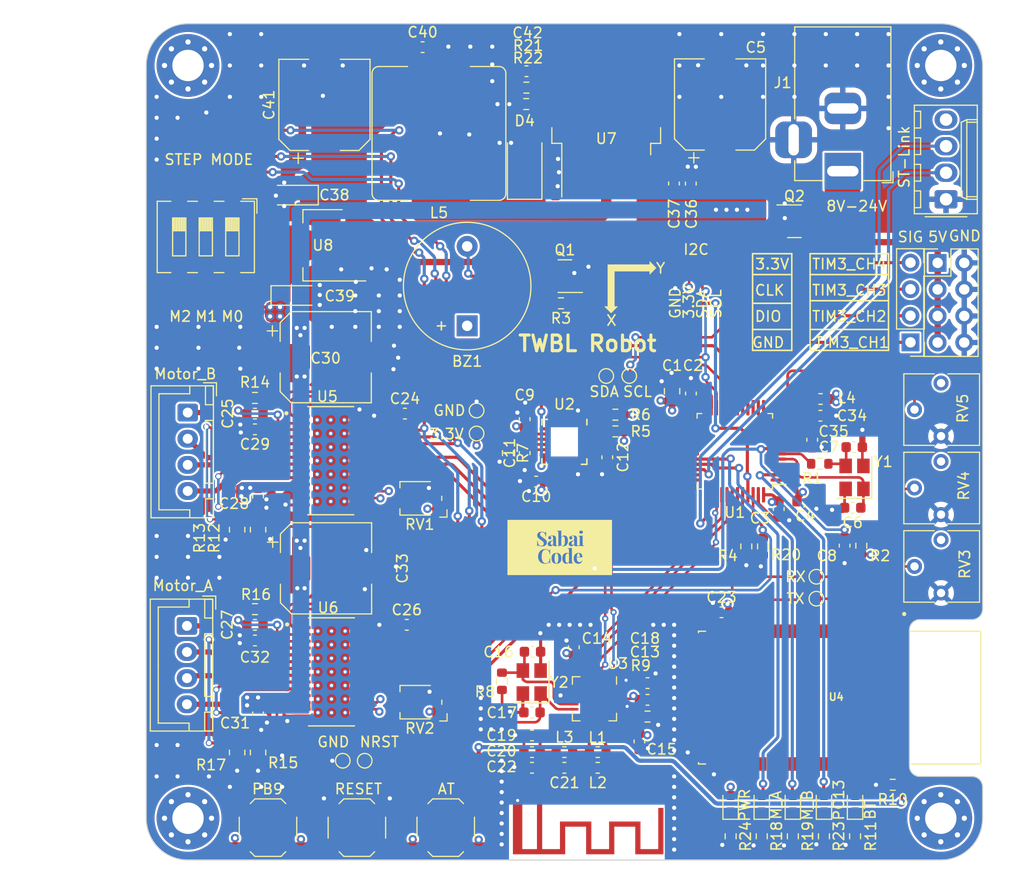
<source format=kicad_pcb>
(kicad_pcb (version 20211014) (generator pcbnew)
  (layers (0 "F.Cu" signal) (1 "In1.Cu" power "GND") (2 "In2.Cu" power "3.3V") (31 "B.Cu" signal) (34 "B.Paste" user) (35 "F.Paste" user) (36 "B.SilkS" user "B.Silkscreen") (37 "F.SilkS" user "F.Silkscreen") (38 "B.Mask" user) (39 "F.Mask" user) (44 "Edge.Cuts" user))
  (net 0 "")
  (net 1 "+3V3")
  (net 2 "Net-(BZ1-Pad2)")
  (net 3 "GND")
  (net 4 "HSE_IN")
  (net 5 "Net-(C7-Pad1)")
  (net 6 "NRST")
  (net 7 "Net-(C11-Pad2)")
  (net 8 "Net-(C12-Pad2)")
  (net 9 "/XC2")
  (net 10 "/XC1")
  (net 11 "/DVDD")
  (net 12 "VDD_PA")
  (net 13 "Net-(C21-Pad1)")
  (net 14 "/Stepper Driver/M1_CP1")
  (net 15 "/Stepper Driver/M1_CP2")
  (net 16 "/Stepper Driver/M1_VCP")
  (net 17 "VCC")
  (net 18 "/Stepper Driver/M2_CP1")
  (net 19 "/Stepper Driver/M2_CP2")
  (net 20 "/Stepper Driver/M2_VCP")
  (net 21 "+3.3VA")
  (net 22 "+5V")
  (net 23 "Net-(D1-Pad1)")
  (net 24 "PIO8")
  (net 25 "Net-(D2-Pad1)")
  (net 26 "M1_LED")
  (net 27 "Net-(D3-Pad1)")
  (net 28 "M2_LED")
  (net 29 "/Stepper Driver/M1_A1")
  (net 30 "/Stepper Driver/M1_A2")
  (net 31 "/Stepper Driver/M1_B1")
  (net 32 "/Stepper Driver/M1_B2")
  (net 33 "/Stepper Driver/M2_A1")
  (net 34 "/Stepper Driver/M2_A2")
  (net 35 "/Stepper Driver/M2_B1")
  (net 36 "/Stepper Driver/M2_B2")
  (net 37 "Net-(ANT1-Pad1)")
  (net 38 "TIM3_CH2")
  (net 39 "TIM3_CH1")
  (net 40 "TIM3_CH3")
  (net 41 "TIM3_CH4")
  (net 42 "SWCLK")
  (net 43 "SWDIO")
  (net 44 "ANT2")
  (net 45 "ANT1")
  (net 46 "Net-(Q1-Pad1)")
  (net 47 "HSE_OUT")
  (net 48 "TIM16_Buzzer")
  (net 49 "BOOT0")
  (net 50 "I2C_SCL")
  (net 51 "I2C_SDA")
  (net 52 "Net-(R7-Pad1)")
  (net 53 "Net-(R9-Pad2)")
  (net 54 "PIO11")
  (net 55 "/Stepper Driver/M1_ISENB")
  (net 56 "/Stepper Driver/M1_ISENA")
  (net 57 "/Stepper Driver/M2_ISENB")
  (net 58 "/Stepper Driver/M2_ISENA")
  (net 59 "BTN")
  (net 60 "/Stepper Driver/M1_AVREF")
  (net 61 "/Stepper Driver/M2_AVREF")
  (net 62 "ADC0")
  (net 63 "ADC1")
  (net 64 "ADC2")
  (net 65 "M1_MODE0")
  (net 66 "M1_MODE1")
  (net 67 "M1_MODE2")
  (net 68 "UART_RX")
  (net 69 "UART_TX")
  (net 70 "LED_PC13")
  (net 76 "MPU_INT")
  (net 78 "M1_STEP")
  (net 79 "M1_EN")
  (net 80 "M1_DIR")
  (net 81 "M2_STEP")
  (net 82 "M2_EN")
  (net 83 "M2_DIR")
  (net 84 "SPI_CSS")
  (net 85 "SPI_CE")
  (net 87 "SPI_SCK")
  (net 88 "SPI_MISO")
  (net 89 "SPI_MOSI")
  (net 126 "Net-(C37-Pad2)")
  (net 127 "Net-(C42-Pad2)")
  (net 128 "Net-(D4-Pad1)")
  (net 129 "Net-(J1-Pad1)")
  (net 130 "Net-(D5-Pad1)")
  (net 131 "Net-(D6-Pad1)")
  (footprint "Connector_PinHeader_2.54mm:PinHeader_2x04_P2.54mm_Vertical" (layer "F.Cu") (at 205.7 82.88)
    (fp_text reference "J5")
    (fp_text value "PWM_POW")
  )
  (footprint "Resistor_SMD:R_0603_1608Metric" (layer "F.Cu") (at 164.6 101.075 -90)
    (fp_text reference "R7")
    (fp_text value "4.7k")
  )
  (footprint "Resistor_SMD:R_0603_1608Metric" (layer "F.Cu") (at 140.4 95.8)
    (fp_text reference "R14")
    (fp_text value "1M")
  )
  (footprint "Capacitor_SMD:C_0603_1608Metric" (layer "F.Cu") (at 170.9 119.65 90)
    (fp_text reference "C14")
    (fp_text value "10nF")
  )
  (footprint "Button_Switch_SMD:SW_SPST_TL3342" (layer "F.Cu") (at 158.65 136.9)
    (fp_text reference "SW1")
    (fp_text value "AT_SW_Push")
  )
  (footprint "Capacitor_SMD:CP_Elec_8x10.5" (layer "F.Cu") (at 184.89 67.73 90)
    (fp_text reference "C5")
    (fp_text value "220uF")
  )
  (footprint "Package_TO_SOT_SMD:SOT-223-3_TabPin2" (layer "F.Cu") (at 146.9 81.2 180)
    (fp_text reference "U8")
    (fp_text value "AMS1117-3.3")
  )
  (footprint "Capacitor_SMD:C_0603_1608Metric" (layer "F.Cu") (at 140.4 117.5)
    (fp_text reference "C27")
    (fp_text value "100nF")
  )
  (footprint "LED_SMD:LED_0603_1608Metric" (layer "F.Cu") (at 191.85 134.6125 90)
    (fp_text reference "D3")
    (fp_text value "LED_M2")
  )
  (footprint "Connector_PinHeader_2.54mm:PinHeader_1x04_P2.54mm_Vertical" (layer "F.Cu") (at 203.1 90.48 180)
    (fp_text reference "J6")
    (fp_text value "PWM_SIG")
  )
  (footprint "Button_Switch_SMD:SW_SPST_TL3342" (layer "F.Cu") (at 141.65 136.9 180)
    (fp_text reference "SW4")
    (fp_text value "BTN")
  )
  (footprint "SFA_LOGO:axis_small" (layer "F.Cu") (at 176.3 85.2 -90)
    (fp_text reference "G***")
    (fp_text value "LOGO" hide)
  )
  (footprint "Capacitor_SMD:C_0603_1608Metric" (layer "F.Cu") (at 177.95 124.675)
    (fp_text reference "C13")
    (fp_text value "10nF")
  )
  (footprint "Sensor_Motion:InvenSense_QFN-24_4x4mm_P0.5mm" (layer "F.Cu") (at 170 100 -90)
    (fp_text reference "U2")
    (fp_text value "MPU-6050")
  )
  (footprint "Capacitor_SMD:C_0805_2012Metric" (layer "F.Cu") (at 180.3 95.15 90)
    (fp_text reference "C1")
    (fp_text value "10uF")
  )
  (footprint "LED_SMD:LED_0603_1608Metric" (layer "F.Cu") (at 194.825 134.6125 90)
    (fp_text reference "D5")
    (fp_text value "PC13_LED")
  )
  (footprint "Capacitor_Tantalum_SMD:CP_EIA-3216-10_Kemet-I" (layer "F.Cu") (at 144.25 86)
    (fp_text reference "C39")
    (fp_text value "22uF")
  )
  (footprint "Resistor_SMD:R_0603_1608Metric" (layer "F.Cu") (at 187.4 110 -90)
    (fp_text reference "R4")
    (fp_text value "10k")
  )
  (footprint "Capacitor_SMD:C_0603_1608Metric" (layer "F.Cu") (at 167.3 103.8 180)
    (fp_text reference "C10")
    (fp_text value "100nF")
  )
  (footprint "HC-05:XCVR_HC-05" (layer "F.Cu") (at 196 124.4625 -90)
    (fp_text reference "U4")
    (fp_text value "HC-05")
  )
  (footprint "LED_SMD:LED_0603_1608Metric" (layer "F.Cu") (at 188.875 134.6125 90)
    (fp_text reference "D2")
    (fp_text value "LED_M1")
  )
  (footprint "Inductor_SMD:L_0603_1608Metric" (layer "F.Cu") (at 170 129.675)
    (fp_text reference "L3")
    (fp_text value "2.7nH")
  )
  (footprint "Capacitor_SMD:C_0603_1608Metric" (layer "F.Cu") (at 174.1 101.475 90)
    (fp_text reference "C12")
    (fp_text value "2.2nF")
  )
  (footprint "Connector_Molex:Molex_KK-254_AE-6410-04A_1x04_P2.54mm_Vertical" (layer "F.Cu") (at 206.5 76.8 90)
    (fp_text reference "J7")
    (fp_text value "ST-link")
  )
  (footprint "DRV8825PWPR:IC_TPS61196PWPRQ1" (layer "F.Cu") (at 147.725 122)
    (fp_text reference "U6")
    (fp_text value "DRV8825PWPR")
  )
  (footprint "Capacitor_SMD:C_0603_1608Metric" (layer "F.Cu") (at 182.1 95.375 90)
    (fp_text reference "C2")
    (fp_text value "100nF")
  )
  (footprint "Capacitor_SMD:C_0603_1608Metric" (layer "F.Cu") (at 156.435 62.25)
    (fp_text reference "C40")
    (fp_text value "1uF")
  )
  (footprint "Resistor_SMD:R_0603_1608Metric" (layer "F.Cu") (at 177.95 126.275 180)
    (fp_text reference "R9")
    (fp_text value "22k")
  )
  (footprint "Diode_SMD:D_SMA" (layer "F.Cu") (at 166.2 73.4 90)
    (fp_text reference "D4")
    (fp_text value "SS34")
  )
  (footprint "Capacitor_SMD:C_0603_1608Metric" (layer "F.Cu") (at 177.95 123.075)
    (fp_text reference "C18")
    (fp_text value "33nF")
  )
  (footprint "Package_TO_SOT_SMD:TO-263-5_TabPin6" (layer "F.Cu") (at 174 68.5 90)
    (fp_text reference "U7")
    (fp_text value "XL4015")
  )
  (footprint "Capacitor_SMD:C_0603_1608Metric" (layer "F.Cu") (at 177.175 128.65 -90)
    (fp_text reference "C15")
    (fp_text value "10nF")
  )
  (footprint "Capacitor_SMD:C_0603_1608Metric" (layer "F.Cu") (at 154.925 117.5)
    (fp_text reference "C26")
    (fp_text value "10nF")
  )
  (footprint "Capacitor_SMD:C_0603_1608Metric" (layer "F.Cu") (at 166.9 131.175)
    (fp_text reference "C22")
    (fp_text value "1pF")
  )
  (footprint "MountingHole:MountingHole_3mm_Pad_Via" (layer "F.Cu") (at 134 136)
    (fp_text reference "H4")
    (fp_text value "MountingHole")
  )
  (footprint "TestPoint:TestPoint_Pad_D1.0mm" (layer "F.Cu") (at 174 93.7)
    (fp_text reference "TP6")
    (fp_text value "TestPoint")
  )
  (footprint "TestPoint:TestPoint_Pad_D1.0mm" (layer "F.Cu") (at 150.9 130.5)
    (fp_text reference "TP8")
    (fp_text value "TestPoint")
  )
  (footprint "Capacitor_SMD:C_0603_1608Metric" (layer "F.Cu") (at 140.7 125.975 -90)
    (fp_text reference "C31")
    (fp_text value "100nF")
  )
  (footprint "Capacitor_SMD:C_0603_1608Metric" (layer "F.Cu") (at 193.7 99.8 -90)
    (fp_text reference "C35")
    (fp_text value "100nF")
  )
  (footprint "Resistor_SMD:R_0603_1608Metric" (layer "F.Cu") (at 191.85 137.725 -90)
    (fp_text reference "R19")
    (fp_text value "470R")
  )
  (footprint "TestPoint:TestPoint_Pad_D1.0mm" (layer "F.Cu") (at 148.8 130.5)
    (fp_text reference "TP7")
    (fp_text value "TestPoint")
  )
  (footprint "Resistor_SMD:R_0603_1608Metric" (layer "F.Cu") (at 194.425 102.1 180)
    (fp_text reference "R1")
    (fp_text value "470R")
  )
  (footprint "Capacitor_SMD:C_0603_1608Metric" (layer "F.Cu") (at 182.09 75.295 90)
    (fp_text reference "C36")
    (fp_text value "1uF")
  )
  (footprint "Capacitor_SMD:C_0603_1608Metric" (layer "F.Cu") (at 170 131.175 180)
    (fp_text reference "C21")
    (fp_text value "1.5pF")
  )
  (footprint "Capacitor_SMD:C_0603_1608Metric" (layer "F.Cu") (at 140.7 105.225 -90)
    (fp_text reference "C28")
    (fp_text value "100nF")
  )
  (footprint "RF_Antenna:Texas_SWRA117D_2.4GHz_Left" (layer "F.Cu") (at 167.625 134.3 180)
    (fp_text reference "ANT1")
    (fp_text value "SWRA117D")
  )
  (footprint "Inductor_SMD:L_0603_1608Metric" (layer "F.Cu") (at 173.1875 131.175 180)
    (fp_text reference "L2")
    (fp_text value "3.9nH")
  )
  (footprint "Capacitor_SMD:CP_Elec_8x10.5" (layer "F.Cu") (at 147.17 91.9)
    (fp_text reference "C30")
    (fp_text value "100uF")
  )
  (footprint "Resistor_SMD:R_0603_1608Metric" (layer "F.Cu") (at 140.4 116)
    (fp_text reference "R16")
    (fp_text value "1M")
  )
  (footprint "Resistor_SMD:R_0603_1608Metric" (layer "F.Cu") (at 166.345 67.69 180)
    (fp_text reference "R22")
    (fp_text value "3.3k")
  )
  (footprint "Capacitor_SMD:CP_Elec_8x10.5" (layer "F.Cu") (at 147.2 112.1)
    (fp_text reference "C33")
    (fp_text value "100uF")
  )
  (footprint "Package_TO_SOT_SMD:SOT-23" (layer "F.Cu") (at 192 78.9)
    (fp_text reference "Q2")
    (fp_text value "AO3401A")
  )
  (footprint "Capacitor_SMD:C_0603_1608Metric" (layer "F.Cu") (at 154.745 97.3)
    (fp_text reference "C24")
    (fp_text value "10nF")
  )
  (footprint "LED_SMD:LED_0603_1608Metric" (layer "F.Cu") (at 185.9 134.6125 90)
    (fp_text reference "D6")
    (fp_text value "LED_M2")
  )
  (footprint "Potentiometer_THT:Potentiometer_Vishay_T73YP_Vertical" (layer "F.Cu") (at 206.025 94.375 180)
    (fp_text reference "RV5")
    (fp_text value "10k")
  )
  (footprint "Capacitor_SMD:C_0603_1608Metric" (layer "F.Cu") (at 190.5 106.425 -90)
    (fp_text reference "C3")
    (fp_text value "100nF")
  )
  (footprint "Potentiometer_SMD:Potentiometer_Bourns_TC33X_Vertical" (layer "F.Cu") (at 156.175 124.9 180)
    (fp_text reference "RV2")
    (fp_text value "100k")
  )
  (footprint "Capacitor_SMD:C_0603_1608Metric" (layer "F.Cu") (at 193.025 105.7)
    (fp_text reference "C4")
    (fp_text value "100nF")
  )
  (footprint "Buzzer_Beeper:Buzzer_12x9.5RM7.6" (layer "F.Cu") (at 160.7 88.9 90)
    (fp_text reference "BZ1")
    (fp_text value "Buzzer")
  )
  (footprint "Connector_JST:JST_XH_B4B-XH-A_1x04_P2.50mm_Vertical" (layer "F.Cu") (at 133.97 97.2 -90)
    (fp_text reference "J2")
    (fp_text value "Conn_01x04")
  )
  (footprint "Resistor_SMD:R_0603_1608Metric" (layer "F.Cu") (at 164.025 122.9 90)
    (fp_text reference "R8")
    (fp_text value "1M")
  )
  (footprint "Connector_BarrelJack:BarrelJack_Horizontal" (layer "F.Cu") (at 196.6275 74.11 -90)
    (fp_text reference "J1")
    (fp_text value "DCJ250-10-A_XX-X_REVA")
  )
  (footprint "Resistor_SMD:R_0603_1608Metric" (layer "F.Cu") (at 188.875 137.725 -90)
    (fp_text reference "R18")
    (fp_text value "470R")
  )
  (footprint "Capacitor_SMD:C_0603_1608Metric" (layer "F.Cu") (at 166.375 64.55)
    (fp_text reference "C42")
    (fp_text value "33nF")
  )
  (footprint "Connector_JST:JST_XH_B4B-XH-A_1x04_P2.50mm_Vertical" (layer "F.Cu") (at 133.9 117.6 -90)
    (fp_text reference "J3")
    (fp_text value "Conn_01x04")
  )
  (footprint "Capacitor_SMD:C_0603_1608Metric" (layer "F.Cu") (at 140.4 97.3)
    (fp_text reference "C25")
    (fp_text value "100nF")
  )
  (footprint "Capacitor_SMD:C_0603_1608Metric" (layer "F.Cu") (at 166.9 128.075)
    (fp_text reference "C19")
    (fp_text value "2.2nF")
  )
  (footprint "Resistor_SMD:R_0603_1608Metric" (layer "F.Cu") (at 169.675 86.75 180)
    (fp_text reference "R3")
    (fp_text value "470R")
  )
  (footprint "Capacitor_SMD:C_0603_1608Metric" (layer "F.Cu") (at 185.025 116.3)
    (fp_text reference "C23")
    (fp_text value "100nF")
  )
  (footprint "TestPoint:TestPoint_Pad_D1.0mm" (layer "F.Cu") (at 194.1 112.9 180)
    (fp_text reference "TP1")
    (fp_text value "TestPoint")
  )
  (footprint "Resistor_SMD:R_0805_2012Metric" (layer "F.Cu") (at 138.7 129.7125 90)
    (fp_text reference "R17")
    (fp_text value "0.25R")
  )
  (footprint "myCustomLibs:ConPadx04" (layer "F.Cu") (at 181.422 83.5 -90)
    (fp_text reference "J4")
    (fp_text value "I2C")
  )
  (footprint "Resistor_SMD:R_0603_1608Metric" (layer "F.Cu") (at 174.875 97.4 180)
    (fp_text reference "R6")
    (fp_text value "4.7k")
  )
  (footprint "MountingHole:MountingHole_3mm_Pad_Via" (layer "F.Cu") (at 206 136)
    (fp_text reference "H3")
    (fp_text value "MountingHole")
  )
  (footprint "Inductor_SMD:L_Bourns_SRR1260" (layer "F.Cu") (at 158 70.5 90)
    (fp_text reference "L5")
    (fp_text value "47uH")
  )
  (footprint "Capacitor_SMD:C_0603_1608Metric" (layer "F.Cu") (at 180.48 75.285 90)
    (fp_text reference "C37")
    (fp_text value "1uF")
  )
  (footprint "Potentiometer_THT:Potentiometer_Vishay_T73YP_Vertical" (layer "F.Cu") (at 206.025 101.875 180)
    (fp_text reference "RV4")
    (fp_text value "10k")
  )
  (footprint "TestPoint:TestPoint_Pad_D1.0mm" (layer "F.Cu") (at 161.6 97 -90)
    (fp_text reference "TP4")
    (fp_text value "TestPoint")
  )
  (footprint "TestPoint:TestPoint_Pad_D1.0mm" (layer "F.Cu") (at 194.1 115 180)
    (fp_text reference "TP3")
    (fp_text value "TestPoint")
  )
  (footprint "Crystal:Crystal_SMD_3225-4Pin_3.2x2.5mm" (layer "F.Cu") (at 197.75 103.4 90)
    (fp_text reference "Y1")
    (fp_text value "8Mhz")
  )
  (footprint "Crystal:Crystal_SMD_3225-4Pin_3.2x2.5mm" (layer "F.Cu") (at 166.875 122.975 90)
    (fp_text reference "Y2")
    (fp_text value "16Mhz")
  )
  (footprint "Package_TO_SOT_SMD:SOT-23" (layer "F.Cu") (at 170.05 84.15 180)
    (fp_text reference "Q1")
    (fp_text value "Q_NPN_BEC")
  )
  (footprint "Capacitor_SMD:C_0603_1608Metric" (layer "F.Cu") (at 196.8 109.925 -90)
    (fp_text reference "C8")
    (fp_text value "100nF")
  )
  (footprint "MountingHole:MountingHole_3mm_Pad_Via" (layer "F.Cu") (at 134 64)
    (fp_text reference "H1")
    (fp_text value "MountingHole")
  )
  (footprint "DRV8825PWPR:IC_TPS61196PWPRQ1" (layer "F.Cu") (at 147.6525 101.8)
    (fp_text reference "U5")
    (fp_text value "DRV8825PWPR")
  )
  (footprint "Package_DFN_QFN:QFN-20-1EP_4x4mm_P0.5mm_EP2.5x2.5mm" (layer "F.Cu") (at 172.875 124.575 -90)
    (fp_text reference "U3")
    (fp_text value "NRF24L01")
  )
  (footprint "Potentiometer_SMD:Potentiometer_Bourns_TC33X_Vertical" (layer "F.Cu") (at 156.17 105.4 180)
    (fp_text reference "RV1")
    (fp_text value "100k")
  )
  (footprint "Capacitor_SMD:C_0603_1608Metric" (layer "F.Cu") (at 166.2 101.075 90)
    (fp_text reference "C11")
    (fp_text value "100nF")
  )
  (footprint "Resistor_SMD:R_0805_2012Metric" (layer "F.Cu") (at 140.7 108.4 90)
    (fp_text reference "R12")
    (fp_text value "0.25R")
  )
  (footprint "Capacitor_SMD:C_0603_1608Metric" (layer "F.Cu") (at 197.725 100.5)
    (fp_text reference "C7")
    (fp_text value "20pF")
  )
  (footprint "Capacitor_SMD:C_0603_1608Metric" (layer "F.Cu") (at 166.9 125.875 180)
    (fp_text reference "C17")
    (fp_text value "22pF")
  )
  (footprint "Capacitor_SMD:C_0603_1608Metric" (layer "F.Cu") (at 140.4 98.8 180)
    (fp_text reference "C29")
    (fp_text value "100nF")
  )
  (footprint "SFA_LOGO:SB_10x10" (layer "F.Cu") (at 169.55 110.1)
    (fp_text reference "G***")
    (fp_text value "LOGO" hide)
  )
  (footprint "Potentiometer_THT:Potentiometer_Vishay_T73YP_Vertical" (layer "F.Cu") (at 206.025 109.375 180)
    (fp_text reference "RV3")
    (fp_text value "10k")
  )
  (footprint "Capacitor_SMD:C_0603_1608Metric" (layer "F.Cu") (at 140.4 119 180)
    (fp_text reference "C32")
    (fp_text value "100nF")
  )
  (footprint "Package_QFP:LQFP-48_7x7mm_P0.5mm" (layer "F.Cu") (at 186.3 100.9 180)
    (fp_text reference "U1")
    (fp_text value "STM32F031C6Tx")
  )
  (footprint "Resistor_SMD:R_0603_1608Metric" (layer "F.Cu") (at 198.4 109.925 90)
    (fp_text reference "R2")
    (fp_text value "10k")
  )
  (footprint "Capacitor_SMD:C_0603_1608Metric" (layer "F.Cu") (at 166.2 97.825 -90)
    (fp_text reference "C9")
    (fp_text value "10nF")
  )
  (footprint "TestPoint:TestPoint_Pad_D1.0mm" (layer "F.Cu") (at 176.2 93.7)
    (fp_text reference "TP5")
    (fp_text value "TestPoint")
  )
  (footprint "Resistor_SMD:R_0603_1608Metric" (layer "F.Cu") (at 185.9 137.725 -90)
    (fp_text reference "R24")
    (fp_text value "470R")
  )
  (footprint "Resistor_SMD:R_0603_1608Metric" (layer "F.Cu") (at 197.8 137.725 -90)
    (fp_text reference "R11")
    (fp_text value "470R")
  )
  (footprint "Capacitor_Tantalum_SMD:CP_EIA-3216-10_Kemet-I" (layer "F.Cu") (at 144.15 76.4 180)
    (fp_text reference "C38")
    (fp_text value "22uF")
  )
  (footprint "Resistor_SMD:R_0603_1608Metric" (layer "F.Cu") (at 201.4 132.8)
    (fp_text reference "R10")
    (fp_text value "10k")
  )
  (footprint "Capacitor_SMD:C_0603_1608Metric" (layer "F.Cu") (at 197.575 106.3 180)
    (fp_text reference "C6")
    (fp_text value "20pF")
  )
  (footprint "Capacitor_SMD:C_0603_1608Metric" (layer "F.Cu") (at 166.95 120.075)
    (fp_text reference "C16")
    (fp_text value "22pF")
  )
  (footprint "Inductor_SMD:L_0603_1608Metric" (layer "F.Cu") (at 194.5 95.9 180)
    (fp_text reference "L4")
    (fp_text value "3.9nH")
  )
  (footprint "Capacitor_SMD:C_0603_1608Metric" (layer "F.Cu") (at 194.4875 97.5)
    (fp_text reference "C34")
    (fp_text value "1uF")
  )
  (footprint "LED_SMD:LED_0603_1608Metric" (layer "F.Cu") (at 197.8 134.6125 90)
    (fp_text reference "D1")
    (fp_text value "BT_LED")
  )
  (footprint "Resistor_SMD:R_0805_2012Metric" (layer "F.Cu") (at 140.7 129.7125 90)
    (fp_text reference "R15")
    (fp_text value "0.25R")
  )
  (footprint "Resistor_SMD:R_0603_1608Metric" (layer "F.Cu") (at 174.875 99)
    (fp_text reference "R5")
    (fp_text value "4.7k")
  )
  (footprint "Button_Switch_SMD:SW_DIP_SPSTx03_Slide_6.7x9.18mm_W8.61mm_P2.54mm_LowProfile" (layer "F.Cu") (at 135.7 80.4 -90)
    (fp_text reference "SW2")
    (fp_text value "SW_DIP_x03")
  )
  (footprint "Inductor_SMD:L_0603_1608Metric" (layer "F.Cu") (at 173.1875 129.675 180)
    (fp_text reference "L1")
    (fp_text value "8.2nH")
  )
  (footprint "TestPoint:TestPoint_Pad_D1.0mm" (layer "F.Cu") (at 161.6 99.2 -90)
    (fp_text reference "TP2")
    (fp_text value "TestPoint")
  )
  (footprint "Resistor_SMD:R_0805_2012Metric" (layer "F.Cu") (at 138.7 108.4 90)
    (fp_text reference "R13")
    (fp_text value "0.25R")
  )
  (footprint "Resistor_SMD:R_0603_1608Metric" (layer "F.Cu") (at 166.365 66.12)
    (fp_text reference "R21")
    (fp_text value "10k")
  )
  (footprint "Resistor_SMD:R_0603_1608Metric" (layer "F.Cu") (at 189 110 -90)
    (fp_text reference "R20")
    (fp_text value "10k")
  )
  (footprint "Capacitor_SMD:CP_Elec_8x10.5" (layer "F.Cu") (at 147.05 67.77 90)
    (fp_text reference "C41")
    (fp_text value "330uF")
  )
  (footprint "Resistor_SMD:R_0603_1608Metric" (layer "F.Cu") (at 194.825 137.725 -90)
    (fp_text reference "R23")
    (fp_text value "470R")
  )
  (footprint "Capacitor_SMD:C_0603_1608Metric" (layer "F.Cu") (at 166.9 129.675)
    (fp_text reference "C20")
    (fp_text value "4.7pF")
  )
  (footprint "Button_Switch_SMD:SW_SPST_TL3342" (layer "F.Cu") (at 150.15 136.9)
    (fp_text reference "SW5")
    (fp_text value "Reset")
  )
  (footprint "MountingHole:MountingHole_3mm_Pad_Via" (layer "F.Cu") (at 206 64)
    (fp_text reference "H2")
    (fp_text value "MountingHole")
  )
  (gr_line (start 191.75 89.25) (end 188 89.25) (layer "F.SilkS") (width 0.15))
  (gr_line (start 188 82) (end 191.75 82) (layer "F.SilkS") (width 0.15))
  (gr_line (start 193.5 82) (end 201 82) (layer "F.SilkS") (width 0.15))
  (gr_line (start 191.75 82) (end 191.75 91.25) (layer "F.SilkS") (width 0.15))
  (gr_line (start 188 91.25) (end 191.75 91.25) (layer "F.SilkS") (width 0.15))
  (gr_line (start 193.5 84) (end 201 84) (layer "F.SilkS") (width 0.15))
  (gr_line (start 188 84) (end 191.75 84) (layer "F.SilkS") (width 0.15))
  (gr_line (start 188 91.25) (end 188 82) (layer "F.SilkS") (width 0.15))
  (gr_line (start 193.5 91.25) (end 193.5 82) (layer "F.SilkS") (width 0.15))
  (gr_line (start 193.5 86.5) (end 201 86.5) (layer "F.SilkS") (width 0.15))
  (gr_line (start 193.5 89.25) (end 201 89.25) (layer "F.SilkS") (width 0.15))
  (gr_line (start 188 86.75) (end 191.75 86.75) (layer "F.SilkS") (width 0.15))
  (gr_line (start 201 91.25) (end 193.5 91.25) (layer "F.SilkS") (width 0.15))
  (gr_line (start 201 82) (end 201 91.25) (layer "F.SilkS") (width 0.15))
  (gr_line (start 134 140) (end 206 140) (layer "Edge.Cuts") (width 0.1))
  (gr_line (start 204 117) (end 209 117) (layer "Edge.Cuts") (width 0.1))
  (gr_arc (start 210 136) (mid 208.828427 138.828427) (end 206 140) (layer "Edge.Cuts") (width 0.1))
  (gr_arc (start 209 132) (mid 209.707107 132.292893) (end 210 133) (layer "Edge.Cuts") (width 0.1))
  (gr_line (start 130 64) (end 130 136) (layer "Edge.Cuts") (width 0.1))
  (gr_line (start 210 136) (end 210 133) (layer "Edge.Cuts") (width 0.1))
  (gr_arc (start 206 60) (mid 208.828427 61.171573) (end 210 64) (layer "Edge.Cuts") (width 0.1))
  (gr_arc (start 203 118) (mid 203.292893 117.292893) (end 204 117) (layer "Edge.Cuts") (width 0.1))
  (gr_line (start 206 60) (end 134 60) (layer "Edge.Cuts") (width 0.1))
  (gr_line (start 210 116) (end 210 64) (layer "Edge.Cuts") (width 0.1))
  (gr_arc (start 204 132) (mid 203.292893 131.707107) (end 203 131) (layer "Edge.Cuts") (width 0.1))
  (gr_line (start 203 131) (end 203 118) (layer "Edge.Cuts") (width 0.1))
  (gr_arc (start 210 116) (mid 209.707107 116.707107) (end 209 117) (layer "Edge.Cuts") (width 0.1))
  (gr_line (start 209 132) (end 204 132) (layer "Edge.Cuts") (width 0.1))
  (gr_arc (start 134 140) (mid 131.171573 138.828427) (end 130 136) (layer "Edge.Cuts") (width 0.1))
  (gr_arc (start 130 64) (mid 131.171573 61.171573) (end 134 60) (layer "Edge.Cuts") (width 0.1))
  (gr_text "PB9" (at 141.6 133.2) (layer "F.SilkS") (effects (font (size 1 1))))
  (gr_text "SDA" (at 183.2 86.8 90) (layer "F.SilkS") (effects (font (size 1 1))))
  (gr_text "ST-Link" (at 202.5 72.75 90) (layer "F.SilkS") (effects (font (size 1 1))))
  (gr_text "M0" (at 138.25 88) (layer "F.SilkS") (effects (font (size 1 1))))
  (gr_text "Y" (at 179.2 83.4) (layer "F.SilkS") (effects (font (size 1 1))))
  (gr_text "STEP MODE" (at 136 73) (layer "F.SilkS") (effects (font (size 1 1))))
  (gr_text "BT" (at 199.25 135.25 90) (layer "F.SilkS") (effects (font (size 1 1))))
  (gr_text "GND" (at 189.5 90.5) (layer "F.SilkS") (effects (font (size 1 1))))
  (gr_text "NRST" (at 152.3 128.7) (layer "F.SilkS") (effects (font (size 1 1))))
  (gr_text "3.3V" (at 181.9 86.6 90) (layer "F.SilkS") (effects (font (size 1 1))))
  (gr_text "SCL\n" (at 184.5 86.8 90) (layer "F.SilkS") (effects (font (size 1 1))))
  (gr_text "SCL\n" (at 177 95.2) (layer "F.SilkS") (effects (font (size 1 1))))
  (gr_text "I2C" (at 182.6 81.6) (layer "F.SilkS") (effects (font (size 1 1))))
  (gr_text "5V" (at 205.7 80.4) (layer "F.SilkS") (effects (font (size 1 1))))
  (gr_text "3.3V" (at 158.75 99.25) (layer "F.SilkS") (effects (font (size 1 1))))
  (gr_text "M2" (at 133.25 88) (layer "F.SilkS") (effects (font (size 1 1))))
  (gr_text "RESET" (at 150.3 133.2) (layer "F.SilkS") (effects (font (size 1 1))))
  (gr_text "GND" (at 159 97) (layer "F.SilkS") (effects (font (size 1 1))))
  (gr_text "TIM3_CH3\n" (at 197.25 85.5) (layer "F.SilkS") (effects (font (size 1 1))))
  (gr_text "Motor_B" (at 133.75 93.5) (layer "F.SilkS") (effects (font (size 1 1))))
  (gr_text "Motor_A" (at 133.5 113.75) (layer "F.SilkS") (effects (font (size 1 1))))
  (gr_text "GND" (at 208.3 80.3) (layer "F.SilkS") (effects (font (size 1 1))))
  (gr_text "TIM3_CH1" (at 197.5 90.5) (layer "F.SilkS") (effects (font (size 1 1))))
  (gr_text "GND" (at 147.9 128.7) (layer "F.SilkS") (effects (font (size 1 1))))
  (gr_text "PC13" (at 196.25 134.25 90) (layer "F.SilkS") (effects (font (size 1 1))))
  (gr_text "RX" (at 192.1 112.9) (layer "F.SilkS") (effects (font (size 1 1))))
  (gr_text "SIG" (at 203.1 80.4) (layer "F.SilkS") (effects (font (size 1 1))))
  (gr_text "GND" (at 180.6 86.7 90) (layer "F.SilkS") (effects (font (size 1 1))))
  (gr_text "TX" (at 192.1 115) (layer "F.SilkS") (effects (font (size 1 1))))
  (gr_text "CLK" (at 189.630953 85.5) (layer "F.SilkS") (effects (font (size 1 1))))
  (gr_text "TIM3_CH2" (at 197.25 88) (layer "F.SilkS") (effects (font (size 1 1))))
  (gr_text "DIO" (at 189.488096 88) (layer "F.SilkS") (effects (font (size 1 1))))
  (gr_text "M_A" (at 190.25 134.75 90) (layer "F.SilkS") (effects (font (size 1 1))))
  (gr_text "X" (at 174.5 88.3 180) (layer "F.SilkS") (effects (font (size 1 1))))
  (gr_text "8V-24V" (at 197.96 77.46) (layer "F.SilkS") (effects (font (size 1 1))))
  (gr_text "3.3V" (at 189.875 83) (layer "F.SilkS") (effects (font (size 1 1))))
  (gr_text "AT" (at 158.7 133.2) (layer "F.SilkS") (effects (font (size 1 1))))
  (gr_text "TIM3_CH4" (at 197.25 83) (layer "F.SilkS") (effects (font (size 1 1))))
  (gr_text "PWR" (at 187.25 134.75 90) (layer "F.SilkS") (effects (font (size 1 1))))
  (gr_text "SDA\n" (at 173.8 95.2) (layer "F.SilkS") (effects (font (size 1 1))))
  (gr_text "M_B" (at 193.25 134.75 90) (layer "F.SilkS") (effects (font (size 1 1))))
  (gr_text "M1" (at 135.75 88) (layer "F.SilkS") (effects (font (size 1 1))))
  (gr_text "TWBL Robot" (at 172.2 90.6) (layer "F.SilkS") (effects (font (size 1.5 1.5) (thickness 0.3))))
  (segment (start 166.2 98.6) (end 165.5 98.6) (width 0.3) (layer "F.Cu") (net 1))
  (segment (start 180.35 96.15) (end 180.3 96.1) (width 0.3) (layer "F.Cu") (net 1))
  (segment (start 179.25 96.1) (end 179.2 96.05) (width 0.6) (layer "F.Cu") (net 1))
  (segment (start 165.5 98.6) (end 165.4 98.5) (width 0.3) (layer "F.Cu") (net 1))
  (segment (start 138.24 84.705) (end 138.24 86.432893) (width 0.3) (layer "F.Cu") (net 1))
  (segment (start 167.928553 104.471447) (end 167.8 104.6) (width 0.25) (layer "F.Cu") (net 1))
  (segment (start 183.132893 95.72) (end 182.737107 95.72) (width 0.25) (layer "F.Cu") (net 1))
  (segment (start 185.8 116.3) (end 185.8 115.907107) (width 0.4) (layer "F.Cu") (net 1))
  (segment (start 167.041409 99.103553) (end 166.684302 98.746446) (width 0.25) (layer "F.Cu") (net 1))
  (segment (start 141.85 87.1) (end 138.907107 87.1) (width 0.3) (layer "F.Cu") (net 1))
  (segment (start 175.7 99) (end 175.7 97.4) (width 0.25) (layer "F.Cu") (net 1))
  (segment (start 153.175 104.725) (end 153.2 104.7) (width 0.25) (layer "F.Cu") (net 1))
  (segment (start 180.3 96.1) (end 180.3 97) (width 0.6) (layer "F.Cu") (net 1))
  (segment (start 150.525 124.925) (end 152.075 124.925) (width 0.25) (layer "F.Cu") (net 1))
  (segment (start 144.8 138.8) (end 138.5 138.8) (width 0.4) (layer "F.Cu") (net 1))
  (segment (start 176.975 124.675) (end 176.6 124.3) (width 0.3) (layer "F.Cu") (net 1))
  (segment (start 157.2 125.9) (end 157.1 125.8) (width 0.3) (layer "F.Cu") (net 1))
  (segment (start 138.24 84.705) (end 135.7 84.705) (width 0.3) (layer "F.Cu") (net 1))
  (segment (start 190.5 105.65) (end 189.95 105.65) (width 0.6) (layer "F.Cu") (net 1))
  (segment (start 138.5 138.8) (end 138.5 137.9) (width 0.4) (layer "F.Cu") (net 1))
  (segment (start 185.9 133) (end 185.9 133.825) (width 0.3) (layer "F.Cu") (net 1))
  (segment (start 161.6 99.2) (end 161.6 100.35) (width 0.6) (layer "F.Cu") (net 1))
  (segment (start 175.7 97.4) (end 176.5 97.4) (width 0.6) (layer "F.Cu") (net 1))
  (segment (start 166.330749 98.6) (end 166.2 98.6) (width 0.25) (layer "F.Cu") (net 1))
  (segment (start 183.55 96.7375) (end 183.55 95.93) (width 0.25) (layer "F.Cu") (net 1))
  (segment (start 175.7 99) (end 175.7 99.9) (width 0.25) (layer "F.Cu") (net 1))
  (segment (start 191.596447 103.796447) (end 192.103554 104.303554) (width 0.3) (layer "F.Cu") (net 1))
  (segment (start 138.553553 86.953553) (end 138.386446 86.786446) (width 0.3) (layer "F.Cu") (net 1))
  (segment (start 152.075 125.575) (end 152.3 125.8) (width 0.25) (layer "F.Cu") (net 1))
  (segment (start 177.547893 127.875) (end 177.175 127.875) (width 0.25) (layer "F.Cu") (net 1))
  (segment (start 157.97 106.4) (end 156.9 106.4) (width 0.25) (layer "F.Cu") (net 1))
  (segment (start 182.1 96.15) (end 180.35 96.15) (width 0.3) (layer "F.Cu") (net 1))
  (segment (start 192.8 104.8) (end 192.25 105.35) (width 0.6) (layer "F.Cu") (net 1))
  (segment (start 152.075 124.925) (end 152.4 124.6) (width 0.25) (layer "F.Cu") (net 1))
  (segment (start 177.075 124.575) (end 177.175 124.675) (width 0.25) (layer "F.Cu") (net 1))
  (segment (start 177.175 127.875) (end 174.812107 127.875) (width 0.25) (layer "F.Cu") (net 1))
  (segment (start 155.5 138.8) (end 161.8 138.8) (width 0.4) (layer "F.Cu") (net 1))
  (segment (start 177.175 124.675) (end 176.975 124.675) (width 0.3) (layer "F.Cu") (net 1))
  (segment (start 196 95.4) (end 195.5 95.9) (width 0.4) (layer "F.Cu") (net 1))
  (segment (start 174.458553 127.728553) (end 174.021446 127.291446) (width 0.25) (layer "F.Cu") (net 1))
  (segment (start 168.603553 103.271447) (end 168.075 103.8) (width 0.25) (layer "F.Cu") (net 1))
  (segment (start 190.058947 105.208947) (end 190.5 105.65) (width 0.3) (layer "F.Cu") (net 1))
  (segment (start 168.075 103.8) (end 168.075 104.117893) (width 0.25) (layer "F.Cu") (net 1))
  (segment (start 183.55 95.93) (end 183.486446 95.866446) (width 0.25) (layer "F.Cu") (net 1))
  (segment (start 185.8 116.3) (end 185.8 118.0875) (width 0.4) (layer "F.Cu") (net 1))
  (segment (start 192.25 104.657107) (end 192.25 105.7) (width 0.3) (layer "F.Cu") (net 1))
  (segment (start 199.25 110.75) (end 199.3 110.8) (width 0.3) (layer "F.Cu") (net 1))
  (segment (start 173.875 126.937893) (end 173.875 126.5125) (width 0.25) (layer "F.Cu") (net 1))
  (segment (start 170.2 120.2) (end 170.425 120.425) (width 0.3) (layer "F.Cu") (net 1))
  (segment (start 182.383553 95.866447) (end 182.1 96.15) (width 0.25) (layer "F.Cu") (net 1))
  (segment (start 195.5 95.9) (end 195.2875 95.9) (width 0.4) (layer "F.Cu") (net 1))
  (segment (start 152.375 105.375) (end 152.4 105.4) (width 0.25) (layer "F.Cu") (net 1))
  (segment (start 177.93 128.05) (end 177.901446 128.021446) (width 0.25) (layer "F.Cu") (net 1))
  (segment (start 170.346927 120.978073) (end 170.9 120.425) (width 0.25) (layer "F.Cu") (net 1))
  (segment (start 196 96.2) (end 195.7 95.9) (width 0.4) (layer "F.Cu") (net 1))
  (segment (start 144.8 138.8) (end 144.8 138) (width 0.4) (layer "F.Cu") (net 1))
  (segment (start 192.25 105.35) (end 192.25 105.7) (width 0.6) (layer "F.Cu") (net 1))
  (segment (start 133.16 84.705) (end 135.7 84.705) (width 0.3) (layer "F.Cu") (net 1))
  (segment (start 161.8 138.8) (end 161.8 138.05) (width 0.6) (layer "F.Cu") (net 1))
  (segment (start 170.9375 124.075) (end 170.375 124.075) (width 0.25) (layer "F.Cu") (net 1))
  (segment (start 168.05 99.25) (end 167.394963 99.25) (width 0.25) (layer "F.Cu") (net 1))
  (segment (start 181.93 83.5) (end 181.93 85.17) (width 0.25) (layer "F.Cu") (net 1))
  (segment (start 170.375 124.075) (end 170.346926 124.046926) (width 0.25) (layer "F.Cu") (net 1))
  (segment (start 174.8125 124.575) (end 177.075 124.575) (width 0.25) (layer "F.Cu") (net 1))
  (segment (start 170.425 120.425) (end 170.9 120.425) (width 0.3) (layer "F.Cu") (net 1))
  (segment (start 189.95 105.65) (end 189.85 105.75) (width 0.6) (layer "F.Cu") (net 1))
  (segment (start 185.8 118.0875) (end 185.825 118.1125) (width 0.4) (layer "F.Cu") (net 1))
  (segment (start 150.4525 105.375) (end 152.375 105.375) (width 0.25) (layer "F.Cu") (net 1))
  (segment (start 198.4 110.75) (end 199.25 110.75) (width 0.3) (layer "F.Cu") (net 1))
  (segment (start 185.653553 115.553553) (end 185.6 115.5) (width 0.4) (layer "F.Cu") (net 1))
  (segment (start 150.4525 104.725) (end 153.175 104.725) (width 0.25) (layer "F.Cu") (net 1))
  (segment (start 157.975 125.9) (end 157.2 125.9) (width 0.3) (layer "F.Cu") (net 1))
  (segment (start 190.4625 103.65) (end 191.242893 103.65) (width 0.3) (layer "F.Cu") (net 1))
  (segment (start 155.5 138.8) (end 155.5 138) (width 0.6) (layer "F.Cu") (net 1))
  (segment (start 189.05 105.0625) (end 189.705393 105.0625) (width 0.3) (layer "F.Cu") (net 1))
  (segment (start 168.75 101.95) (end 168.75 102.917893) (width 0.25) (layer "F.Cu") (net 1))
  (segment (start 170.20048 123.693373) (end 170.20048 121.331627) (width 0.25) (layer "F.Cu") (net 1))
  (segment (start 150.525 125.575) (end 152.075 125.575) (width 0.25) (layer "F.Cu") (net 1))
  (segment (start 195.7 95.9) (end 195.2875 95.9) (width 0.4) (layer "F.Cu") (net 1))
  (segment (start 181.93 85.17) (end 181.9 85.2) (width 0.25) (layer "F.Cu") (net 1))
  (segment (start 180.3 96.1) (end 179.25 96.1) (width 0.6) (layer "F.Cu") (net 1))
  (via (at 167.8 104.6) (size 0.8) (drill 0.4) (layers "F.Cu" "B.Cu") (net 1))
  (via (at 192.8 104.8) (size 0.8) (drill 0.4) (layers "F.Cu" "B.Cu") (net 1))
  (via (at 141.85 87.1) (size 0.8) (drill 0.4) (layers "F.Cu" "B.Cu") (net 1))
  (via (at 196 95.4) (size 0.8) (drill 0.4) (layers "F.Cu" "B.Cu") (net 1))
  (via (at 180.3 97) (size 0.8) (drill 0.4) (layers "F.Cu" "B.Cu") (net 1))
  (via (at 156.9 106.4) (size 0.8) (drill 0.4) (layers "F.Cu" "B.Cu") (net 1))
  (via (at 152.4 124.6) (size 0.8) (drill 0.4) (layers "F.Cu" "B.Cu") (net 1))
  (via (at 157.1 125.8) (size 0.8) (drill 0.4) (layers "F.Cu" "B.Cu") (net 1))
  (via (at 176.6 124.3) (size 0.8) (drill 0.4) (layers "F.Cu" "B.Cu") (net 1))
  (via (at 177.93 128.05) (size 0.8) (drill 0.4) (layers "F.Cu" "B.Cu") (net 1))
  (via (at 155.5 138) (size 0.8) (drill 0.4) (layers "F.Cu" "B.Cu") (net 1))
  (via (at 176.5 97.4) (size 0.8) (drill 0.4) (layers "F.Cu" "B.Cu") (net 1))
  (via (at 141.85 88) (size 0.8) (drill 0.4) (layers "F.Cu" "B.Cu") (net 1))
  (via (at 138.5 137.9) (size 0.8) (drill 0.4) (layers "F.Cu" "B.Cu") (net 1))
  (via (at 152.3 125.8) (size 0.8) (drill 0.4) (layers "F.Cu" "B.Cu") (net 1))
  (via (at 189.85 105.75) (size 0.8) (drill 0.4) (layers "F.Cu" "B.Cu") (net 1))
  (via (at 161.6 100.35) (size 0.8) (drill 0.4) (layers "F.Cu" "B.Cu") (net 1))
  (via (at 170.2 120.2) (size 0.8) (drill 0.4) (layers "F.Cu" "B.Cu") (net 1))
  (via (at 181.9 85.2) (size 0.8) (drill 0.4) (layers "F.Cu" "B.Cu") (net 1))
  (via (at 153.2 104.7) (size 0.8) (drill 0.4) (layers "F.Cu" "B.Cu") (net 1))
  (via (at 142.8 88) (size 0.8) (drill 0.4) (layers "F.Cu" "B.Cu") (net 1))
  (via (at 185.9 133) (size 0.8) (drill 0.4) (layers "F.Cu" "B.Cu") (net 1))
  (via (at 175.7 99.9) (size 0.8) (drill 0.4) (layers "F.Cu" "B.Cu") (net 1))
  (via (at 144.8 138) (size 0.8) (drill 0.4) (layers "F.Cu" "B.Cu") (net 1))
  (via (at 185.6 115.5) (size 0.8) (drill 0.4) (layers "F.Cu" "B.Cu") (net 1))
  (via (at 179.2 96.05) (size 0.8) (drill 0.4) (layers "F.Cu" "B.Cu") (net 1))
  (via (at 161.8 138.05) (size 0.8) (drill 0.4) (layers "F.Cu" "B.Cu") (net 1))
  (via (at 165.4 98.5) (size 0.8) (drill 0.4) (layers "F.Cu" "B.Cu") (net 1))
  (via (at 152.4 105.4) (size 0.8) (drill 0.4) (layers "F.Cu" "B.Cu") (net 1))
  (via (at 142.8 87.1) (size 0.8) (drill 0.4) (layers "F.Cu" "B.Cu") (net 1))
  (via (at 199.3 110.8) (size 0.8) (drill 0.4) (layers "F.Cu" "B.Cu") (net 1))
  (via (at 196 96.2) (size 0.8) (drill 0.4) (layers "F.Cu" "B.Cu") (net 1))
  (arc (start 189.705393 105.0625) (mid 189.896735 105.10056) (end 190.058947 105.208947) (width 0.3) (layer "F.Cu") (net 1))
  (arc (start 170.20048 123.693373) (mid 170.23854 123.884714) (end 170.346926 124.046926) (width 0.25) (layer "F.Cu") (net 1))
  (arc (start 182.737107 95.72) (mid 182.545765 95.75806) (end 182.383553 95.866447) (width 0.25) (layer "F.Cu") (net 1))
  (arc (start 185.653553 115.553553) (mid 185.76194 115.715765) (end 185.8 115.907107) (width 0.4) (layer "F.Cu") (net 1))
  (arc (start 170.20048 121.331627) (mid 170.23854 121.140285) (end 170.346927 120.978073) (width 0.25) (layer "F.Cu") (net 1))
  (arc (start 183.132893 95.72) (mid 183.324234 95.75806) (end 183.486446 95.866446) (width 0.25) (layer "F.Cu") (net 1))
  (arc (start 192.25 104.657107) (mid 192.21194 104.465766) (end 192.103554 104.303554) (width 0.3) (layer "F.Cu") (net 1))
  (arc (start 166.330749 98.6) (mid 166.52209 98.63806) (end 166.684302 98.746446) (width 0.25) (layer "F.Cu") (net 1))
  (arc (start 138.907107 87.1) (mid 138.715765 87.06194) (end 138.553553 86.953553) (width 0.3) (layer "F.Cu") (net 1))
  (arc (start 167.928553 104.471447) (mid 168.03694 104.309235) (end 168.075 104.117893) (width 0.25) (layer "F.Cu") (net 1))
  (arc (start 177.547893 127.875) (mid 177.739234 127.91306) (end 177.901446 128.021446) (width 0.25) (layer "F.Cu") (net 1))
  (arc (start 138.386446 86.786446) (mid 138.27806 86.624234) (end 138.24 86.432893) (width 0.3) (layer "F.Cu") (net 1))
  (arc (start 167.394963 99.25) (mid 167.203621 99.21194) (end 167.041409 99.103553) (width 0.25) (layer "F.Cu") (net 1))
  (arc (start 173.875 126.937893) (mid 173.91306 127.129234) (end 174.021446 127.291446) (width 0.25) (layer "F.Cu") (net 1))
  (arc (start 191.596447 103.796447) (mid 191.434235 103.68806) (end 191.242893 103.65) (width 0.3) (layer "F.Cu") (net 1))
  (arc (start 168.75 102.917893) (mid 168.71194 103.109235) (end 168.603553 103.271447) (width 0.25) (layer "F.Cu") (net 1))
  (arc (start 174.812107 127.875) (mid 174.620765 127.83694) (end 174.458553 127.728553) (width 0.25) (layer "F.Cu") (net 1))
  (segment (start 169.1125 84.15) (end 161.05 84.15) (width 0.3) (layer "F.Cu") (net 2))
  (segment (start 161.05 84.15) (end 160.8 83.9) (width 0.3) (layer "F.Cu") (net 2))
  (via (at 160.8 83.9) (size 0.8) (drill 0.4) (layers "F.Cu" "B.Cu") (net 2))
  (segment (start 160.8 81.4) (end 160.7 81.3) (width 0.3) (layer "B.Cu") (net 2))
  (segment (start 160.8 83.9) (end 160.8 81.4) (width 0.3) (layer "B.Cu") (net 2))
  (segment (start 191.2 107.2) (end 191.5 107.5) (width 0.3) (layer "F.Cu") (net 3))
  (segment (start 139.45 98.8) (end 139 98.35) (width 0.4) (layer "F.Cu") (net 3))
  (segment (start 182.57 73.69) (end 182.1 74.16) (width 0.5) (layer "F.Cu") (net 3))
  (segment (start 175.553553 125.153553) (end 175.475 125.075) (width 0.25) (layer "F.Cu") (net 3))
  (segment (start 139.45 119) (end 138.95 118.5) (width 0.4) (layer "F.Cu") (net 3))
  (segment (start 141.8375 109.3125) (end 141.85 109.3) (width 0.4) (layer "F.Cu") (net 3))
  (segment (start 166.125 128.075) (end 165.315 128.075) (width 0.25) (layer "F.Cu") (net 3))
  (segment (start 166.525 103.8) (end 166.525 104.625) (width 0.25) (layer "F.Cu") (net 3))
  (segment (start 171.25 101.95) (end 171.25 103.05) (width 0.25) (layer "F.Cu") (net 3))
  (segment (start 178.725 122.155) (end 178.72 122.15) (width 0.25) (layer "F.Cu") (net 3))
  (segment (start 169.545 74.275) (end 169.48 74.21) (width 0.5) (layer "F.Cu") (net 3))
  (segment (start 176.466447 128.716447) (end 177.175 129.425) (width 0.25) (layer "F.Cu") (net 3))
  (segment (start 175.475 125.075) (end 174.8125 125.075) (width 0.25) (layer "F.Cu") (net 3))
  (segment (start 139.2 119) (end 138.95 119.25) (width 0.4) (layer "F.Cu") (net 3))
  (segment (start 180.66 83.5) (end 180.66 85.24) (width 0.25) (layer "F.Cu") (net 3))
  (segment (start 180.25 93.4) (end 180.3 93.45) (width 0.3) (layer "F.Cu") (net 3))
  (segment (start 145.55 86) (end 146.45 86.9) (width 0.6) (layer "F.Cu") (net 3))
  (segment (start 171.25 103.05) (end 171.3 103.1) (width 0.25) (layer "F.Cu") (net 3))
  (segment (start 166.125 131.175) (end 165.275 131.175) (width 0.3) (layer "F.Cu") (net 3))
  (segment (start 150.05 83.5) (end 151.45 83.5) (width 0.6) (layer "F.Cu") (net 3))
  (segment (start 189 111.7) (end 188.79 111.91) (width 0.5) (layer "F.Cu") (net 3))
  (segment (start 170.6 74.15) (end 169.39 72.94) (width 0.5) (layer "F.Cu") (net 3))
  (segment (start 178.775 126.667893) (end 178.775 126.275) (width 0.25) (layer "F.Cu") (net 3))
  (segment (start 164.9 71.4) (end 166.2 71.4) (width 0.5) (layer "F.Cu") (net 3))
  (segment (start 161.6 97) (end 161.6 96.15) (width 0.6) (layer "F.Cu") (net 3))
  (segment (start 180.3 94.2) (end 179.3 94.2) (width 0.3) (layer "F.Cu") (net 3))
  (segment (start 180.3 93.45) (end 180.3 94.2) (width 0.3) (layer "F.Cu") (net 3))
  (segment (start 147 135) (end 147 134.1) (width 0.4) (layer "F.Cu") (net 3))
  (segment (start 171.25 97.05) (end 171.25 98.05) (width 0.3) (layer "F.Cu") (net 3))
  (segment (start 166.2 101.85) (end 166.2 102.7) (width 0.25) (layer "F.Cu") (net 3))
  (segment (start 137.6375 109.3125) (end 137.6 109.35) (width 0.4) (layer "F.Cu") (net 3))
  (segment (start 198.5 100.5) (end 198.5 98.85) (width 0.6) (layer "F.Cu") (net 3))
  (segment (start 174.737107 128.57) (end 176.112893 128.57) (width 0.25) (layer "F.Cu") (net 3))
  (segment (start 191.0625 77.95) (end 191.0625 77.2075) (width 0.5) (layer "F.Cu") (net 3))
  (segment (start 143.3245 106) (end 143.3495 106.025) (width 0.25) (layer "F.Cu") (net 3))
  (segment (start 165.8 103.8) (end 165.75 103.75) (width 0.29) (layer "F.Cu") (net 3))
  (segment (start 178.725 123.075) (end 178.725 124.675) (width 0.25) (layer "F.Cu") (net 3))
  (segment (start 146.6 85) (end 146.55 85) (width 0.6) (layer "F.Cu") (net 3))
  (segment (start 178.97 127.07) (end 178.921446 127.021446) (width 0.25) (layer "F.Cu") (net 3))
  (segment (start 145.2 86) (end 146.55 86) (width 0.6) (layer "F.Cu") (net 3))
  (segment (start 167.725 118.325) (end 167.7 118.3) (width 0.3) (layer "F.Cu") (net 3))
  (segment (start 194.525 100.575) (end 194.6 100.5) (width 0.25) (layer "F.Cu") (net 3))
  (segment (start 142.45 76.4) (end 142.4 76.45) (width 0.6) (layer "F.Cu") (net 3))
  (segment (start 193.275 100.15) (end 193.7 100.575) (width 0.25) (layer "F.Cu") (net 3))
  (segment (start 170.325 118.875) (end 170.2 119) (width 0.3) (layer "F.Cu") (net 3))
  (segment (start 148.8 130.5) (end 147.8 130.5) (width 0.4) (layer "F.Cu") (net 3))
  (segment (start 139.625 98.8) (end 139.45 98.8) (width 0.4) (layer "F.Cu") (net 3))
  (segment (start 152.6 91.9) (end 153.7 90.8) (width 0.6) (layer "F.Cu") (net 3))
  (segment (start 141.4 106.3) (end 141.1 106) (width 0.5) (layer "F.Cu") (net 3))
  (segment (start 157.975 123.9) (end 157.1 123.9) (width 0.3) (layer "F.Cu") (net 3))
  (segment (start 183.903553 95.353553) (end 183.296446 94.746446) (width 0.3) (layer "F.Cu") (net 3))
  (segment (start 182.1 94.6) (end 182.1 93.9) (width 0.3) (layer "F.Cu") (net 3))
  (segment (start 174.1 102.25) (end 174.1 102.6) (width 0.3) (layer "F.Cu") (net 3))
  (segment (start 170.6 74.275) (end 169.545 74.275) (width 0.5) (layer "F.Cu") (net 3))
  (segment (start 184.25 116.3) (end 184.25 118.0375) (width 0.4) (layer "F.Cu") (net 3))
  (segment (start 138.7 109.3125) (end 140.7 109.3125) (width 0.4) (layer "F.Cu") (net 3))
  (segment (start 165.55 67.7) (end 164.73 67.7) (width 0.5) (layer "F.Cu") (net 3))
  (segment (start 167.725 120.075) (end 167.725 121.875) (width 0.3) (layer "F.Cu") (net 3))
  (segment (start 139.35 98.8) (end 139.05 99.1) (width 0.4) (layer "F.Cu") (net 3))
  (segment (start 143.2 76.4) (end 142.45 76.4) (width 0.6) (layer "F.Cu") (net 3))
  (segment (start 178.725 123.075) (end 178.725 122.155) (width 0.25) (layer "F.Cu") (net 3))
  (segment (start 174.1 102.6) (end 173.6 103.1) (width 0.3) (layer "F.Cu") (net 3))
  (segment (start 197.8 138.55) (end 196.9 138.55) (width 0.6) (layer "F.Cu") (net 3))
  (segment (start 182.942893 94.6) (end 182.1 94.6) (width 0.3) (layer "F.Cu") (net 3))
  (segment (start 140.7 106) (end 141.1 106) (width 0.5) (layer "F.Cu") (net 3))
  (segment (start 182.1 73.98) (end 182.1 74.5) (width 0.5) (layer "F.Cu") (net 3))
  (segment (start 139.625 98.8) (end 139.35 98.8) (width 0.4) (layer "F.Cu") (net 3))
  (segment (start 170.6 74.31) (end 169.36 75.55) (width 0.5) (layer "F.Cu") (net 3))
  (segment (start 180.3 94.2) (end 181.492893 94.2) (width 0.3) (layer "F.Cu") (net 3))
  (segment (start 187.4 63.99) (end 187.39 64) (width 0.5) (layer "F.Cu") (net 3))
  (segment (start 180.66 85.24) (end 180.6 85.3) (width 0.25) (layer "F.Cu") (net 3))
  (segment (start 170.6 74.275) (end 170.6 74.31) (width 0.5) (layer "F.Cu") (net 3))
  (segment (start 153.72 112.1) (end 153.89 111.93) (width 0.5) (layer "F.Cu") (net 3))
  (segment (start 184.25 118.0375) (end 184.325 118.1125) (width 0.4) (layer "F.Cu") (net 3))
  (segment (start 147 64) (end 148.8 64) (width 0.5) (layer "F.Cu") (net 3))
  (segment (start 181.8 73.68) (end 182.1 73.98) (width 0.5) (layer "F.Cu") (net 3))
  (segment (start 150.87 91.9) (end 152.5 91.9) (width 0.6) (layer "F.Cu") (net 3))
  (segment (start 194.15 138.55) (end 194.1 138.5) (width 0.6) (layer "F.Cu") (net 3))
  (segment (start 191.05 138.55) (end 191 138.6) (width 0.6) (layer "F.Cu") (net 3))
  (segment (start 166.125 125.875) (end 164.875 125.875) (width 0.3) (layer "F.Cu") (net 3))
  (segment (start 144.925 126.225) (end 143.975 126.225) (width 0.25) (layer "F.Cu") (net 3))
  (segment (start 166.025 124.075) (end 166.025 125.775) (width 0.3) (layer "F.Cu") (net 3))
  (segment (start 150.05 83.5) (end 148.65 83.5) (width 0.6) (layer "F.Cu") (net 3))
  (segment (start 146.45 86.9) (end 146.6 86.9) (width 0.6) (layer "F.Cu") (net 3))
  (segment (start 146.6 85) (end 146.6 85.95) (width 0.6) (layer "F.Cu") (net 3))
  (segment (start 195.6 106.5) (end 196.6 106.5) (width 0.6) (layer "F.Cu") (net 3))
  (segment (start 165.525 131.775) (end 165.525 134.3) (width 0.29) (layer "F.Cu") (net 3))
  (segment (start 150.4525 96.9525) (end 150.4 96.9) (width 0.25) (layer "F.Cu") (net 3))
  (segment (start 170.9 118.875) (end 170.325 118.875) (width 0.3) (layer "F.Cu") (net 3))
  (segment (start 196.8 110.7) (end 196.8 111.6) (width 0.3) (layer "F.Cu") (net 3))
  (segment (start 166.525 104.625) (end 166.6 104.7) (width 0.25) (layer "F.Cu") (net 3))
  (segment (start 188.15 138.55) (end 188.1 138.6) (width 0.6) (layer "F.Cu") (net 3))
  (segment (start 182.79 63.98) (end 184.88 63.98) (width 0.5) (layer "F.Cu") (net 3))
  (segment (start 141.5 105.6) (end 141.1 106) (width 0.5) (layer "F.Cu") (net 3))
  (segment (start 165.275 131.175) (end 165.2 131.1) (width 0.3) (layer "F.Cu") (net 3))
  (segment (start 165.65 97.05) (end 165.5 97.2) (width 0.3) (layer "F.Cu") (net 3))
  (segment (start 191.0625 78.5825) (end 191.08 78.6) (width 0.5) (layer "F.Cu") (net 3))
  (segment (start 198.5 100.5) (end 198.5 102.2) (width 0.25) (layer "F.Cu") (net 3))
  (segment (start 157.97 104.4) (end 157.05 104.4) (width 0.4) (layer "F.Cu") (net 3))
  (segment (start 166.125 129.675) (end 166.125 128.075) (width 0.25) (layer "F.Cu") (net 3))
  (segment (start 140.7 130.625) (end 140.7 131.45) (width 0.4) (layer "F.Cu") (net 3))
  (segment (start 140.7 130.625) (end 138.7 130.625) (width 0.4) (layer "F.Cu") (net 3))
  (segment (start 147 64) (end 145.1 64) (width 0.5) (layer "F.Cu") (net 3))
  (segment (start 189.849639 107.2) (end 190.5 107.2) (width 0.3) (layer "F.Cu") (net 3))
  (segment (start 141 127.05) (end 141 127.55) (width 0.4) (layer "F.Cu") (net 3))
  (segment (start 143.3495 106.025) (end 144.8525 106.025) (width 0.25) (layer "F.Cu") (net 3))
  (segment (start 185.9 138.55) (end 185.1 138.55) (width 0.6) (layer "F.Cu") (net 3))
  (segment (start 164.65 101.85) (end 164.6 101.9) (width 0.25) (layer "F.Cu") (net 3))
  (segment (start 187.39 64) (end 184.9 64) (width 0.5) (layer "F.Cu") (net 3))
  (segment (start 188.55 105.900361) (end 189.849639 107.2) (width 0.3) (layer "F.Cu") (net 3))
  (segment (start 184.05 96.7375) (end 184.05 95.707107) (width 0.3) (layer "F.Cu") (net 3))
  (segment (start 166.125 131.175) (end 165.525 131.775) (width 0.29) (layer "F.Cu") (net 3))
  (segment (start 200.575 132.8) (end 199.8 132.8) (width 0.3) (layer "F.Cu") (net 3))
  (segment (start 196.6 106.5) (end 196.8 106.3) (width 0.6) (layer "F.Cu") (net 3))
  (segment (start 150.05 83.5) (end 150.05 84.7) (width 0.6) (layer "F.Cu") (net 3))
  (segment (start 150.9 112.1) (end 150.9 110.5) (width 0.5) (layer "F.Cu") (net 3))
  (segment (start 167.725 120.075) (end 167.725 118.325) (width 0.3) (layer "F.Cu") (net 3))
  (segment (start 171.3 97) (end 171.25 97.05) (width 0.3) (layer "F.Cu") (net 3))
  (segment (start 166.2 97.05) (end 166.2 96.3) (width 0.29) (layer "F.Cu") (net 3))
  (segment (start 184.325 131.775) (end 184.3 131.8) (width 0.4) (layer "F.Cu") (net 3))
  (segment (start 178.775 126.275) (end 178.775 124.725) (width 0.25) (layer "F.Cu") (net 3))
  (segment (start 184.325 130.8125) (end 184.325 131.775) (width 0.4) (layer "F.Cu") (net 3))
  (segment (start 190.5 107.2) (end 191.2 107.2) (width 0.3) (layer "F.Cu") (net 3))
  (segment (start 150.9 112.1) (end 150.9 114.08) (width 0.5) (layer "F.Cu") (net 3))
  (segment (start 139.625 119) (end 139.2 119) (width 0.4) (layer "F.Cu") (net 3))
  (segment (start 184.04952 96.73702) (end 184.04952 95.920592) (width 0.3) (layer "F.Cu") (net 3))
  (segment (start 139.625 119) (end 139.45 119) (width 0.4) (layer "F.Cu") (net 3))
  (segment (start 194.825 138.55) (end 194.15 138.55) (width 0.6) (layer "F.Cu") (net 3))
  (segment (start 167.3 100.75) (end 166.2 101.85) (width 0.25) (layer "F.Cu") (net 3))
  (segment (start 141.5 105.5) (end 141.5 105.6) (width 0.5) (layer "F.Cu") (net 3))
  (segment (start 152.5 91.9) (end 153.65 93.05) (width 0.6) (layer "F.Cu") (net 3))
  (segment (start 166.525 103.8) (end 165.8 103.8) (width 0.29) (layer "F.Cu") (net 3))
  (segment (start 184.25 116.3) (end 184.25 115.45) (width 0.4) (layer "F.Cu") (net 3))
  (segment (start 182.825 129.7125) (end 181.8125 129.7125) (width 0.4) (layer "F.Cu") (net 3))
  (segment (start 147 66.8) (end 146.9 66.9) (width 0.5) (layer "F.Cu") (net 3))
  (segment (start 170.9875 83.2) (end 172.25 83.2) (width 0.3) (layer "F.Cu") (net 3))
  (segment (start 166.025 125.775) (end 166.125 125.875) (width 0.3) (layer "F.Cu") (net 3))
  (segment (start 151.45 83.5) (end 151.55 83.4) (width 0.6) (layer "F.Cu") (net 3))
  (segment (start 143.2 76.4) (end 143.2 77.45) (width 0.6) (layer "F.Cu") (net 3))
  (segment (start 189 110.825) (end 189 111.7) (width 0.5) (layer "F.Cu") (net 3))
  (segment (start 190.4625 100.15) (end 193.275 100.15) (width 0.25) (layer "F.Cu") (net 3))
  (segment (start 166.2 101.85) (end 164.65 101.85) (width 0.25) (layer "F.Cu") (net 3))
  (segment (start 181.846447 94.346447) (end 182.1 94.6) (width 0.3) (layer "F.Cu") (net 3))
  (segment (start 141.45 126.75) (end 141.55 126.85) (width 0.4) (layer "F.Cu") (net 3))
  (segment (start 175.571447 123.428553) (end 175.753554 123.246446) (width 0.25) (layer "F.Cu") (net 3))
  (segment (start 150.87 91.9) (end 152.6 91.9) (width 0.6) (layer "F.Cu") (net 3))
  (segment (start 181.8125 129.7125) (end 181.8 129.7) (width 0.4) (layer "F.Cu") (net 3))
  (segment (start 143.2 76.4) (end 143.2 75.2) (width 0.6) (layer "F.Cu") (net 3))
  (segment (start 176 125.3) (end 175.907107 125.3) (width 0.25) (layer "F.Cu") (net 3))
  (segment (start 140.7 109.3125) (end 141.8375 109.3125) (width 0.4) (layer "F.Cu") (net 3))
  (segment (start 166.125 129.675) (end 166.125 131.175) (width 0.25) (layer "F.Cu") (net 3))
  (segment (start 188.55 105.0625) (end 188.55 105.900361) (width 0.3) (layer "F.Cu") (net 3))
  (segment (start 166.2 97.05) (end 165.65 97.05) (width 0.3) (layer "F.Cu") (net 3))
  (segment (start 150.9 114.08) (end 150.91 114.09) (width 0.5) (layer "F.Cu") (net 3))
  (segment (start 170.9875 83.2) (end 170.9875 83.8125) (width 0.3) (layer "F.Cu") (net 3))
  (segment (start 150.87 91.9) (end 154.05 91.9) (width 0.6) (layer "F.Cu") (net 3))
  (segment (start 146.55 85) (end 145.55 86) (width 0.6) (layer "F.Cu") (net 3))
  (segment (start 184.88 63.98) (end 184.9 64) (width 0.5) (layer "F.Cu") (net 3))
  (segment (start 191.0625 77.95) (end 191.0625 78.5825) (width 0.5) (layer "F.Cu") (net 3))
  (segment (start 143.975 126.225) (end 143.5 126.7) (width 0.25) (layer "F.Cu") (net 3))
  (segment (start 138.7 130.625) (end 138.7 131.45) (width 0.4) (layer "F.Cu") (net 3))
  (segment (start 170.9875 83.8125) (end 170.95 83.85) (width 0.3) (layer "F.Cu") (net 3))
  (segment (start 196.8 106.3) (end 196.8 104.6) (width 0.25) (layer "F.Cu") (net 3))
  (segment (start 170.6 74.275) (end 170.6 74.15) (width 0.5) (layer "F.Cu") (net 3))
  (segment (start 173.521447 127.561447) (end 174.383554 128.423554) (width 0.25) (layer "F.Cu") (net 3))
  (segment (start 150.4525 97.575) (end 150.4525 96.9525) (width 0.25) (layer "F.Cu") (net 3))
  (segment (start 157.05 104.4) (end 157.04 104.41) (width 0.4) (layer "F.Cu") (net 3))
  (segment (start 169.808553 124.428553) (end 169.63 124.25) (width 0.25) (layer "F.Cu") (net 3))
  (segment (start 146.6 85.95) (end 146.55 86) (width 0.6) (layer "F.Cu") (net 3))
  (segment (start 150.9 110.5) (end 151.05 110.35) (width 0.5) (layer "F.Cu") (net 3))
  (segment (start 193.7 100.575) (end 194.525 100.575) (width 0.25) (layer "F.Cu") (net 3))
  (segment (start 178.775 124.725) (end 178.725 124.675) (width 0.25) (layer "F.Cu") (net 3))
  (segment (start 164.6 101.9) (end 163.8 101.9) (width 0.25) (layer "F.Cu") (net 3))
  (segment (start 150.4525 97.575) (end 151.725 97.575) (width 0.25) (layer "F.Cu") (net 3))
  (segment (start 184.9 64) (end 184.9 61.1) (width 0.5) (layer "F.Cu") (net 3))
  (segment (start 140.7 126.75) (end 141 127.05) (width 0.4) (layer "F.Cu") (net 3))
  (segment (start 154.05 91.9) (end 154.1 91.95) (width 0.6) (layer "F.Cu") (net 3))
  (segment (start 177.99 129.31) (end 177.875 129.425) (width 0.25) (layer "F.Cu") (net 3))
  (segment (start 184.9 64) (end 184.9 66.9) (width 0.5) (layer "F.Cu") (net 3))
  (segment (start 188.875 138.55) (end 188.15 138.55) (width 0.6) (layer "F.Cu") (net 3))
  (segment (start 193.8 106.1) (end 194.1 106.4) (width 0.3) (layer "F.Cu") (net 3))
  (segment (start 150.525 117.775) (end 152.025 117.775) (width 0.25) (layer "F.Cu") (net 3))
  (segment (start 146.55 86) (end 146.55 86.85) (width 0.6) (layer "F.Cu") (net 3))
  (segment (start 166.2 96.3) (end 166.25 96.25) (width 0.29) (layer "F.Cu") (net 3))
  (segment (start 182.1 74.16) (end 182.1 74.5) (width 0.5) (layer "F.Cu") (net 3))
  (segment (start 168.05 100.75) (end 167.3 100.75) (width 0.25) (layer "F.Cu") (net 3))
  (segment (start 164.875 125.875) (end 164.8 125.8) (width 0.3) (layer "F.Cu") (net 3))
  (segment (start 196.8 104.6) (end 196.9 104.5) (width 0.25) (layer "F.Cu") (net 3))
  (segment (start 191.0625 77.2075) (end 191.07 77.2) (width 0.5) (layer "F.Cu") (net 3))
  (segment (start 170.9375 124.575) (end 170.162107 124.575) (width 0.25) (layer "F.Cu") (net 3))
  (segment (start 193.8 105.7) (end 193.8 106.1) (width 0.3) (layer "F.Cu") (net 3))
  (segment (start 145.2 86) (end 145.55 86) (width 0.6) (layer "F.Cu") (net 3))
  (segment (start 187.4 110.825) (end 187.4 111.8) (width 0.25) (layer "F.Cu") (net 3))
  (segment (start 151.725 97.575) (end 151.8 97.5) (width 0.25) (layer "F.Cu") (net 3))
  (segment (start 140.7 126.75) (end 141.45 126.75) (width 0.4) (layer "F.Cu") (net 3))
  (segment (start 146.55 86.85) (end 146.6 86.9) (width 0.6) (layer "F.Cu") (net 3))
  (segment (start 184.25 115.45) (end 184.2 115.4) (width 0.4) (layer "F.Cu") (net 3))
  (segment (start 175.9 122.892893) (end 175.9 122.8) (width 0.25) (layer "F.Cu") (net 3))
  (segment (start 141.5 106.3) (end 141.4 106.3) (width 0.5) (layer "F.Cu") (net 3))
  (segment (start 150.9 112.1) (end 153.72 112.1) (width 0.5) (layer "F.Cu") (net 3))
  (segment (start 177.875 129.425) (end 177.175 129.425) (width 0.25) (layer "F.Cu") (net 3))
  (segment (start 195.2625 97.5) (end 196 97.5) (width 0.25) (layer "F.Cu") (net 3))
  (segment (start 138.7 109.3125) (end 137.6375 109.3125) (width 0.4) (layer "F.Cu") (net 3))
  (segment (start 153.3 135) (end 153.3 134.1) (width 0.4) (layer "F.Cu") (net 3))
  (segment (start 184.9 61.1) (end 185 61) (width 0.5) (layer "F.Cu") (net 3))
  (segment (start 191.85 138.55) (end 191.05 138.55) (width 0.6) (layer "F.Cu") (net 3))
  (segment (start 184.05 96.7375) (end 184.04952 96.73702) (width 0.3) (layer "F.Cu") (net 3))
  (segment (start 174.8125 123.575) (end 175.217893 123.575) (width 0.25) (layer "F.Cu") (net 3))
  (segment (start 152.025 117.775) (end 152.3 117.5) (width 0.25) (layer "F.Cu") (net 3))
  (segment (start 184.9 66.9) (end 185 67) (width 0.5) (layer "F.Cu") (net 3))
  (segment (start 198.5 102.2) (end 198.6 102.3) (width 0.25) (layer "F.Cu") (net 3))
  (segment (start 165.315 128.075) (end 165.29 128.05) (width 0.25) (layer "F.Cu") (net 3))
  (segment (start 173.375 126.5125) (end 173.375 127.207893) (width 0.25) (layer "F.Cu") (net 3))
  (segment (start 147 64) (end 147 66.8) (width 0.5) (layer "F.Cu") (net 3))
  (via (at 188.1 138.6) (size 0.8) (drill 0.4) (layers "F.Cu" "B.Cu") (net 3))
  (via (at 164 134.5) (size 0.8) (drill 0.4) (layers "F.Cu" "B.Cu") (net 3))
  (via (at 134 111) (size 0.8) (drill 0.4) (layers "F.Cu" "B.Cu") (net 3))
  (via (at 154.25 84.5) (size 0.8) (drill 0.4) (layers "F.Cu" "B.Cu") (net 3))
  (via (at 194.1 138.5) (size 0.8) (drill 0.4) (layers "F.Cu" "B.Cu") (net 3))
  (via (at 147.8 130.5) (size 0.8) (drill 0.4) (layers "F.Cu" "B.Cu") (net 3))
  (via (at 196.8 111.6) (size 0.8) (drill 0.4) (layers "F.Cu" "B.Cu") (net 3))
  (via (at 146.9 66.9) (size 0.8) (drill 0.4) (layers "F.Cu" "B.Cu") (net 3))
  (via (at 164 135.5) (size 0.8) (drill 0.4) (layers "F.Cu" "B.Cu") (net 3))
  (via (at 192 67) (size 0.8) (drill 0.4) (layers "F.Cu" "B.Cu") (net 3))
  (via (at 167.7 118.3) (size 0.8) (drill 0.4) (layers "F.Cu" "B.Cu") (net 3))
  (via (at 163.1 65.5) (size 0.8) (drill 0.4) (layers "F.Cu" "B.Cu") (net 3))
  (via (at 169.5 117.5) (size 0.8) (drill 0.4) (layers "F.Cu" "B.Cu") (net 3))
  (via (at 171.3 97) (size 0.8) (drill 0.4) (layers "F.Cu" "B.Cu") (net 3))
  (via (at 185 61) (size 0.8) (drill 0.4) (layers "F.Cu" "B.Cu") (net 3))
  (via (at 180.5 126.5) (size 0.8) (drill 0.4) (layers "F.Cu" "B.Cu") (net 3))
  (via (at 177.99 129.31) (size 0.8) (drill 0.4) (layers "F.Cu" "B.Cu") (net 3))
  (via (at 165.2 131.1) (size 0.8) (drill 0.4) (layers "F.Cu" "B.Cu") (net 3))
  (via (at 163.8 101.9) (size 0.8) (drill 0.4) (layers "F.Cu" "B.Cu") (net 3))
  (via (at 151.05 110.35) (size 0.8) (drill 0.4) (layers "F.Cu" "B.Cu") (net 3))
  (via (at 131 91) (size 0.8) (drill 0.4) (layers "F.Cu" "B.Cu") (net 3))
  (via (at 150 87.5) (size 0.8) (drill 0.4) (layers "F.Cu" "B.Cu") (net 3))
  (via (at 189 64) (size 0.8) (drill 0.4) (layers "F.Cu" "B.Cu") (net 3))
  (via (at 150 89) (size 0.8) (drill 0.4) (layers "F.Cu" "B.Cu") (net 3))
  (via (at 152.3 117.5) (size 0.8) (drill 0.4) (layers "F.Cu" "B.Cu") (net 3))
  (via (at 188.79 111.91) (size 0.8) (drill 0.4) (layers "F.Cu" "B.Cu") (net 3))
  (via (at 136 132) (size 0.8) (drill 0.4) (layers "F.Cu" "B.Cu") (net 3))
  (via (at 180.6 85.3) (size 0.8) (drill 0.4) (layers "F.Cu" "B.Cu") (net 3))
  (via (at 196.9 138.55) (size 0.8) (drill 0.4) (layers "F.Cu" "B.Cu") (net 3))
  (via (at 195 64) (size 0.8) (drill 0.4) (layers "F.Cu" "B.Cu") (net 3))
  (via (at 141.5 106.3) (size 0.8) (drill 0.4) (layers "F.Cu" "B.Cu") (net 3))
  (via (at 161 62.2) (size 0.8) (drill 0.4) (layers "F.Cu" "B.Cu") (net 3))
  (via (at 143.3245 106) (size 0.6) (drill 0.4) (layers "F.Cu" "B.Cu") (net 3))
  (via (at 198.5 98.85) (size 0.8) (drill 0.4) (layers "F.Cu" "B.Cu") (net 3))
  (via (at 161.6 96.15) (size 0.8) (drill 0.4) (layers "F.Cu" "B.Cu") (net 3))
  (via (at 185 67) (size 0.8) (drill 0.4) (layers "F.Cu" "B.Cu") (net 3))
  (via (at 157.1 123.9) (size 0.8) (drill 0.4) (layers "F.Cu" "B.Cu") (net 3))
  (via (at 131 71) (size 0.8) (drill 0.4) (layers "F.Cu" "B.Cu") (net 3))
  (via (at 141.55 126.85) (size 0.8) (drill 0.4) (layers "F.Cu" "B.Cu") (net 3))
  (via (at 201 61) (size 0.8) (drill 0.4) (layers "F.Cu" "B.Cu") (net 3))
  (via (at 138.7 131.45) (size 0.8) (drill 0.4) (layers "F.Cu" "B.Cu") (net 3))
  (via (at 194.6 100.5) (size 0.8) (drill 0.4) (layers "F.Cu" "B.Cu") (net 3))
  (via (at 138.9 91) (size 0.8) (drill 0.4) (layers "F.Cu" "B.Cu") (net 3))
  (via (at 153.89 111.93) (size 0.8) (drill 0.4) (layers "F.Cu" "B.Cu") (net 3))
  (via (at 181.8 129.7) (size 0.8) (drill 0.4) (layers "F.Cu" "B.Cu") (net 3))
  (via (at 138.95 119.25) (size 0.8) (drill 0.4) (layers "F.Cu" "B.Cu") (net 3))
  (via (at 133 69) (size 0.8) (drill 0.4) (layers "F.Cu" "B.Cu") (net 3))
  (via (at 131 69) (size 0.8) (drill 0.4) (layers "F.Cu" "B.Cu") (net 3))
  (via (at 151.55 83.4) (size 0.8) (drill 0.4) (layers "F.Cu" "B.Cu") (net 3))
  (via (at 131 93) (size 0.8) (drill 0.4) (layers "F.Cu" "B.Cu") (net 3))
  (via (at 145.1 64) (size 0.8) (drill 0.4) (layers "F.Cu" "B.Cu") (net 3))
  (via (at 187.4 111.8) (size 0.8) (drill 0.4) (layers "F.Cu" "B.Cu") (net 3))
  (via (at 137 113) (size 0.8) (drill 0.4) (layers "F.Cu" "B.Cu") (net 3))
  (via (at 182.79 63.98) (size 0.8) (drill 0.4) (layers "F.Cu" "B.Cu") (net 3))
  (via (at 169.36 75.55) (size 0.8) (drill 0.4) (layers "F.Cu" "B.Cu") (net 3))
  (via (at 158.1 70.5) (size 0.8) (drill 0.4) (layers "F.Cu" "B.Cu") (net 3))
  (via (at 164 130.5) (size 0.8) (drill 0.4) (layers "F.Cu" "B.Cu") (net 3))
  (via (at 142.4 76.45) (size 0.8) (drill 0.4) (layers "F.Cu" "B.Cu") (net 3))
  (via (at 135 91) (size 0.8) (drill 0.4) (layers "F.Cu" "B.Cu") (net 3))
  (via (at 147 134.1) (size 0.8) (drill 0.4) (layers "F.Cu" "B.Cu") (net 3))
  (via (at 150 86) (size 0.8) (drill 0.4) (layers "F.Cu" "B.Cu") (net 3))
  (via (at 134 109) (size 0.8) (drill 0.4) (layers "F.Cu" "B.Cu") (net 3))
  (via (at 139 89) (size 0.8) (drill 0.4) (layers "F.Cu" "B.Cu") (net 3))
  (via (at 139 93) (size 0.8) (drill 0.4) (layers "F.Cu" "B.Cu") (net 3))
  (via (at 198 61) (size 0.8) (drill 0.4) (layers "F.Cu" "B.Cu") (net 3))
  (via (at 153.7 90.8) (size 0.8) (drill 0.4) (layers "F.Cu" "B.Cu") (net 3))
  (via (at 162 124.5) (size 0.8) (drill 0.4) (layers "F.Cu" "B.Cu") (net 3))
  (via (at 191.5 107.5) (size 0.8) (drill 0.4) (layers "F.Cu" "B.Cu") (net 3))
  (via (at 201 67) (size 0.8) (drill 0.4) (layers "F.Cu" "B.Cu") (net 3))
  (via (at 173.6 103.1) (size 0.8) (drill 0.4) (layers "F.Cu" "B.Cu") (net 3))
  (via (at 143 130) (size 0.8) (drill 0.4) (layers "F.Cu" "B.Cu") (net 3))
  (via (at 138 133) (size 0.8) (drill 0.4) (layers "F.Cu" "B.Cu") (net 3))
  (via (at 150.4 96.9) (size 0.6) (drill 0.4) (layers "F.Cu" "B.Cu") (net 3))
  (via (at 164 137.5) (size 0.8) (drill 0.4) (layers "F.Cu" "B.Cu") (net 3))
  (via (at 189 67) (size 0.8) (drill 0.4) (layers "F.Cu" "B.Cu") (net 3))
  (via (at 154.25 87.5) (size 0.8) (drill 0.4) (layers "F.Cu" "B.Cu") (net 3))
  (via (at 170.95 83.85) (size 0.8) (drill 0.4) (layers "F.Cu" "B.Cu") (net 3))
  (via (at 151.8 97.5) (size 0.6) (drill 0.4) (layers "F.Cu" "B.Cu") (net 3))
  (via (at 143 133) (size 0.8) (drill 0.4) (layers "F.Cu" "B.Cu") (net 3))
  (via (at 180.5 129.5) (size 0.8) (drill 0.4) (layers "F.Cu" "B.Cu") (net 3))
  (via (at 148.8 64) (size 0.8) (drill 0.4) (layers "F.Cu" "B.Cu") (net 3))
  (via (at 135 93) (size 0.8) (drill 0.4) (layers "F.Cu" "B.Cu") (net 3))
  (via (at 201 70) (size 0.8) (drill 0.4) (layers "F.Cu" "B.Cu") (net 3))
  (via (at 180.5 125.5) (size 0.8) (drill 0.4) (layers "F.Cu" "B.Cu") (net 3))
  (via (at 141 127.55) (size 0.8) (drill 0.4) (layers "F.Cu" "B.Cu") (net 3))
  (via (at 166.2 102.7) (size 0.8) (drill 0.4) (layers "F.Cu" "B.Cu") (net 3))
  (via (at 169.63 124.25) (size 0.6) (drill 0.4) (layers "F.Cu" "B.Cu") (net 3))
  (via (at 150.05 84.7) (size 0.8) (drill 0.4) (layers "F.Cu" "B.Cu") (net 3))
  (via (at 180.5 123.5) (size 0.8) (drill 0.4) (layers "F.Cu" "B.Cu") (net 3))
  (via (at 146.6 85) (size 0.8) (drill 0.4) (layers "F.Cu" "B.Cu") (net 3))
  (via (at 141 67) (size 0.8) (drill 0.4) (layers "F.Cu" "B.Cu") (net 3))
  (via (at 164.73 67.7) (size 0.8) (drill 0.4) (layers "F.Cu" "B.Cu") (net 3))
  (via (at 189 61) (size 0.8) (drill 0.4) (layers "F.Cu" "B.Cu") (net 3))
  (via (at 176 125.3) (size 0.6) (drill 0.3) (layers "F.Cu" "B.Cu") (net 3))
  (via (at 172.3 83.25) (size 0.8) (drill 0.4) (layers "F.Cu" "B.Cu") (net 3))
  (via (at 180.5 136) (size 0.8) (drill 0.4) (layers "F.Cu" "B.Cu") (net 3))
  (via (at 180.5 132) (size 0.8) (drill 0.4) (layers "F.Cu" "B.Cu") (net 3))
  (via (at 164 133.5) (size 0.8) (drill 0.4) (layers "F.Cu" "B.Cu") (net 3))
  (via (at 157.04 104.41) (size 0.8) (drill 0.4) (layers "F.Cu" "B.Cu") (net 3))
  (via (at 131 109) (size 0.8) (drill 0.4) (layers "F.Cu" "B.Cu") (net 3))
  (via (at 138 64) (size 0.8) (drill 0.4) (layers "F.Cu" "B.Cu") (net 3))
  (via (at 182.1 93.9) (size 0.8) (drill 0.4) (layers "F.Cu" "B.Cu") (net 3))
  (via (at 191.08 78.6) (size 0.8) (drill 0.4) (layers "F.Cu" "B.Cu") (net 3))
  (via (at 166.6 104.7) (size 0.8) (drill 0.4) (layers "F.Cu" "B.Cu") (net 3))
  (via (at 192 61) (size 0.8) (drill 0.4) (layers "F.Cu" "B.Cu") (net 3))
  (via (at 175.9 122.8) (size 0.6) (drill 0.3) (layers "F.Cu" "B.Cu") (net 3))
  (via (at 187.4 63.99) (size 0.8) (drill 0.4) (layers "F.Cu" "B.Cu") (net 3))
  (via (at 163.1 62.2) (size 0.8) (drill 0.4) (layers "F.Cu" "B.Cu") (net 3))
  (via (at 198 64) (size 0.8) (drill 0.4) (layers "F.Cu" "B.Cu") (net 3))
  (via (at 178.72 122.15) (size 0.8) (drill 0.4) (layers "F.Cu" "B.Cu") (net 3))
  (via (at 152.25 89) (size 0.8) (drill 0.4) (layers "F.Cu" "B.Cu") (net 3))
  (via (at 184.2 115.4) (size 0.8) (drill 0.4) (layers "F.Cu" "B.Cu") (net 3))
  (via (at 170.5 117.5) (size 0.8) (drill 0.4) (layers "F.Cu" "B.Cu") (net 3))
  (via (at 160.9 70.6) (size 0.8) (drill 0.4) (layers "F.Cu" "B.Cu") (net 3))
  (via (at 163.1 63.9) (size 0.8) (drill 0.4) (layers "F.Cu" "B.Cu") (net 3))
  (via (at 163.6 67.7) (size 0.8) (drill 0.4) (layers "F.Cu" "B.Cu") (net 3))
  (via (at 141 64) (size 0.8) (drill 0.4) (layers "F.Cu" "B.Cu") (net 3))
  (via (at 164 132.5) (size 0.8) (drill 0.4) (layers "F.Cu" "B.Cu") (net 3))
  (via (at 162 123.5) (size 0.8) (drill 0.4) (layers "F.Cu" "B.Cu") (net 3))
  (via (at 141.85 109.3) (size 0.8) (drill 0.4) (layers "F.Cu" "B.Cu") (net 3))
  (via (at 131 111) (size 0.8) (drill 0.4) (layers "F.Cu" "B.Cu") (net 3))
  (via (at 181 64) (size 0.8) (drill 0.4) (layers "F.Cu" "B.Cu") (net 3))
  (via (at 154.25 86) (size 0.8) (drill 0.4) (layers "F.Cu" "B.Cu") (net 3))
  (via (at 180.5 137) (size 0.8) (drill 0.4) (layers "F.Cu" "B.Cu") (net 3))
  (via (at 165.29 128.05) (size 0.8) (drill 0.4) (layers "F.Cu" "B.Cu") (net 3))
  (via (at 163.8 71.4) (size 0.8) (drill 0.4) (layers "F.Cu" "B.Cu") (net 3))
  (via (at 131 67) (size 0.8) (drill 0.4) (layers "F.Cu" "B.Cu") (net 3))
  (via (at 162 127.5) (size 0.8) (drill 0.4) (layers "F.Cu" "B.Cu") (net 3))
  (via (at 185.1 138.55) (size 0.8) (drill 0.4) (layers "F.Cu" "B.Cu") (net 3))
  (via (at 180.5 135) (size 0.8) (drill 0.4) (layers "F.Cu" "B.Cu") (net 3))
  (via (at 192 64) (size 0.8) (drill 0.4) (layers "F.Cu" "B.Cu") (net 3))
  (via (at 168.5 117.5) (size 0.8) (drill 0.4) (layers "F.Cu" "B.Cu") (net 3))
  (via (at 195.6 106.5) (size 0.8) (drill 0.4) (layers "F.Cu" "B.Cu") (net 3))
  (via (at 191 138.6) (size 0.8) (drill 0.4) (layers "F.Cu" "B.Cu") (net 3))
  (via (at 180.5 119.5) (size 0.8) (drill 0.4) (layers "F.Cu" "B.Cu") (net 3))
  (via (at 196 97.5) (size 0.8) (drill 0.4) (layers "F.Cu" "B.Cu") (net 3))
  (via (at 164 136.5) (size 0.8) (drill 0.4) (layers "F.Cu" "B.Cu") (net 3))
  (via (at 180.5 127.5) (size 0.8) (drill 0.4) (layers "F.Cu" "B.Cu") (net 3))
  (via (at 172.5 117.5) (size 0.8) (drill 0.4) (layers "F.Cu" "B.Cu") (net 3))
  (via (at 153 83.5) (size 0.8) (drill 0.4) (layers "F.Cu" "B.Cu") (net 3))
  (via (at 131 132) (size 0.8) (drill 0.4) (layers "F.Cu" "B.Cu") (net 3))
  (via (at 178.97 127.07) (size 0.8) (drill 0.4) (layers "F.Cu" "B.Cu") (net 3))
  (via (at 180.5 133) (size 0.8) (drill 0.4) (layers "F.Cu" "B.Cu") (net 3))
  (via (at 180.5 120.5) (size 0.8) (drill 0.4) (layers "F.Cu" "B.Cu") (net 3))
  (via (at 165.5 97.2) (size 0.8) (drill 0.4) (layers "F.Cu" "B.Cu") (net 3))
  (via (at 191.07 77.2) (size 0.8) (drill 0.4) (layers "F.Cu" "B.Cu") (net 3))
  (via (at 153.3 134.1) (size 0.8) (drill 0.4) (layers "F.Cu" "B.Cu") (net 3))
  (via (at 131 129) (size 0.8) (drill 0.4) (layers "F.Cu" "B.Cu") (net 3))
  (via (at 146.6 85.95) (size 0.8) (drill 0.4) (layers "F.Cu" "B.Cu") (net 3))
  (via (at 143.2 75.2) (size 0.8) (drill 0.4) (layers "F.Cu" "B.Cu") (net 3))
  (via (at 148.65 83.5) (size 0.8) (drill 0.4) (layers "F.Cu" "B.Cu") (net 3))
  (via (at 180.5 117.5) (size 0.8) (drill 0.4) (layers "F.Cu" "B.Cu") (net 3))
  (via (at 180.5 118.5) (size 0.8) (drill 0.4) (layers "F.Cu" "B.Cu") (net 3))
  (via (at 146.6 86.9) (size 0.8) (drill 0.4) (layers "F.Cu" "B.Cu") (net 3))
  (via (at 180.5 121.5) (size 0.8) (drill 0.4) (layers "F.Cu" "B.Cu") (net 3))
  (via (at 165.75 103.75) (size 0.8) (drill 0.4) (layers "F.Cu" "B.Cu") (net 3))
  (via (at 154.1 91.95) (size 0.8) (drill 0.4) (layers "F.Cu" "B.Cu") (net 3))
  (via (at 135 89) (size 0.8) (drill 0.4) (layers "F.Cu" "B.Cu") (net 3))
  (via (at 140.7 131.45) (size 0.8) (drill 0.4) (layers "F.Cu" "B.Cu") (net 3))
  (via (at 133 132) (size 0.8) (drill 0.4) (layers "F.Cu" "B.Cu") (net 3))
  (via (at 166.25 96.25) (size 0.8) (drill 0.4) (layers "F.Cu" "B.Cu") (net 3))
  (via (at 143.2 77.45) (size 0.8) (drill 0.4) (layers "F.Cu" "B.Cu") (net 3))
  (via (at 150.91 114.09) (size 0.8) (drill 0.4) (layers "F.Cu" "B.Cu") (net 3))
  (via (at 141.5 105.5) (size 0.8) (drill 0.4) (layers "F.Cu" "B.Cu") (net 3))
  (via (at 181.8 73.68) (size 0.8) (drill 0.4) (layers "F.Cu" "B.Cu") (net 3))
  (via (at 180.5 124.5) (size 0.8) (drill 0.4) (layers "F.Cu" "B.Cu") (net 3))
  (via (at 158.9 62.2) (size 0.8) (drill 0.4) (layers "F.Cu" "B.Cu") (net 3))
  (via (at 164 131.5) (size 0.8) (drill 0.4) (layers "F.Cu" "B.Cu") (net 3))
  (via (at 171.5 117.5) (size 0.8) (drill 0.4) (layers "F.Cu" "B.Cu") (net 3))
  (via (at 169.39 72.94) (size 0.8) (drill 0.4) (layers "F.Cu" "B.Cu") (net 3))
  (via (at 181 67) (size 0.8) (drill 0.4) (layers "F.Cu" "B.Cu") (net 3))
  (via (at 199.8 132.8) (size 0.8) (drill 0.4) (layers "F.Cu" "B.Cu") (net 3))
  (via (at 133 129) (size 0.8) (drill 0.4) (layers "F.Cu" "B.Cu") (net 3))
  (via (at 171.3 103.1) (size 0.8) (drill 0.4) (layers "F.Cu" "B.Cu") (net 3))
  (via (at 138.95 118.5) (size 0.8) (drill 0.4) (layers "F.Cu" "B.Cu") (net 3))
  (via (at 180.25 93.4) (size 0.8) (drill 0.4) (layers "F.Cu" "B.Cu") (net 3))
  (via (at 164 127.5) (size 0.8) (drill 0.4) (layers "F.Cu" "B.Cu") (net 3))
  (via (at 184.3 131.8) (size 0.8) (drill 0.4) (layers "F.Cu" "B.Cu") (net 3))
  (via (at 180.5 134) (size 0.8) (drill 0.4) (layers "F.Cu" "B.Cu") (net 3))
  (via (at 180.5 139) (size 0.8) (drill 0.4) (layers "F.Cu" "B.Cu") (net 3))
  (via (at 178.5 117.5) (size 0.8) (drill 0.4) (layers "F.Cu" "B.Cu") (net 3))
  (via (at 137.6 109.35) (size 0.8) (drill 0.4) (layers "F.Cu" "B.Cu") (net 3))
  (via (at 164.9 71.4) (size 0.8) (drill 0.4) (layers "F.Cu" "B.Cu") (net 3))
  (via (at 170.2 119) (size 0.8) (drill 0.4) (layers "F.Cu" "B.Cu") (net 3))
  (via (at 164.8 125.8) (size 0.8) (drill 0.4) (layers "F.Cu" "B.Cu") (net 3))
  (via (at 154.25 89) (size 0.8) (drill 0.4) (layers "F.Cu" "B.Cu") (net 3))
  (via (at 135.75 68.5) (size 0.8) (drill 0.4) (layers "F.Cu" "B.Cu") (net 3))
  (via (at 137 111) (size 0.8) (drill 0.4) (layers "F.Cu" "B.Cu") (net 3))
  (via (at 181 61) (size 0.8) (drill 0.4) (layers "F.Cu" "B.Cu") (net 3))
  (via (at 131 89) (size 0.8) (drill 0.4) (layers "F.Cu" "B.Cu") (net 3))
  (via (at 147.75 89) (size 0.8) (drill 0.4) (layers "F.Cu" "B.Cu") (net 3))
  (via (at 162 126.5) (size 0.8) (drill 0.4) (layers "F.Cu" "B.Cu") (net 3))
  (via (at 201 64) (size 0.8) (drill 0.4) (layers "F.Cu" "B.Cu") (net 3))
  (via (at 163 127.5) (size 0.8) (drill 0.4) (layers "F.Cu" "B.Cu") (net 3))
  (via (at 141 61) (size 0.8) (drill 0.4) (layers "F.Cu" "B.Cu") (net 3))
  (via (at 179.5 117.5) (size 0.8) (drill 0.4) (layers "F.Cu" "B.Cu") (net 3))
  (via (at 131 73) (size 0.8) (drill 0.4) (layers "F.Cu" "B.Cu") (net 3))
  (via (at 138 67) (size 0.8) (drill 0.4) (layers "F.Cu" "B.Cu") (net 3))
  (via (at 141 133) (size 0.8) (drill 0.4) (layers "F.Cu" "B.Cu") (net 3))
  (via (at 139.05 99.1) (size 0.8) (drill 0.4) (layers "F.Cu" "B.Cu") (net 3))
  (via (at 134 113) (size 0.8) (drill 0.4) (layers "F.Cu" "B.Cu") (net 3))
  (via (at 138 61) (size 0.8) (drill 0.4) (layers "F.Cu" "B.Cu") (net 3))
  (via (at 152.25 87.5) (size 0.8) (drill 0.4) (layers "F.Cu" "B.Cu") (net 3))
  (via (at 169.48 74.21) (size 0.8) (drill 0.4) (layers "F.Cu" "B.Cu") (net 3))
  (via (at 180.5 128.5) (size 0.8) (drill 0.4) (layers "F.Cu" "B.Cu") (net 3))
  (via (at 182.57 73.69) (size 0.8) (drill 0.4) (layers "F.Cu" "B.Cu") (net 3))
  (via (at 162 125.5) (size 0.8) (drill 0.4) (layers "F.Cu" "B.Cu") (net 3))
  (via (at 164 138.5) (size 0.8) (drill 0.4) (layers "F.Cu" "B.Cu") (net 3))
  (via (at 194.1 106.4) (size 0.8) (drill 0.4) (layers "F.Cu" "B.Cu") (net 3))
  (via (at 195 61) (size 0.8) (drill 0.4) (layers "F.Cu" "B.Cu") (net 3))
  (via (at 180.5 138) (size 0.8) (drill 0.4) (layers "F.Cu" "B.Cu") (net 3))
  (via (at 179.3 94.2) (size 0.8) (drill 0.4) (layers "F.Cu" "B.Cu") (net 3))
  (via (at 152.25 86) (size 0.8) (drill 0.4) (layers "F.Cu" "B.Cu") (net 3))
  (via (at 153.65 93.05) (size 0.8) (drill 0.4) (layers "F.Cu" "B.Cu") (net 3))
  (via (at 180.5 122.5) (size 0.8) (drill 0.4) (layers "F.Cu" "B.Cu") (net 3))
  (via (at 131 113) (size 0.8) (drill 0.4) (layers "F.Cu" "B.Cu") (net 3))
  (via (at 143.5 126.7) (size 0.8) (drill 0.4) (layers "F.Cu" "B.Cu") (net 3))
  (via (at 139 98.35) (size 0.8) (drill 0.4) (layers "F.Cu" "B.Cu") (net 3))
  (arc (start 181.492893 94.2) (mid 181.684235 94.23806) (end 181.846447 94.346447) (width 0.3) (layer "F.Cu") (net 3))
  (arc (start 183.296446 94.746446) (mid 183.134234 94.63806) (end 182.942893 94.6) (width 0.3) (layer "F.Cu") (net 3))
  (arc (start 175.907107 125.3) (mid 175.715765 125.26194) (end 175.553553 125.153553) (width 0.25) (layer "F.Cu") (net 3))
  (arc (start 175.9 122.892893) (mid 175.86194 123.084234) (end 175.753554 123.246446) (width 0.25) (layer "F.Cu") (net 3))
  (arc (start 176.112893 128.57) (mid 176.304235 128.60806) (end 176.466447 128.716447) (width 0.25) (layer "F.Cu") (net 3))
  (arc (start 183.903553 95.353553) (mid 184.01194 95.515765) (end 184.05 95.707107) (width 0.3) (layer "F.Cu") (net 3))
  (arc (start 178.921446 127.021446) (mid 178.81306 126.859234) (end 178.775 126.667893) (width 0.25) (layer "F.Cu") (net 3))
  (arc (start 170.162107 124.575) (mid 169.970765 124.53694) (end 169.808553 124.428553) (width 0.25) (layer "F.Cu") (net 3))
  (arc (start 175.217893 123.575) (mid 175.409235 123.53694) (end 175.571447 123.428553) (width 0.25) (layer "F.Cu") (net 3))
  (arc (start 174.383554 128.423554) (mid 174.545766 128.53194) (end 174.737107 128.57) (width 0.25) (layer "F.Cu") (net 3))
  (arc (start 173.375 127.207893) (mid 173.41306 127.399235) (end 173.521447 127.561447) (width 0.25) (layer "F.Cu") (net 3))
  (segment (start 198.453553 106.196447) (end 198.35 106.3) (width 0.25) (layer "F.Cu") (net 4))
  (segment (start 192.3 102.15) (end 192.3 102.9) (width 0.25) (layer "F.Cu") (net 4))
  (segment (start 198.6 104.5) (end 198.6 105.842893) (width 0.25) (layer "F.Cu") (net 4))
  (segment (start 198.6 103.9) (end 198.6 104.5) (width 0.25) (layer "F.Cu") (net 4))
  (segment (start 190.4625 101.65) (end 191.8 101.65) (width 0.25) (layer "F.Cu") (net 4))
  (segment (start 192.8 103.4) (end 198.1 103.4) (width 0.25) (layer "F.Cu") (net 4))
  (arc (start 192.3 102.9) (mid 192.446447 103.253553) (end 192.8 103.4) (width 0.25) (layer "F.Cu") (net 4))
  (arc (start 198.6 105.842893) (mid 198.56194 106.034235) (end 198.453553 106.196447) (width 0.25) (layer "F.Cu") (net 4))
  (arc (start 191.8 101.65) (mid 192.153553 101.796447) (end 192.3 102.15) (width 0.25) (layer "F.Cu") (net 4))
  (arc (start 198.6 103.9) (mid 198.453553 103.546447) (end 198.1 103.4) (width 0.25) (layer "F.Cu") (net 4))
  (segment (start 196.95 102.25) (end 196.9 102.3) (width 0.25) (layer "F.Cu") (net 5))
  (segment (start 196.95 100.5) (end 196.95 102.25) (width 0.25) (layer "F.Cu") (net 5))
  (segment (start 195.25 102.1) (end 196.492893 102.1) (width 0.25) (layer "F.Cu") (net 5))
  (segment (start 196.846447 102.246447) (end 196.9 102.3) (width 0.25) (layer "F.Cu") (net 5))
  (arc (start 196.846447 102.246447) (mid 196.684235 102.13806) (end 196.492893 102.1) (width 0.25) (layer "F.Cu") (net 5))
  (segment (start 150.9 138.7) (end 150.8 138.8) (width 0.4) (layer "F.Cu") (net 6))
  (segment (start 168.853553 115.346447) (end 160.446446 123.753554) (width 0.3) (layer "F.Cu") (net 6))
  (segment (start 198.4 109.1) (end 196.85 109.1) (width 0.3) (layer "F.Cu") (net 6))
  (segment (start 169.592893 115.2) (end 169.207107 115.2) (width 0.3) (layer "F.Cu") (net 6))
  (segment (start 153.3 138.8) (end 150.8 138.8) (width 0.4) (layer "F.Cu") (net 6))
  (segment (start 196.8 108.4) (end 196.8 109.15) (width 0.3) (layer "F.Cu") (net 6))
  (segment (start 150.9 130.5) (end 150.9 138.7) (width 0.4) (layer "F.Cu") (net 6))
  (segment (start 172.9 112.1) (end 169.946446 115.053554) (width 0.3) (layer "F.Cu") (net 6))
  (segment (start 160.153553 129.346447) (end 159.146446 130.353554) (width 0.3) (layer "F.Cu") (net 6))
  (segment (start 196.85 109.1) (end 196.8 109.15) (width 0.3) (layer "F.Cu") (net 6))
  (segment (start 158.792893 130.5) (end 150.9 130.5) (width 0.3) (layer "F.Cu") (net 6))
  (segment (start 190.4625 100.65) (end 188.85 100.65) (width 0.3) (layer "F.Cu") (net 6))
  (segment (start 160.3 124.107107) (end 160.3 128.992893) (width 0.3) (layer "F.Cu") (net 6))
  (segment (start 188.85 100.65) (end 188.8 100.7) (width 0.3) (layer "F.Cu") (net 6))
  (segment (start 150.8 138.8) (end 147 138.8) (width 0.4) (layer "F.Cu") (net 6))
  (via (at 196.8 108.4) (size 0.8) (drill 0.4) (layers "F.Cu" "B.Cu") (net 6))
  (via (at 188.8 100.7) (size 0.8) (drill 0.4) (layers "F.Cu" "B.Cu") (net 6))
  (via (at 172.9 112.1) (size 0.8) (drill 0.4) (layers "F.Cu" "B.Cu") (net 6))
  (arc (start 169.207107 115.2) (mid 169.015765 115.23806) (end 168.853553 115.346447) (width 0.3) (layer "F.Cu") (net 6))
  (arc (start 160.3 128.992893) (mid 160.26194 129.184235) (end 160.153553 129.346447) (width 0.3) (layer "F.Cu") (net 6))
  (arc (start 158.792893 130.5) (mid 158.984234 130.46194) (end 159.146446 130.353554) (width 0.3) (layer "F.Cu") (net 6))
  (arc (start 160.3 124.107107) (mid 160.33806 123.915766) (end 160.446446 123.753554) (width 0.3) (layer "F.Cu") (net 6))
  (arc (start 169.592893 115.2) (mid 169.784234 115.16194) (end 169.946446 115.053554) (width 0.3) (layer "F.Cu") (net 6))
  (segment (start 173 112.2) (end 184.650489 112.2) (width 0.3) (layer "B.Cu") (net 6))
  (segment (start 185.947137 100.7) (end 188.8 100.7) (width 0.3) (layer "B.Cu") (net 6))
  (segment (start 185.296936 101.143094) (end 185.593584 100.846446) (width 0.3) (layer "B.Cu") (net 6))
  (segment (start 188.8 101.992893) (end 188.8 100.7) (width 0.25) (layer "B.Cu") (net 6))
  (segment (start 172.9 112.1) (end 173 112.2) (width 0.3) (layer "B.Cu") (net 6))
  (segment (start 194.853553 108.253553) (end 188.946446 102.346446) (width 0.25) (layer "B.Cu") (net 6))
  (segment (start 196.8 108.4) (end 195.207107 108.4) (width 0.25) (layer "B.Cu") (net 6))
  (segment (start 185.150489 111.7) (end 185.150489 101.496648) (width 0.3) (layer "B.Cu") (net 6))
  (arc (start 194.853553 108.253553) (mid 195.015765 108.36194) (end 195.207107 108.4) (width 0.25) (layer "B.Cu") (net 6))
  (arc (start 185.150489 101.496648) (mid 185.188549 101.305306) (end 185.296936 101.143094) (width 0.3) (layer "B.Cu") (net 6))
  (arc (start 184.650489 112.2) (mid 185.004042 112.053553) (end 185.150489 111.7) (width 0.3) (layer "B.Cu") (net 6))
  (arc (start 185.593584 100.846446) (mid 185.755796 100.73806) (end 185.947137 100.7) (width 0.3) (layer "B.Cu") (net 6))
  (arc (start 188.8 101.992893) (mid 188.83806 102.184234) (end 188.946446 102.346446) (width 0.25) (layer "B.Cu") (net 6))
  (segment (start 168.05 100.25) (end 166.25 100.25) (width 0.25) (layer "F.Cu") (net 7))
  (segment (start 166.25 100.25) (end 166.2 100.3) (width 0.25) (layer "F.Cu") (net 7))
  (segment (start 174.05 100.75) (end 174.1 100.7) (width 0.25) (layer "F.Cu") (net 8))
  (segment (start 171.95 100.75) (end 174.05 100.75) (width 0.25) (layer "F.Cu") (net 8))
  (segment (start 166.123553 122.813553) (end 166.025 122.715) (width 0.25) (layer "F.Cu") (net 9))
  (segment (start 170.9375 125.075) (end 169.682107 125.075) (width 0.25) (layer "F.Cu") (net 9))
  (segment (start 166.028553 121.871447) (end 166.025 121.875) (width 0.25) (layer "F.Cu") (net 9))
  (segment (start 164.025 122.075) (end 165.617893 122.075) (width 0.25) (layer "F.Cu") (net 9))
  (segment (start 166.025 122.715) (end 166.025 121.875) (width 0.25) (layer "F.Cu") (net 9))
  (segment (start 168.76 122.96) (end 166.477107 122.96) (width 0.25) (layer "F.Cu") (net 9))
  (segment (start 166.175 120.075) (end 166.175 121.517893) (width 0.25) (layer "F.Cu") (net 9))
  (segment (start 165.971447 121.928553) (end 166.025 121.875) (width 0.25) (layer "F.Cu") (net 9))
  (segment (start 168.843553 123.043553) (end 168.76 122.96) (width 0.25) (layer "F.Cu") (net 9))
  (segment (start 169.328553 124.928553) (end 169.136446 124.736446) (width 0.25) (layer "F.Cu") (net 9))
  (segment (start 168.99 124.382893) (end 168.99 123.397107) (width 0.25) (layer "F.Cu") (net 9))
  (arc (start 169.136446 124.736446) (mid 169.02806 124.574234) (end 168.99 124.382893) (width 0.25) (layer "F.Cu") (net 9))
  (arc (start 169.328553 124.928553) (mid 169.490765 125.03694) (end 169.682107 125.075) (width 0.25) (layer "F.Cu") (net 9))
  (arc (start 165.971447 121.928553) (mid 165.809235 122.03694) (end 165.617893 122.075) (width 0.25) (layer "F.Cu") (net 9))
  (arc (start 166.123553 122.813553) (mid 166.285765 122.92194) (end 166.477107 122.96) (width 0.25) (layer "F.Cu") (net 9))
  (arc (start 168.843553 123.043553) (mid 168.95194 123.205765) (end 168.99 123.397107) (width 0.25) (layer "F.Cu") (net 9))
  (arc (start 166.175 121.517893) (mid 166.13694 121.709235) (end 166.028553 121.871447) (width 0.25) (layer "F.Cu") (net 9))
  (segment (start 164.186447 126.296447) (end 164.563554 126.673554) (width 0.25) (layer "F.Cu") (net 10))
  (segment (start 167.775 124.075) (end 167.725 124.075) (width 0.25) (layer "F.Cu") (net 10))
  (segment (start 164.917107 126.82) (end 167.142893 126.82) (width 0.25) (layer "F.Cu") (net 10))
  (segment (start 167.675 124.125) (end 167.725 124.075) (width 0.25) (layer "F.Cu") (net 10))
  (segment (start 167.675 125.875) (end 167.675 124.125) (width 0.25) (layer "F.Cu") (net 10))
  (segment (start 164.025 123.725) (end 164.04 123.74) (width 0.25) (layer "F.Cu") (net 10))
  (segment (start 169.128553 125.428553) (end 167.775 124.075) (width 0.25) (layer "F.Cu") (net 10))
  (segment (start 167.496447 126.673553) (end 167.528554 126.641446) (width 0.25) (layer "F.Cu") (net 10))
  (segment (start 167.675 126.287893) (end 167.675 125.875) (width 0.25) (layer "F.Cu") (net 10))
  (segment (start 170.9375 125.575) (end 169.482107 125.575) (width 0.25) (layer "F.Cu") (net 10))
  (segment (start 164.04 123.74) (end 164.04 125.942893) (width 0.25) (layer "F.Cu") (net 10))
  (arc (start 169.482107 125.575) (mid 169.290765 125.53694) (end 169.128553 125.428553) (width 0.25) (layer "F.Cu") (net 10))
  (arc (start 164.04 125.942893) (mid 164.07806 126.134235) (end 164.186447 126.296447) (width 0.25) (layer "F.Cu") (net 10))
  (arc (start 164.917107 126.82) (mid 164.725766 126.78194) (end 164.563554 126.673554) (width 0.25) (layer "F.Cu") (net 10))
  (arc (start 167.675 126.287893) (mid 167.63694 126.479234) (end 167.528554 126.641446) (width 0.25) (layer "F.Cu") (net 10))
  (arc (start 167.142893 126.82) (mid 167.334235 126.78194) (end 167.496447 126.673553) (width 0.25) (layer "F.Cu") (net 10))
  (segment (start 175.771447 123.928553) (end 176.478554 123.221446) (width 0.25) (layer "F.Cu") (net 11))
  (segment (start 174.8125 124.075) (end 175.417893 124.075) (width 0.25) (layer "F.Cu") (net 11))
  (segment (start 176.832107 123.075) (end 177.175 123.075) (width 0.25) (layer "F.Cu") (net 11))
  (arc (start 176.832107 123.075) (mid 176.640766 123.11306) (end 176.478554 123.221446) (width 0.25) (layer "F.Cu") (net 11))
  (arc (start 175.417893 124.075) (mid 175.609235 124.03694) (end 175.771447 123.928553) (width 0.25) (layer "F.Cu") (net 11))
  (segment (start 171.875 127.517893) (end 171.875 126.5125) (width 0.29) (layer "F.Cu") (net 12))
  (segment (start 171.671447 127.928553) (end 171.728554 127.871446) (width 0.29) (layer "F.Cu") (net 12))
  (segment (start 169.2125 129.675) (end 167.675 129.675) (width 0.29) (layer "F.Cu") (net 12))
  (segment (start 167.675 128.075) (end 171.317893 128.075) (width 0.29) (layer "F.Cu") (net 12))
  (segment (start 167.675 128.075) (end 167.675 129.675) (width 0.29) (layer "F.Cu") (net 12))
  (arc (start 171.671447 127.928553) (mid 171.509235 128.03694) (end 171.317893 128.075) (width 0.29) (layer "F.Cu") (net 12))
  (arc (start 171.728554 127.871446) (mid 171.83694 127.709234) (end 171.875 127.517893) (width 0.29) (layer "F.Cu") (net 12))
  (segment (start 172.4 131.175) (end 170.775 131.175) (width 0.29) (layer "F.Cu") (net 13))
  (segment (start 153.97 97.3) (end 153.968635 97.298635) (width 0.25) (layer "F.Cu") (net 14))
  (segment (start 153.968635 97.298635) (end 153.968635 96.14952) (width 0.25) (layer "F.Cu") (net 14))
  (segment (start 144.104033 95.795967) (end 143.895966 96.004034) (width 0.25) (layer "F.Cu") (net 14))
  (segment (start 153.468635 95.64952) (end 144.457587 95.64952) (width 0.25) (layer "F.Cu") (net 14))
  (segment (start 143.74952 96.357587) (end 143.74952 97.075) (width 0.25) (layer "F.Cu") (net 14))
  (segment (start 144.24952 97.575) (end 144.8525 97.575) (width 0.25) (layer "F.Cu") (net 14))
  (arc (start 144.24952 97.575) (mid 143.895967 97.428553) (end 143.74952 97.075) (width 0.25) (layer "F.Cu") (net 14))
  (arc (start 153.968635 96.14952) (mid 153.822188 95.795967) (end 153.468635 95.64952) (width 0.25) (layer "F.Cu") (net 14))
  (arc (start 144.457587 95.64952) (mid 144.266245 95.68758) (end 144.104033 95.795967) (width 0.25) (layer "F.Cu") (net 14))
  (arc (start 143.895966 96.004034) (mid 143.78758 96.166246) (end 143.74952 96.357587) (width 0.25) (layer "F.Cu") (net 14))
  (segment (start 155.52 95.827107) (end 155.52 97.3) (width 0.25) (layer "F.Cu") (net 15))
  (segment (start 143.3 97.692893) (end 143.3 95.907107) (width 0.25) (layer "F.Cu") (net 15))
  (segment (start 143.446447 95.553553) (end 143.653554 95.346446) (width 0.25) (layer "F.Cu") (net 15))
  (segment (start 144.8525 98.225) (end 143.832107 98.225) (width 0.25) (layer "F.Cu") (net 15))
  (segment (start 143.478553 98.078553) (end 143.446446 98.046446) (width 0.25) (layer "F.Cu") (net 15))
  (segment (start 144.007107 95.2) (end 154.892893 95.2) (width 0.25) (layer "F.Cu") (net 15))
  (segment (start 155.246447 95.346447) (end 155.373554 95.473554) (width 0.25) (layer "F.Cu") (net 15))
  (arc (start 143.3 95.907107) (mid 143.33806 95.715765) (end 143.446447 95.553553) (width 0.25) (layer "F.Cu") (net 15))
  (arc (start 143.3 97.692893) (mid 143.33806 97.884234) (end 143.446446 98.046446) (width 0.25) (layer "F.Cu") (net 15))
  (arc (start 143.832107 98.225) (mid 143.640765 98.18694) (end 143.478553 98.078553) (width 0.25) (layer "F.Cu") (net 15))
  (arc (start 144.007107 95.2) (mid 143.815766 95.23806) (end 143.653554 95.346446) (width 0.25) (layer "F.Cu") (net 15))
  (arc (start 155.52 95.827107) (mid 155.48194 95.635766) (end 155.373554 95.473554) (width 0.25) (layer "F.Cu") (net 15))
  (arc (start 154.892893 95.2) (mid 155.084235 95.23806) (end 155.246447 95.346447) (width 0.25) (layer "F.Cu") (net 15))
  (segment (start 139.625 97.3) (end 139.625 95.85) (width 0.3) (layer "F.Cu") (net 16))
  (segment (start 144.80298 98.82548) (end 144.8525 98.875) (width 0.25) (layer "F.Cu") (net 16))
  (segment (start 142.6 97.4245) (end 142.6 97.892893) (width 0.25) (layer "F.Cu") (net 16))
  (segment (start 142.746447 98.246447) (end 143.179034 98.679034) (width 0.25) (layer "F.Cu") (net 16))
  (segment (start 142.5755 97.4) (end 142.6 97.4245) (width 0.25) (layer "F.Cu") (net 16))
  (segment (start 139.625 95.85) (end 139.575 95.8) (width 0.3) (layer "F.Cu") (net 16))
  (segment (start 138.8 97) (end 139.1 97.3) (width 0.25) (layer "F.Cu") (net 16))
  (segment (start 143.532587 98.82548) (end 144.80298 98.82548) (width 0.25) (layer "F.Cu") (net 16))
  (segment (start 139.1 97.3) (end 139.625 97.3) (width 0.25) (layer "F.Cu") (net 16))
  (via (at 138.8 97) (size 0.8) (drill 0.4) (layers "F.Cu" "B.Cu") (net 16))
  (via (at 142.5755 97.4) (size 0.8) (drill 0.4) (layers "F.Cu" "B.Cu") (net 16))
  (arc (start 142.6 97.892893) (mid 142.63806 98.084235) (end 142.746447 98.246447) (width 0.25) (layer "F.Cu") (net 16))
  (arc (start 143.179034 98.679034) (mid 143.341246 98.78742) (end 143.532587 98.82548) (width 0.25) (layer "F.Cu") (net 16))
  (segment (start 142.4755 97.3) (end 142.5755 97.4) (width 0.25) (layer "B.Cu") (net 16))
  (segment (start 138.8 97) (end 139.1 97.3) (width 0.25) (layer "B.Cu") (net 16))
  (segment (start 139.1 97.3) (end 142.4755 97.3) (width 0.25) (layer "B.Cu") (net 16))
  (segment (start 143.625 119.725) (end 143.56 119.66) (width 0.3) (layer "F.Cu") (net 17))
  (segment (start 142.623553 99.323553) (end 142.246446 98.946446) (width 0.5) (layer "F.Cu") (net 17))
  (segment (start 143.475 99.525) (end 144.8525 99.525) (width 0.3) (layer "F.Cu") (net 17))
  (segment (start 144.925 119.725) (end 143.625 119.725) (width 0.3) (layer "F.Cu") (net 17))
  (segment (start 143.42 99.47) (end 142.977107 99.47) (width 0.5) (layer "F.Cu") (net 17))
  (segment (start 141.546447 119.146447) (end 141.913554 119.513554) (width 0.5) (layer "F.Cu") (net 17))
  (segment (start 142.267107 119.66) (end 143.56 119.66) (width 0.5) (layer "F.Cu") (net 17))
  (segment (start 141.175 119) (end 141.192893 119) (width 0.5) (layer "F.Cu") (net 17))
  (segment (start 143.42 99.47) (end 143.475 99.525) (width 0.3) (layer "F.Cu") (net 17))
  (segment (start 141.892893 98.8) (end 141.175 98.8) (width 0.5) (layer "F.Cu") (net 17))
  (via (at 139.1 105.2) (size 0.8) (drill 0.4) (layers "F.Cu" "B.Cu") (net 17))
  (via (at 145.15 114) (size 0.8) (drill 0.4) (layers "F.Cu" "B.Cu") (net 17))
  (via (at 139.15 104.4) (size 0.8) (drill 0.4) (layers "F.Cu" "B.Cu") (net 17))
  (via (at 186.5 77.8) (size 0.8) (drill 0.4) (layers "F.Cu" "B.Cu") (net 17))
  (via (at 140.7 124.45) (size 0.8) (drill 0.4) (layers "F.Cu" "B.Cu") (net 17))
  (via (at 184.5 77.8) (size 0.8) (drill 0.4) (layers "F.Cu" "B.Cu") (net 17))
  (via (at 139.95 104.4) (size 0.8) (drill 0.4) (layers "F.Cu" "B.Cu") (net 17))
  (via (at 144.75 110.15) (size 0.8) (drill 0.4) (layers "F.Cu" "B.Cu") (net 17))
  (via (at 139.65 125.2) (size 0.8) (drill 0.4) (layers "F.Cu" "B.Cu") (net 17))
  (via (at 145.15 89.1) (size 0.8) (drill 0.4) (layers "F.Cu" "B.Cu") (net 17))
  (via (at 187.5 77.8) (size 0.8) (drill 0.4) (layers "F.Cu" "B.Cu") (net 17))
  (via (at 139.65 124.45) (size 0.8) (drill 0.4) (layers "F.Cu" "B.Cu") (net 17))
  (via (at 145.15 109.45) (size 0.8) (drill 0.4) (layers "F.Cu" "B.Cu") (net 17))
  (via (at 144.75 89.8) (size 0.8) (drill 0.4) (layers "F.Cu" "B.Cu") (net 17))
  (via (at 144.4 109.45) (size 0.8) (drill 0.4) (layers "F.Cu" "B.Cu") (net 17))
  (via (at 185.5 77.8) (size 0.8) (drill 0.4) (layers "F.Cu" "B.Cu") (net 17))
  (via (at 145.15 93.75) (size 0.8) (drill 0.4) (layers "F.Cu" "B.Cu") (net 17))
  (via (at 144.4 93.75) (size 0.8) (drill 0.4) (layers "F.Cu" "B.Cu") (net 17))
  (via (at 144.4 89.1) (size 0.8) (drill 0.4) (layers "F.Cu" "B.Cu") (net 17))
  (via (at 144.45 114) (size 0.8) (drill 0.4) (layers "F.Cu" "B.Cu") (net 17))
  (arc (start 141.192893 119) (mid 141.384235 119.03806) (end 141.546447 119.146447) (width 0.5) (layer "F.Cu") (net 17))
  (arc (start 142.246446 98.946446) (mid 142.084234 98.83806) (end 141.892893 98.8) (width 0.5) (layer "F.Cu") (net 17))
  (arc (start 142.623553 99.323553) (mid 142.785765 99.43194) (end 142.977107 99.47) (width 0.5) (layer "F.Cu") (net 17))
  (arc (start 142.267107 119.66) (mid 142.075766 119.62194) (end 141.913554 119.513554) (width 0.5) (layer "F.Cu") (net 17))
  (segment (start 154.15 117.5) (end 154.15 116.5) (width 0.25) (layer "F.Cu") (net 18))
  (segment (start 144.275 117.775) (end 144.925 117.775) (width 0.25) (layer "F.Cu") (net 18))
  (segment (start 143.953553 116.146447) (end 143.921446 116.178554) (width 0.25) (layer "F.Cu") (net 18))
  (segment (start 153.65 116) (end 144.307107 116) (width 0.25) (layer "F.Cu") (net 18))
  (segment (start 143.775 116.532107) (end 143.775 117.275) (width 0.25) (layer "F.Cu") (net 18))
  (arc (start 143.921446 116.178554) (mid 143.81306 116.340766) (end 143.775 116.532107) (width 0.25) (layer "F.Cu") (net 18))
  (arc (start 143.775 117.275) (mid 143.921447 117.628553) (end 144.275 117.775) (width 0.25) (layer "F.Cu") (net 18))
  (arc (start 153.65 116) (mid 154.003553 116.146447) (end 154.15 116.5) (width 0.25) (layer "F.Cu") (net 18))
  (arc (start 143.953553 116.146447) (mid 144.115765 116.03806) (end 144.307107 116) (width 0.25) (layer "F.Cu") (net 18))
  (segment (start 155.7 117.5) (end 155.7 116.407107) (width 0.25) (layer "F.Cu") (net 19))
  (segment (start 143.753553 115.646447) (end 143.396926 116.003074) (width 0.25) (layer "F.Cu") (net 19))
  (segment (start 154.792893 115.5) (end 144.107107 115.5) (width 0.25) (layer "F.Cu") (net 19))
  (segment (start 143.25048 116.356627) (end 143.25048 117.925) (width 0.25) (layer "F.Cu") (net 19))
  (segment (start 155.553553 116.053553) (end 155.146446 115.646446) (width 0.25) (layer "F.Cu") (net 19))
  (segment (start 143.75048 118.425) (end 144.925 118.425) (width 0.25) (layer "F.Cu") (net 19))
  (arc (start 143.25048 116.356627) (mid 143.28854 116.165286) (end 143.396926 116.003074) (width 0.25) (layer "F.Cu") (net 19))
  (arc (start 154.792893 115.5) (mid 154.984234 115.53806) (end 155.146446 115.646446) (width 0.25) (layer "F.Cu") (net 19))
  (arc (start 143.75048 118.425) (mid 143.396927 118.278553) (end 143.25048 117.925) (width 0.25) (layer "F.Cu") (net 19))
  (arc (start 144.107107 115.5) (mid 143.915765 115.53806) (end 143.753553 115.646447) (width 0.25) (layer "F.Cu") (net 19))
  (arc (start 155.553553 116.053553) (mid 155.66194 116.215765) (end 155.7 116.407107) (width 0.25) (layer "F.Cu") (net 19))
  (segment (start 142.8 118.8) (end 142.672426 118.672426) (width 0.25) (layer "F.Cu") (net 20))
  (segment (start 142.928553 118.928553) (end 142.8 118.8) (width 0.25) (layer "F.Cu") (net 20))
  (segment (start 144.925 119.075) (end 143.282107 119.075) (width 0.25) (layer "F.Cu") (net 20))
  (segment (start 139.625 116.05) (end 139.575 116) (width 0.3) (layer "F.Cu") (net 20))
  (segment (start 138.8 117.05) (end 139.25 117.5) (width 0.25) (layer "F.Cu") (net 20))
  (segment (start 142.52598 118.318873) (end 142.52598 117.5) (width 0.25) (layer "F.Cu") (net 20))
  (segment (start 139.25 117.5) (end 139.625 117.5) (width 0.25) (layer "F.Cu") (net 20))
  (segment (start 139.625 117.5) (end 139.625 116.05) (width 0.3) (layer "F.Cu") (net 20))
  (via (at 142.52598 117.5) (size 0.8) (drill 0.4) (layers "F.Cu" "B.Cu") (net 20))
  (via (at 138.8 117.05) (size 0.8) (drill 0.4) (layers "F.Cu" "B.Cu") (net 20))
  (arc (start 142.52598 118.318873) (mid 142.56404 118.510214) (end 142.672426 118.672426) (width 0.25) (layer "F.Cu") (net 20))
  (arc (start 142.928553 118.928553) (mid 143.090765 119.03694) (end 143.282107 119.075) (width 0.25) (layer "F.Cu") (net 20))
  (segment (start 139.25 117.5) (end 138.8 117.05) (width 0.25) (layer "B.Cu") (net 20))
  (segment (start 142.52598 117.5) (end 139.25 117.5) (width 0.25) (layer "B.Cu") (net 20))
  (segment (start 192.396447 99.503553) (end 192.728554 99.171446) (width 0.25) (layer "F.Cu") (net 21))
  (segment (start 193.082107 99.025) (end 193.7 99.025) (width 0.25) (layer "F.Cu") (net 21))
  (segment (start 190.4625 99.65) (end 192.042893 99.65) (width 0.25) (layer "F.Cu") (net 21))
  (segment (start 193.7125 99.0125) (end 193.7 99.025) (width 0.4) (layer "F.Cu") (net 21))
  (segment (start 193.7125 95.9) (end 193.7125 97.5) (width 0.4) (layer "F.Cu") (net 21))
  (segment (start 193.7125 97.5) (end 193.7125 99.0125) (width 0.4) (layer "F.Cu") (net 21))
  (arc (start 192.728554 99.171446) (mid 192.890766 99.06306) (end 193.082107 99.025) (width 0.25) (layer "F.Cu") (net 21))
  (arc (start 192.396447 99.503553) (mid 192.234235 99.61194) (end 192.042893 99.65) (width 0.25) (layer "F.Cu") (net 21))
  (segment (start 166.407107 80.9) (end 204.962893 80.9) (width 0.6) (layer "F.Cu") (net 22))
  (segment (start 165.6 64.55) (end 165.6 66.06) (width 0.3) (layer "F.Cu") (net 22))
  (segment (start 145.93 67.93) (end 147.05 69.05) (width 0.3) (layer "F.Cu") (net 22))
  (segment (start 205.316447 81.046447) (end 205.553554 81.283554) (width 0.6) (layer "F.Cu") (net 22))
  (segment (start 151.546447 79.046447) (end 155.153065 82.653065) (width 0.6) (layer "F.Cu") (net 22))
  (segment (start 147.05 69.05) (end 147.05 71.47) (width 0.3) (layer "F.Cu") (net 22))
  (segment (start 147 69.207107) (end 147 71.4) (width 0.25) (layer "F.Cu") (net 22))
  (segment (start 150.05 78.9) (end 151.192893 78.9) (width 0.6) (layer "F.Cu") (net 22))
  (segment (start 145.93 67.93) (end 146.853554 68.853554) (width 0.25) (layer "F.Cu") (net 22))
  (segment (start 145.1 61) (end 144 62.1) (width 0.3) (layer "F.Cu") (net 22))
  (segment (start 165.6 66.06) (end 165.54 66.12) (width 0.3) (layer "F.Cu") (net 22))
  (segment (start 155.506618 82.799511) (end 164.093382 82.799511) (width 0.6) (layer "F.Cu") (net 22))
  (segment (start 144 62.1) (end 144 66) (width 0.3) (layer "F.Cu") (net 22))
  (segment (start 164.792893 61) (end 145.1 61) (width 0.3) (layer "F.Cu") (net 22))
  (segment (start 165.453554 61.453554) (end 165.146447 61.146447) (width 0.3) (layer "F.Cu") (net 22))
  (segment (start 205.7 81.637107) (end 205.7 82.88) (width 0.6) (layer "F.Cu") (net 22))
  (segment (start 164.446936 82.653064) (end 166.053554 81.046446) (width 0.6) (layer "F.Cu") (net 22))
  (segment (start 205.7 87.96) (end 205.7 82.88) (width 0.6) (layer "F.Cu") (net 22))
  (segment (start 165.6 64.55) (end 165.6 61.807107) (width 0.3) (layer "F.Cu") (net 22))
  (segment (start 205.7 90.5) (end 205.7 87.96) (width 0.6) (layer "F.Cu") (net 22))
  (segment (start 205.7 82.88) (end 205.7 85.42) (width 0.6) (layer "F.Cu") (net 22))
  (segment (start 144 66) (end 145.93 67.93) (width 0.3) (layer "F.Cu") (net 22))
  (arc (start 146.853554 68.853554) (mid 146.96194 69.015766) (end 147 69.207107) (width 0.25) (layer "F.Cu") (net 22))
  (arc (start 166.407107 80.9) (mid 166.215766 80.93806) (end 166.053554 81.046446) (width 0.6) (layer "F.Cu") (net 22))
  (arc (start 205.7 81.637107) (mid 205.66194 81.445766) (end 205.553554 81.283554) (width 0.6) (layer "F.Cu") (net 22))
  (arc (start 164.446936 82.653064) (mid 164.284724 82.761451) (end 164.093382 82.799511) (width 0.6) (layer "F.Cu") (net 22))
  (arc (start 155.153065 82.653065) (mid 155.315277 82.761451) (end 155.506618 82.799511) (width 0.6) (layer "F.Cu") (net 22))
  (arc (start 151.192893 78.9) (mid 151.384235 78.93806) (end 151.546447 79.046447) (width 0.6) (layer "F.Cu") (net 22))
  (arc (start 204.962893 80.9) (mid 205.154235 80.93806) (end 205.316447 81.046447) (width 0.6) (layer "F.Cu") (net 22))
  (arc (start 165.146447 61.146447) (mid 164.984235 61.03806) (end 164.792893 61) (width 0.3) (layer "F.Cu") (net 22))
  (arc (start 165.6 61.807107) (mid 165.56194 61.615766) (end 165.453554 61.453554) (width 0.3) (layer "F.Cu") (net 22))
  (segment (start 197.8 135.4) (end 197.8 136.9) (width 0.3) (layer "F.Cu") (net 23))
  (segment (start 197.825 133.8) (end 197.825 130.8125) (width 0.3) (layer "F.Cu") (net 24))
  (segment (start 197.8 133.825) (end 197.825 133.8) (width 0.3) (layer "F.Cu") (net 24))
  (segment (start 188.875 136.9) (end 188.875 135.4) (width 0.3) (layer "F.Cu") (net 25))
  (segment (start 185.85 101.65) (end 182.1375 101.65) (width 0.3) (layer "F.Cu") (net 26))
  (segment (start 188.875 133.825) (end 188.875 133.775) (width 0.3) (layer "F.Cu") (net 26))
  (segment (start 189 133.7) (end 188.875 133.825) (width 0.3) (layer "F.Cu") (net 26))
  (segment (start 189 132.7) (end 189 133.7) (width 0.3) (layer "F.Cu") (net 26))
  (segment (start 185.9 101.6) (end 185.85 101.65) (width 0.3) (layer "F.Cu") (net 26))
  (via (at 189 132.7) (size 0.8) (drill 0.4) (layers "F.Cu" "B.Cu") (net 26))
  (via (at 185.9 101.6) (size 0.8) (drill 0.4) (layers "F.Cu" "B.Cu") (net 26))
  (segment (start 185.946447 104.346447) (end 190.283554 108.683554) (width 0.3) (layer "B.Cu") (net 26))
  (segment (start 185.9 101.6) (end 185.8 101.7) (width 0.3) (layer "B.Cu") (net 26))
  (segment (start 185.8 101.7) (end 185.8 103.992893) (width 0.3) (layer "B.Cu") (net 26))
  (segment (start 190.43 109.037107) (end 190.43 128.062893) (width 0.3) (layer "B.Cu") (net 26))
  (segment (start 190.283553 128.416447) (end 189.146446 129.553554) (width 0.3) (layer "B.Cu") (net 26))
  (segment (start 189 129.907107) (end 189 132.7) (width 0.3) (layer "B.Cu") (net 26))
  (arc (start 190.283554 108.683554) (mid 190.39194 108.845766) (end 190.43 109.037107) (width 0.3) (layer "B.Cu") (net 26))
  (arc (start 189.146446 129.553554) (mid 189.03806 129.715766) (end 189 129.907107) (width 0.3) (layer "B.Cu") (net 26))
  (arc (start 185.946447 104.346447) (mid 185.83806 104.184235) (end 185.8 103.992893) (width 0.3) (layer "B.Cu") (net 26))
  (arc (start 190.43 128.062893) (mid 190.39194 128.254235) (end 190.283553 128.416447) (width 0.3) (layer "B.Cu") (net 26))
  (segment (start 191.85 135.4) (end 191.85 136.9) (width 0.3) (layer "F.Cu") (net 27))
  (segment (start 184.4 102.5) (end 184.05 102.15) (width 0.3) (layer "F.Cu") (net 28))
  (segment (start 186.7 102.5) (end 184.4 102.5) (width 0.3) (layer "F.Cu") (net 28))
  (segment (start 191.8 133.775) (end 191.85 133.825) (width 0.3) (layer "F.Cu") (net 28))
  (segment (start 184.05 102.15) (end 182.1375 102.15) (width 0.3) (layer "F.Cu") (net 28))
  (segment (start 191.8 132.7) (end 191.8 133.775) (width 0.3) (layer "F.Cu") (net 28))
  (via (at 191.8 132.7) (size 0.8) (drill 0.4) (layers "F.Cu" "B.Cu") (net 28))
  (via (at 186.7 102.5) (size 0.8) (drill 0.4) (layers "F.Cu" "B.Cu") (net 28))
  (segment (start 186.746447 104.246447) (end 191.653554 109.153554) (width 0.3) (layer "B.Cu") (net 28))
  (segment (start 186.7 102.5) (end 186.6 102.6) (width 0.3) (layer "B.Cu") (net 28))
  (segment (start 186.6 102.6) (end 186.6 103.892893) (width 0.3) (layer "B.Cu") (net 28))
  (segment (start 191.8 109.507107) (end 191.8 132.7) (width 0.3) (layer "B.Cu") (net 28))
  (arc (start 191.653554 109.153554) (mid 191.76194 109.315766) (end 191.8 109.507107) (width 0.3) (layer "B.Cu") (net 28))
  (arc (start 186.6 103.892893) (mid 186.63806 104.084235) (end 186.746447 104.246447) (width 0.3) (layer "B.Cu") (net 28))
  (segment (start 133.97 97.2) (end 135.642893 97.2) (width 0.5) (layer "F.Cu") (net 29))
  (segment (start 135.996447 97.346447) (end 138.703554 100.053554) (width 0.5) (layer "F.Cu") (net 29))
  (segment (start 144.8525 100.175) (end 143.425 100.175) (width 0.3) (layer "F.Cu") (net 29))
  (segment (start 139.057107 100.2) (end 143.4 100.2) (width 0.5) (layer "F.Cu") (net 29))
  (segment (start 143.425 100.175) (end 143.4 100.2) (width 0.3) (layer "F.Cu") (net 29))
  (arc (start 139.057107 100.2) (mid 138.865766 100.16194) (end 138.703554 100.053554) (width 0.5) (layer "F.Cu") (net 29))
  (arc (start 135.642893 97.2) (mid 135.834235 97.23806) (end 135.996447 97.346447) (width 0.5) (layer "F.Cu") (net 29))
  (segment (start 143.465 101.475) (end 143.44 101.5) (width 0.3) (layer "F.Cu") (net 30))
  (segment (start 144.8525 101.475) (end 143.465 101.475) (width 0.3) (layer "F.Cu") (net 30))
  (segment (start 143.44 101.5) (end 135.977107 101.5) (width 0.5) (layer "F.Cu") (net 30))
  (segment (start 135.623553 101.353553) (end 133.97 99.7) (width 0.5) (layer "F.Cu") (net 30))
  (arc (start 135.977107 101.5) (mid 135.785765 101.46194) (end 135.623553 101.353553) (width 0.5) (layer "F.Cu") (net 30))
  (segment (start 143.11 103.4) (end 143.44 103.4) (width 0.5) (layer "F.Cu") (net 31))
  (segment (start 144.8525 103.425) (end 143.135 103.425) (width 0.3) (layer "F.Cu") (net 31))
  (segment (start 133.97 104.7) (end 136.492893 104.7) (width 0.5) (layer "F.Cu") (net 31))
  (segment (start 138.207107 103.4) (end 143.11 103.4) (width 0.5) (layer "F.Cu") (net 31))
  (segment (start 136.846447 104.553553) (end 137.853554 103.546446) (width 0.5) (layer "F.Cu") (net 31))
  (segment (start 143.135 103.425) (end 143.11 103.4) (width 0.3) (layer "F.Cu") (net 31))
  (arc (start 138.207107 103.4) (mid 138.015766 103.43806) (end 137.853554 103.546446) (width 0.5) (layer "F.Cu") (net 31))
  (arc (start 136.492893 104.7) (mid 136.684235 104.66194) (end 136.846447 104.553553) (width 0.5) (layer "F.Cu") (net 31))
  (segment (start 143.505 102.125) (end 143.43 102.2) (width 0.3) (layer "F.Cu") (net 32))
  (segment (start 144.8525 102.125) (end 143.505 102.125) (width 0.3) (layer "F.Cu") (net 32))
  (segment (start 133.97 102.2) (end 143.43 102.2) (width 0.5) (layer "F.Cu") (net 32))
  (segment (start 135.842893 117.6) (end 133.9 117.6) (width 0.5) (layer "F.Cu") (net 33))
  (segment (start 143.52 120.4) (end 139.057107 120.4) (width 0.5) (layer "F.Cu") (net 33))
  (segment (start 138.703553 120.253553) (end 136.196446 117.746446) (width 0.5) (layer "F.Cu") (net 33))
  (segment (start 143.52 120.4) (end 143.05 120.4) (width 0.3) (layer "F.Cu") (net 33))
  (segment (start 143.545 120.375) (end 143.52 120.4) (width 0.3) (layer "F.Cu") (net 33))
  (segment (start 143.52 120.4) (end 143.00096 120.4) (width 0.5) (layer "F.Cu") (net 33))
  (segment (start 143.00096 120.4) (end 143.00048 120.39952) (width 0.5) (layer "F.Cu") (net 33))
  (segment (start 143.05 120.4) (end 143.025 120.375) (width 0.3) (layer "F.Cu") (net 33))
  (segment (start 144.925 120.375) (end 143.545 120.375) (width 0.3) (layer "F.Cu") (net 33))
  (arc (start 136.196446 117.746446) (mid 136.034234 117.63806) (end 135.842893 117.6) (width 0.5) (layer "F.Cu") (net 33))
  (arc (start 138.703553 120.253553) (mid 138.865765 120.36194) (end 139.057107 120.4) (width 0.5) (layer "F.Cu") (net 33))
  (segment (start 143.07 121.67) (end 138.077107 121.67) (width 0.5) (layer "F.Cu") (net 34))
  (segment (start 144.925 121.675) (end 143.075 121.675) (width 0.3) (layer "F.Cu") (net 34))
  (segment (start 137.723553 121.523553) (end 136.446446 120.246446) (width 0.5) (layer "F.Cu") (net 34))
  (segment (start 136.092893 120.1) (end 133.9 120.1) (width 0.5) (layer "F.Cu") (net 34))
  (segment (start 143.34 121.67) (end 143.07 121.67) (width 0.5) (layer "F.Cu") (net 34))
  (segment (start 143.075 121.675) (end 143.07 121.67) (width 0.3) (layer "F.Cu") (net 34))
  (arc (start 136.446446 120.246446) (mid 136.284234 120.13806) (end 136.092893 120.1) (width 0.5) (layer "F.Cu") (net 34))
  (arc (start 137.723553 121.523553) (mid 137.885765 121.63194) (end 138.077107 121.67) (width 0.5) (layer "F.Cu") (net 34))
  (segment (start 143.535 123.625) (end 143.51 123.6) (width 0.3) (layer "F.Cu") (net 35))
  (segment (start 137.092893 125.1) (end 133.9 125.1) (width 0.5) (layer "F.Cu") (net 35))
  (segment (start 138.653553 123.746447) (end 137.446446 124.953554) (width 0.5) (layer "F.Cu") (net 35))
  (segment (start 143.51 123.6) (end 139.007107 123.6) (width 0.5) (layer "F.Cu") (net 35))
  (segment (start 143.52 123.61) (end 143.51 123.6) (width 0.5) (layer "F.Cu") (net 35))
  (segment (start 144.925 123.625) (end 143.535 123.625) (width 0.3) (layer "F.Cu") (net 35))
  (arc (start 138.653553 123.746447) (mid 138.815765 123.63806) (end 139.007107 123.6) (width 0.5) (layer "F.Cu") (net 35))
  (arc (start 137.446446 124.953554) (mid 137.284234 125.06194) (end 137.092893 125.1) (width 0.5) (layer "F.Cu") (net 35))
  (segment (start 144.925 122.325) (end 143.49452 122.325) (width 0.3) (layer "F.Cu") (net 36))
  (segment (start 134.337587 122.36952) (end 143.45 122.36952) (width 0.5) (layer "F.Cu") (net 36))
  (segment (start 133.9 122.6) (end 133.984034 122.515966) (width 0.5) (layer "F.Cu") (net 36))
  (segment (start 143.49452 122.325) (end 143.45 122.36952) (width 0.3) (layer "F.Cu") (net 36))
  (arc (start 134.337587 122.36952) (mid 134.146246 122.40758) (end 133.984034 122.515966) (width 0.5) (layer "F.Cu") (net 36))
  (segment (start 169.225 131.175) (end 167.675 131.175) (width 0.29) (layer "F.Cu") (net 37))
  (segment (start 167.675 131.175) (end 167.625 131.225) (width 0.29) (layer "F.Cu") (net 37))
  (segment (start 167.625 131.225) (end 167.625 134.3) (width 0.29) (layer "F.Cu") (net 37))
  (segment (start 190.667107 87.94) (end 203.1 87.94) (width 0.3) (layer "F.Cu") (net 38))
  (segment (start 187.05 96.7375) (end 187.05 91.557107) (width 0.3) (layer "F.Cu") (net 38))
  (segment (start 187.196447 91.203553) (end 190.313554 88.086446) (width 0.3) (layer "F.Cu") (net 38))
  (arc (start 190.313554 88.086446) (mid 190.475766 87.97806) (end 190.667107 87.94) (width 0.3) (layer "F.Cu") (net 38))
  (arc (start 187.196447 91.203553) (mid 187.08806 91.365765) (end 187.05 91.557107) (width 0.3) (layer "F.Cu") (net 38))
  (segment (start 187.55 96.7375) (end 187.55 93.257107) (width 0.3) (layer "F.Cu") (net 39))
  (segment (start 187.696447 92.903553) (end 189.973554 90.626446) (width 0.3) (layer "F.Cu") (net 39))
  (segment (start 190.327107 90.48) (end 203.1 90.48) (width 0.3) (layer "F.Cu") (net 39))
  (arc (start 187.55 93.257107) (mid 187.58806 93.065765) (end 187.696447 92.903553) (width 0.3) (layer "F.Cu") (net 39))
  (arc (start 189.973554 90.626446) (mid 190.135766 90.51806) (end 190.327107 90.48) (width 0.3) (layer "F.Cu") (net 39))
  (segment (start 186.696447 88.603553) (end 189.753554 85.546446) (width 0.3) (layer "F.Cu") (net 40))
  (segment (start 190.107107 85.4) (end 203.1 85.4) (width 0.3) (layer "F.Cu") (net 40))
  (segment (start 186.55 96.7375) (end 186.55 88.957107) (width 0.3) (layer "F.Cu") (net 40))
  (arc (start 189.753554 85.546446) (mid 189.915766 85.43806) (end 190.107107 85.4) (width 0.3) (layer "F.Cu") (net 40))
  (arc (start 186.696447 88.603553) (mid 186.58806 88.765765) (end 186.55 88.957107) (width 0.3) (layer "F.Cu") (net 40))
  (segment (start 186.05 96.7375) (end 186.05 85.657107) (width 0.3) (layer "F.Cu") (net 41))
  (segment (start 186.196447 85.303553) (end 188.493554 83.006446) (width 0.3) (layer "F.Cu") (net 41))
  (segment (start 188.847107 82.86) (end 203.1 82.86) (width 0.3) (layer "F.Cu") (net 41))
  (arc (start 186.05 85.657107) (mid 186.08806 85.465765) (end 186.196447 85.303553) (width 0.3) (layer "F.Cu") (net 41))
  (arc (start 188.847107 82.86) (mid 188.655766 82.89806) (end 188.493554 83.006446) (width 0.3) (layer "F.Cu") (net 41))
  (segment (start 183 107.8) (end 183.55 107.25) (width 0.3) (layer "F.Cu") (net 42))
  (segment (start 183.55 107.25) (end 183.55 105.0625) (width 0.3) (layer "F.Cu") (net 42))
  (via (at 183 107.8) (size 0.8) (drill 0.4) (layers "F.Cu" "B.Cu") (net 42))
  (segment (start 183.146447 101.253553) (end 199.953554 84.446446) (width 0.3) (layer "B.Cu") (net 42))
  (segment (start 183 107.8) (end 183 101.607107) (width 0.3) (layer "B.Cu") (net 42))
  (segment (start 201.05 73.05) (end 202.233554 71.866446) (width 0.3) (layer "B.Cu") (net 42))
  (segment (start 200.246447 73.853553) (end 201.05 73.05) (width 0.3) (layer "B.Cu") (net 42))
  (segment (start 200.1 84.092893) (end 200.1 74.207107) (width 0.3) (layer "B.Cu") (net 42))
  (segment (start 202.587107 71.72) (end 206.5 71.72) (width 0.3) (layer "B.Cu") (net 42))
  (arc (start 200.246447 73.853553) (mid 200.13806 74.015765) (end 200.1 74.207107) (width 0.3) (layer "B.Cu") (net 42))
  (arc (start 199.953554 84.446446) (mid 200.06194 84.284234) (end 200.1 84.092893) (width 0.3) (layer "B.Cu") (net 42))
  (arc (start 183.146447 101.253553) (mid 183.03806 101.415765) (end 183 101.607107) (width 0.3) (layer "B.Cu") (net 42))
  (arc (start 202.587107 71.72) (mid 202.395766 71.75806) (end 202.233554 71.866446) (width 0.3) (layer "B.Cu") (net 42))
  (segment (start 182.13798 102.64952) (end 182.1375 102.65) (width 0.3) (layer "F.Cu") (net 43))
  (segment (start 183.8 103.1) (end 183.34952 102.64952) (width 0.3) (layer "F.Cu") (net 43))
  (segment (start 183.34952 102.64952) (end 182.13798 102.64952) (width 0.3) (layer "F.Cu") (net 43))
  (via (at 183.8 103.1) (size 0.8) (drill 0.4) (layers "F.Cu" "B.Cu") (net 43))
  (segment (start 201 76) (end 201 75.9) (width 0.3) (layer "B.Cu") (net 43))
  (segment (start 202.847107 74.26) (end 206.5 74.26) (width 0.3) (layer "B.Cu") (net 43))
  (segment (start 201 75.9) (end 202.493554 74.406446) (width 0.3) (layer "B.Cu") (net 43))
  (segment (start 201 84.292893) (end 201 79) (width 0.3) (layer "B.Cu") (net 43))
  (segment (start 183.946447 101.553553) (end 200.853554 84.646446) (width 0.3) (layer "B.Cu") (net 43))
  (segment (start 183.8 103.1) (end 183.8 101.907107) (width 0.3) (layer "B.Cu") (net 43))
  (segment (start 201 79) (end 201 76) (width 0.3) (layer "B.Cu") (net 43))
  (arc (start 201 84.292893) (mid 200.96194 84.484234) (end 200.853554 84.646446) (width 0.3) (layer "B.Cu") (net 43))
  (arc (start 183.946447 101.553553) (mid 183.83806 101.715765) (end 183.8 101.907107) (width 0.3) (layer "B.Cu") (net 43))
  (arc (start 202.847107 74.26) (mid 202.655766 74.29806) (end 202.493554 74.406446) (width 0.3) (layer "B.Cu") (net 43))
  (segment (start 172.875 126.5125) (end 172.875 127.567893) (width 0.29) (layer "F.Cu") (net 44))
  (segment (start 173.975 129.082107) (end 173.975 129.675) (width 0.29) (layer "F.Cu") (net 44))
  (segment (start 173.975 129.675) (end 173.975 131.175) (width 0.29) (layer "F.Cu") (net 44))
  (segment (start 173.021447 127.921447) (end 173.828554 128.728554) (width 0.29) (layer "F.Cu") (net 44))
  (arc (start 172.875 127.567893) (mid 172.91306 127.759235) (end 173.021447 127.921447) (width 0.29) (layer "F.Cu") (net 44))
  (arc (start 173.828554 128.728554) (mid 173.93694 128.890766) (end 173.975 129.082107) (width 0.29) (layer "F.Cu") (net 44))
  (segment (start 172.4 129.675) (end 170.7875 129.675) (width 0.29) (layer "F.Cu") (net 45))
  (segment (start 172.375 129.65) (end 172.4 129.675) (width 0.29) (layer "F.Cu") (net 45))
  (segment (start 172.375 126.5125) (end 172.375 129.65) (width 0.29) (layer "F.Cu") (net 45))
  (segment (start 168.85 86.75) (end 168.8 86.7) (width 0.3) (layer "F.Cu") (net 46))
  (segment (start 168.8 86.7) (end 168.8 85.607107) (width 0.3) (layer "F.Cu") (net 46))
  (segment (start 169.307107 85.1) (end 170.9875 85.1) (width 0.3) (layer "F.Cu") (net 46))
  (segment (start 168.946447 85.253553) (end 168.953554 85.246446) (width 0.3) (layer "F.Cu") (net 46))
  (arc (start 168.953554 85.246446) (mid 169.115766 85.13806) (end 169.307107 85.1) (width 0.3) (layer "F.Cu") (net 46))
  (arc (start 168.8 85.607107) (mid 168.83806 85.415765) (end 168.946447 85.253553) (width 0.3) (layer "F.Cu") (net 46))
  (segment (start 192.442893 101.15) (end 190.4625 101.15) (width 0.25) (layer "F.Cu") (net 47))
  (segment (start 193.6 102.1) (end 192.796446 101.296446) (width 0.25) (layer "F.Cu") (net 47))
  (arc (start 192.442893 101.15) (mid 192.634234 101.18806) (end 192.796446 101.296446) (width 0.25) (layer "F.Cu") (net 47))
  (segment (start 187.55 103.35) (end 187.5 103.3) (width 0.3) (layer "F.Cu") (net 48))
  (segment (start 184.45 86.75) (end 170.5 86.75) (width 0.3) (layer "F.Cu") (net 48))
  (segment (start 187.55 105.0625) (end 187.55 103.35) (width 0.3) (layer "F.Cu") (net 48))
  (segment (start 184.45 98.7) (end 186.85 98.7) (width 0.3) (layer "F.Cu") (net 48))
  (segment (start 186.85 98.7) (end 187.5 99.35) (width 0.3) (layer "F.Cu") (net 48))
  (segment (start 187.5 99.35) (end 187.5 103.3) (width 0.3) (layer "F.Cu") (net 48))
  (via (at 184.45 86.75) (size 0.8) (drill 0.4) (layers "F.Cu" "B.Cu") (net 48))
  (via (at 184.45 98.7) (size 0.8) (drill 0.4) (layers "F.Cu" "B.Cu") (net 48))
  (via (at 187.5 103.3) (size 0.8) (drill 0.4) (layers "F.Cu" "B.Cu") (net 48))
  (segment (start 184.45 86.75) (end 184.45 98.7) (width 0.3) (layer "B.Cu") (net 48))
  (segment (start 187.4 109.175) (end 187.4 109.107107) (width 0.25) (layer "F.Cu") (net 49))
  (segment (start 187.05 105.0625) (end 187.05 108.55) (width 0.25) (layer "F.Cu") (net 49))
  (segment (start 187.253553 108.753553) (end 187.05 108.55) (width 0.25) (layer "F.Cu") (net 49))
  (segment (start 187.05 108.55) (end 187.05 108.642893) (width 0.25) (layer "F.Cu") (net 49))
  (segment (start 187.196447 108.996447) (end 187.3 109.1) (width 0.25) (layer "F.Cu") (net 49))
  (arc (start 187.4 109.107107) (mid 187.36194 108.915765) (end 187.253553 108.753553) (width 0.25) (layer "F.Cu") (net 49))
  (arc (start 187.05 108.642893) (mid 187.08806 108.834235) (end 187.196447 108.996447) (width 0.25) (layer "F.Cu") (net 49))
  (segment (start 171.95 99.25) (end 173.592893 99.25) (width 0.25) (layer "F.Cu") (net 50))
  (segment (start 185.3 88.8) (end 184.1 90) (width 0.25) (layer "F.Cu") (net 50))
  (segment (start 174.9 98.392893) (end 174.9 96.807107) (width 0.25) (layer "F.Cu") (net 50))
  (segment (start 174.05 99) (end 174.292893 99) (width 0.25) (layer "F.Cu") (net 50))
  (segment (start 173.946447 99.103553) (end 174.05 99) (width 0.25) (layer "F.Cu") (net 50))
  (segment (start 185.3 85.9) (end 185.3 88.8) (width 0.25) (layer "F.Cu") (net 50))
  (segment (start 176.2 93.7) (end 177.103554 92.796446) (width 0.25) (layer "F.Cu") (net 50))
  (segment (start 176.3 93.6) (end 176.2 93.7) (width 0.25) (layer "F.Cu") (net 50))
  (segment (start 184.47 85.07) (end 185.3 85.9) (width 0.25) (layer "F.Cu") (net 50))
  (segment (start 184.1 90) (end 176.8 90) (width 0.25) (layer "F.Cu") (net 50))
  (segment (start 177.457107 92.65) (end 183.335786 92.65) (width 0.25) (layer "F.Cu") (net 50))
  (segment (start 185.05 94.364214) (end 185.05 96.7375) (width 0.25) (layer "F.Cu") (net 50))
  (segment (start 176.2 95.092893) (end 176.2 93.7) (width 0.25) (layer "F.Cu") (net 50))
  (segment (start 176.3 92.6245) (end 176.3 93.6) (width 0.25) (layer "F.Cu") (net 50))
  (segment (start 174.646447 98.853553) (end 174.753554 98.746446) (width 0.25) (layer "F.Cu") (net 50))
  (segment (start 183.68934 92.796447) (end 184.903554 94.010661) (width 0.25) (layer "F.Cu") (net 50))
  (segment (start 175.046447 96.453553) (end 176.053554 95.446446) (width 0.25) (layer "F.Cu") (net 50))
  (segment (start 184.47 83.5) (end 184.47 85.07) (width 0.25) (layer "F.Cu") (net 50))
  (via (at 176.3 92.6245) (size 0.8) (drill 0.4) (layers "F.Cu" "B.Cu") (net 50))
  (via (at 176.8 90) (size 0.8) (drill 0.4) (layers "F.Cu" "B.Cu") (net 50))
  (arc (start 185.05 94.364214) (mid 185.01194 94.172873) (end 184.903554 94.010661) (width 0.25) (layer "F.Cu") (net 50))
  (arc (start 177.457107 92.65) (mid 177.265766 92.68806) (end 177.103554 92.796446) (width 0.25) (layer "F.Cu") (net 50))
  (arc (start 174.292893 99) (mid 174.484235 98.96194) (end 174.646447 98.853553) (width 0.25) (layer "F.Cu") (net 50))
  (arc (start 183.335786 92.65) (mid 183.527128 92.68806) (end 183.68934 92.796447) (width 0.25) (layer "F.Cu") (net 50))
  (arc (start 175.046447 96.453553) (mid 174.93806 96.615765) (end 174.9 96.807107) (width 0.25) (layer "F.Cu") (net 50))
  (arc (start 176.053554 95.446446) (mid 176.16194 95.284234) (end 176.2 95.092893) (width 0.25) (layer "F.Cu") (net 50))
  (arc (start 173.946447 99.103553) (mid 173.784235 99.21194) (end 173.592893 99.25) (width 0.25) (layer "F.Cu") (net 50))
  (arc (start 174.9 98.392893) (mid 174.86194 98.584234) (end 174.753554 98.746446) (width 0.25) (layer "F.Cu") (net 50))
  (segment (start 176.8 90) (end 176.8 92.1245) (width 0.25) (layer "B.Cu") (net 50))
  (segment (start 176.8 92.1245) (end 176.3 92.6245) (width 0.25) (layer "B.Cu") (net 50))
  (segment (start 172.796447 98.603553) (end 174 97.4) (width 0.25) (layer "F.Cu") (net 51))
  (segment (start 183.2 83.5) (end 183.2 85.3) (width 0.25) (layer "F.Cu") (net 51))
  (segment (start 174 97.4) (end 174.05 97.4) (width 0.25) (layer "F.Cu") (net 51))
  (segment (start 174 93.007107) (end 174 93.7) (width 0.25) (layer "F.Cu") (net 51))
  (segment (start 183.5 91.9) (end 175.107107 91.9) (width 0.25) (layer "F.Cu") (net 51))
  (segment (start 171.95 98.75) (end 172.442893 98.75) (width 0.25) (layer "F.Cu") (net 51))
  (segment (start 174.753553 92.046447) (end 174.146446 92.653554) (width 0.25) (layer "F.Cu") (net 51))
  (segment (start 174 93.7) (end 174 97.35) (width 0.25) (layer "F.Cu") (net 51))
  (segment (start 174 97.35) (end 174.05 97.4) (width 0.25) (layer "F.Cu") (net 51))
  (segment (start 184.55 96.7375) (end 184.55 95.407107) (width 0.25) (layer "F.Cu") (net 51))
  (segment (start 183.5 93.942893) (end 183.5 93.8) (width 0.25) (layer "F.Cu") (net 51))
  (segment (start 184.403553 95.053553) (end 183.646446 94.296446) (width 0.25) (layer "F.Cu") (net 51))
  (segment (start 183.2 85.3) (end 183.5 85.6) (width 0.25) (layer "F.Cu") (net 51))
  (via (at 183.5 91.9) (size 0.8) (drill 0.4) (layers "F.Cu" "B.Cu") (net 51))
  (via (at 183.5 93.8) (size 0.8) (drill 0.4) (layers "F.Cu" "B.Cu") (net 51))
  (via (at 183.5 85.6) (size 0.8) (drill 0.4) (layers "F.Cu" "B.Cu") (net 51))
  (arc (start 183.646446 94.296446) (mid 183.53806 94.134234) (end 183.5 93.942893) (width 0.25) (layer "F.Cu") (net 51))
  (arc (start 175.107107 91.9) (mid 174.915765 91.93806) (end 174.753553 92.046447) (width 0.25) (layer "F.Cu") (net 51))
  (arc (start 174.146446 92.653554) (mid 174.03806 92.815766) (end 174 93.007107) (width 0.25) (layer "F.Cu") (net 51))
  (arc (start 172.442893 98.75) (mid 172.634235 98.71194) (end 172.796447 98.603553) (width 0.25) (layer "F.Cu") (net 51))
  (arc (start 184.403553 95.053553) (mid 184.51194 95.215765) (end 184.55 95.407107) (width 0.25) (layer "F.Cu") (net 51))
  (segment (start 183.5 91.9) (end 183.5 85.6) (width 0.25) (layer "B.Cu") (net 51))
  (segment (start 183.5 93.8) (end 183.5 91.9) (width 0.25) (layer "B.Cu") (net 51))
  (segment (start 166.495031 99.4) (end 165.132107 99.4) (width 0.25) (layer "F.Cu") (net 52))
  (segment (start 164.6 99.932107) (end 164.6 100.25) (width 0.25) (layer "F.Cu") (net 52))
  (segment (start 166.905691 99.603553) (end 166.848584 99.546446) (width 0.25) (layer "F.Cu") (net 52))
  (segment (start 168.05 99.75) (end 167.259245 99.75) (width 0.25) (layer "F.Cu") (net 52))
  (segment (start 164.778553 99.546447) (end 164.746446 99.578554) (width 0.25) (layer "F.Cu") (net 52))
  (arc (start 164.746446 99.578554) (mid 164.63806 99.740766) (end 164.6 99.932107) (width 0.25) (layer "F.Cu") (net 52))
  (arc (start 167.259245 99.75) (mid 167.067903 99.71194) (end 166.905691 99.603553) (width 0.25) (layer "F.Cu") (net 52))
  (arc (start 166.495031 99.4) (mid 166.686372 99.43806) (end 166.848584 99.546446) (width 0.25) (layer "F.Cu") (net 52))
  (arc (start 165.132107 99.4) (mid 164.940765 99.43806) (end 164.778553 99.546447) (width 0.25) (layer "F.Cu") (net 52))
  (segment (start 175.321447 125.721447) (end 175.753554 126.153554) (width 0.25) (layer "F.Cu") (net 53))
  (segment (start 177.1 126.3) (end 177.125 126.275) (width 0.25) (layer "F.Cu") (net 53))
  (segment (start 176.107107 126.3) (end 177.1 126.3) (width 0.25) (layer "F.Cu") (net 53))
  (segment (start 174.8125 125.575) (end 174.967893 125.575) (width 0.25) (layer "F.Cu") (net 53))
  (arc (start 175.321447 125.721447) (mid 175.159235 125.61306) (end 174.967893 125.575) (width 0.25) (layer "F.Cu") (net 53))
  (arc (start 175.753554 126.153554) (mid 175.915766 126.26194) (end 176.107107 126.3) (width 0.25) (layer "F.Cu") (net 53))
  (segment (start 202.2 132.825) (end 202.225 132.8) (width 0.4) (layer "F.Cu") (net 54))
  (segment (start 202.325 132.7) (end 202.225 132.8) (width 0.3) (layer "F.Cu") (net 54))
  (segment (start 161.8 135) (end 161.8 129.2) (width 0.4) (layer "F.Cu") (net 54))
  (segment (start 202.325 130.8125) (end 202.325 132.7) (width 0.3) (layer "F.Cu") (net 54))
  (segment (start 161.8 135) (end 155.5 135) (width 0.4) (layer "F.Cu") (net 54))
  (segment (start 202.2 134.5) (end 202.2 132.825) (width 0.4) (layer "F.Cu") (net 54))
  (via (at 161.8 129.2) (size 0.8) (drill 0.4) (layers "F.Cu" "B.Cu") (net 54))
  (via (at 202.2 134.5) (size 0.8) (drill 0.4) (layers "F.Cu" "B.Cu") (net 54))
  (segment (start 184.706618 134.599511) (end 202.100489 134.599511) (width 0.4) (layer "B.Cu") (net 54))
  (segment (start 161.8 129.2) (end 175.592893 129.2) (width 0.4) (layer "B.Cu") (net 54))
  (segment (start 202.100489 134.599511) (end 202.2 134.5) (width 0.4) (layer "B.Cu") (net 54))
  (segment (start 180.546447 130.646447) (end 184.353065 134.453065) (width 0.4) (layer "B.Cu") (net 54))
  (segment (start 175.946447 129.346447) (end 176.953554 130.353554) (width 0.4) (layer "B.Cu") (net 54))
  (segment (start 177.307107 130.5) (end 180.192893 130.5) (width 0.4) (layer "B.Cu") (net 54))
  (arc (start 175.946447 129.346447) (mid 175.784235 129.23806) (end 175.592893 129.2) (width 0.4) (layer "B.Cu") (net 54))
  (arc (start 176.953554 130.353554) (mid 177.115766 130.46194) (end 177.307107 130.5) (width 0.4) (layer "B.Cu") (net 54))
  (arc (start 180.546447 130.646447) (mid 180.384235 130.53806) (end 180.192893 130.5) (width 0.4) (layer "B.Cu") (net 54))
  (arc (start 184.353065 134.453065) (mid 184.515277 134.561451) (end 184.706618 134.599511) (width 0.4) (layer "B.Cu") (net 54))
  (segment (start 137.278553 102.921447) (end 136.9 103.3) (width 0.25) (layer "F.Cu") (net 55))
  (segment (start 139.558947 106.346447) (end 140.7 107.4875) (width 0.25) (layer "F.Cu") (net 55))
  (segment (start 136.9 106.2) (end 139.205393 106.2) (width 0.25) (layer "F.Cu") (net 55))
  (segment (start 144.8525 102.775) (end 137.632107 102.775) (width 0.25) (layer "F.Cu") (net 55))
  (via (at 136.9 103.3) (size 0.6) (drill 0.4) (layers "F.Cu" "B.Cu") (net 55))
  (via (at 136.9 106.2) (size 0.6) (drill 0.4) (layers "F.Cu" "B.Cu") (net 55))
  (arc (start 139.205393 106.2) (mid 139.396735 106.23806) (end 139.558947 106.346447) (width 0.25) (layer "F.Cu") (net 55))
  (arc (start 137.632107 102.775) (mid 137.440765 102.81306) (end 137.278553 102.921447) (width 0.25) (layer "F.Cu") (net 55))
  (segment (start 136.9 103.3) (end 136.9 106.2) (width 0.25) (layer "B.Cu") (net 55))
  (segment (start 136.1 107.4) (end 138.6125 107.4) (width 0.25) (layer "F.Cu") (net 56))
  (segment (start 135.75 98.55) (end 135.842893 98.55) (width 0.25) (layer "F.Cu") (net 56))
  (segment (start 138.532107 100.825) (end 144.8525 100.825) (width 0.25) (layer "F.Cu") (net 56))
  (segment (start 136.196447 98.696447) (end 138.178554 100.678554) (width 0.25) (layer "F.Cu") (net 56))
  (segment (start 138.6125 107.4) (end 138.7 107.4875) (width 0.25) (layer "F.Cu") (net 56))
  (via (at 136.1 107.4) (size 0.6) (drill 0.4) (layers "F.Cu" "B.Cu") (net 56))
  (via (at 135.75 98.55) (size 0.6) (drill 0.4) (layers "F.Cu" "B.Cu") (net 56))
  (arc (start 135.842893 98.55) (mid 136.034235 98.58806) (end 136.196447 98.696447) (width 0.25) (layer "F.Cu") (net 56))
  (arc (start 138.532107 100.825) (mid 138.340766 100.78694) (end 138.178554 100.678554) (width 0.25) (layer "F.Cu") (net 56))
  (segment (start 135.8 98.6) (end 135.8 107.1) (width 0.25) (layer "B.Cu") (net 56))
  (segment (start 135.8 107.1) (end 136.1 107.4) (width 0.25) (layer "B.Cu") (net 56))
  (segment (start 135.75 98.55) (end 135.8 98.6) (width 0.25) (layer "B.Cu") (net 56))
  (segment (start 140.7 128.707107) (end 140.7 128.8) (width 0.3) (layer "F.Cu") (net 57))
  (segment (start 138.246447 126.046447) (end 140.553554 128.353554) (width 0.3) (layer "F.Cu") (net 57))
  (segment (start 136.7 125.9) (end 137.892893 125.9) (width 0.3) (layer "F.Cu") (net 57))
  (segment (start 144.925 122.975) (end 137.632107 122.975) (width 0.3) (layer "F.Cu") (net 57))
  (segment (start 137.278553 123.121447) (end 136.7 123.7) (width 0.3) (layer "F.Cu") (net 57))
  (via (at 136.7 123.7) (size 0.6) (drill 0.4) (layers "F.Cu" "B.Cu") (net 57))
  (via (at 136.7 125.9) (size 0.6) (drill 0.4) (layers "F.Cu" "B.Cu") (net 57))
  (arc (start 137.892893 125.9) (mid 138.084235 125.93806) (end 138.246447 126.046447) (width 0.3) (layer "F.Cu") (net 57))
  (arc (start 137.632107 122.975) (mid 137.440765 123.01306) (end 137.278553 123.121447) (width 0.3) (layer "F.Cu") (net 57))
  (arc (start 140.553554 128.353554) (mid 140.66194 128.515766) (end 140.7 128.707107) (width 0.3) (layer "F.Cu") (net 57))
  (segment (start 136.7 123.7) (end 136.7 125.9) (width 0.3) (layer "B.Cu") (net 57))
  (segment (start 136 128.8) (end 138.7 128.8) (width 0.3) (layer "F.Cu") (net 58))
  (segment (start 137.978553 120.878553) (end 136 118.9) (width 0.3) (layer "F.Cu") (net 58))
  (segment (start 144.925 121.025) (end 138.332107 121.025) (width 0.3) (layer "F.Cu") (net 58))
  (via (at 136 128.8) (size 0.6) (drill 0.4) (layers "F.Cu" "B.Cu") (net 58))
  (via (at 136 118.9) (size 0.6) (drill 0.4) (layers "F.Cu" "B.Cu") (net 58))
  (arc (start 137.978553 120.878553) (mid 138.140765 120.98694) (end 138.332107 121.025) (width 0.3) (layer "F.Cu") (net 58))
  (segment (start 136 118.9) (end 136 128.8) (width 0.3) (layer "B.Cu") (net 58))
  (segment (start 144.8 135) (end 138.5 135) (width 0.25) (layer "F.Cu") (net 59))
  (segment (start 188.9 109.1) (end 188.9 108.207107) (width 0.25) (layer "F.Cu") (net 59))
  (segment (start 188.853553 107.953553) (end 188.753553 107.853553) (width 0.25) (layer "F.Cu") (net 59))
  (segment (start 189 109.175) (end 189 108.459954) (width 0.25) (layer "F.Cu") (net 59))
  (segment (start 169.019966 114.180034) (end 159.446446 123.753554) (width 0.25) (layer "F.Cu") (net 59))
  (segment (start 159.3 124.107107) (end 159.3 127.592893) (width 0.25) (layer "F.Cu") (net 59))
  (segment (start 157.992893 128.9) (end 146.507107 128.9) (width 0.25) (layer "F.Cu") (net 59))
  (segment (start 189 109.175) (end 189 108.307107) (width 0.25) (layer "F.Cu") (net 59))
  (segment (start 146.153553 129.046447) (end 144.946446 130.253554) (width 0.25) (layer "F.Cu") (net 59))
  (segment (start 144.8 130.607107) (end 144.8 135) (width 0.25) (layer "F.Cu") (net 59))
  (segment (start 159.153553 127.946447) (end 158.346446 128.753554) (width 0.25) (layer "F.Cu") (net 59))
  (segment (start 188.05 106.942893) (end 188.05 105.0625) (width 0.25) (layer "F.Cu") (net 59))
  (segment (start 188.753553 107.853553) (end 188.196446 107.296446) (width 0.25) (layer "F.Cu") (net 59))
  (segment (start 169.160012 114.180034) (end 169.019966 114.180034) (width 0.25) (layer "F.Cu") (net 59))
  (segment (start 189 108.459954) (end 188.970023 108.429977) (width 0.25) (layer "F.Cu") (net 59))
  (via (at 169.160012 114.180034) (size 0.8) (drill 0.4) (layers "F.Cu" "B.Cu") (net 59))
  (via (at 188.970023 108.429977) (size 0.8) (drill 0.4) (layers "F.Cu" "B.Cu") (net 59))
  (arc (start 144.8 130.607107) (mid 144.83806 130.415766) (end 144.946446 130.253554) (width 0.25) (layer "F.Cu") (net 59))
  (arc (start 188.9 108.207107) (mid 188.86194 108.015765) (end 188.753553 107.853553) (width 0.25) (layer "F.Cu") (net 59))
  (arc (start 158.346446 128.753554) (mid 158.184234 128.86194) (end 157.992893 128.9) (width 0.25) (layer "F.Cu") (net 59))
  (arc (start 159.153553 127.946447) (mid 159.26194 127.784235) (end 159.3 127.592893) (width 0.25) (layer "F.Cu") (net 59))
  (arc (start 159.446446 123.753554) (mid 159.33806 123.915766) (end 159.3 124.107107) (width 0.25) (layer "F.Cu") (net 59))
  (arc (start 146.507107 128.9) (mid 146.315765 128.93806) (end 146.153553 129.046447) (width 0.25) (layer "F.Cu") (net 59))
  (arc (start 188.196446 107.296446) (mid 188.08806 107.134234) (end 188.05 106.942893) (width 0.25) (layer "F.Cu") (net 59))
  (arc (start 189 108.307107) (mid 188.96194 108.115765) (end 188.853553 107.953553) (width 0.25) (layer "F.Cu") (net 59))
  (segment (start 189.74 112.862893) (end 189.74 109.407061) (width 0.25) (layer "B.Cu") (net 59))
  (segment (start 189.593553 109.053507) (end 188.970023 108.429977) (width 0.25) (layer "B.Cu") (net 59))
  (segment (start 169.160012 114.180034) (end 188.422859 114.180034) (width 0.25) (layer "B.Cu") (net 59))
  (segment (start 188.776413 114.033587) (end 189.593554 113.216446) (width 0.25) (layer "B.Cu") (net 59))
  (arc (start 189.593553 109.053507) (mid 189.70194 109.215719) (end 189.74 109.407061) (width 0.25) (layer "B.Cu") (net 59))
  (arc (start 188.422859 114.180034) (mid 188.614201 114.141974) (end 188.776413 114.033587) (width 0.25) (layer "B.Cu") (net 59))
  (arc (start 189.593554 113.216446) (mid 189.70194 113.054234) (end 189.74 112.862893) (width 0.25) (layer "B.Cu") (net 59))
  (segment (start 154.72 105.4) (end 154.72 107.6) (width 0.25) (layer "F.Cu") (net 60))
  (segment (start 154.22 108.1) (end 143.2 108.1) (width 0.25) (layer "F.Cu") (net 60))
  (segment (start 143.2 105) (end 143.7 105) (width 0.25) (layer "F.Cu") (net 60))
  (segment (start 142.7 107.6) (end 142.7 105.5) (width 0.25) (layer "F.Cu") (net 60))
  (arc (start 142.7 107.6) (mid 142.846447 107.953553) (end 143.2 108.1) (width 0.25) (layer "F.Cu") (net 60))
  (arc (start 154.72 107.6) (mid 154.573553 107.953553) (end 154.22 108.1) (width 0.25) (layer "F.Cu") (net 60))
  (arc (start 142.7 105.5) (mid 142.846447 105.146447) (end 143.2 105) (width 0.25) (layer "F.Cu") (net 60))
  (segment (start 142.5 127.6) (end 142.5 125.73) (width 0.25) (layer "F.Cu") (net 61))
  (segment (start 154.7 124.925) (end 154.7 127.6) (width 0.25) (layer "F.Cu") (net 61))
  (segment (start 143 125.23) (end 143.91 125.23) (width 0.25) (layer "F.Cu") (net 61))
  (segment (start 154.725 124.9) (end 154.7 124.925) (width 0.25) (layer "F.Cu") (net 61))
  (segment (start 154.2 128.1) (end 143 128.1) (width 0.25) (layer "F.Cu") (net 61))
  (arc (start 143 128.1) (mid 142.646447 127.953553) (end 142.5 127.6) (width 0.25) (layer "F.Cu") (net 61))
  (arc (start 143 125.23) (mid 142.646447 125.376447) (end 142.5 125.73) (width 0.25) (layer "F.Cu") (net 61))
  (arc (start 154.2 128.1) (mid 154.553553 127.953553) (end 154.7 127.6) (width 0.25) (layer "F.Cu") (net 61))
  (segment (start 201.522107 111.915) (end 203.485 111.915) (width 0.25) (layer "F.Cu") (net 62))
  (segment (start 191.996447 99.003553) (end 192.453554 98.546446) (width 0.25) (layer "F.Cu") (net 62))
  (segment (start 190.4625 99.15) (end 191.642893 99.15) (width 0.25) (layer "F.Cu") (net 62))
  (segment (start 200.446447 94.646447) (end 200.553554 94.753554) (width 0.25) (layer "F.Cu") (net 62))
  (segment (start 200.7 95.107107) (end 200.7 111.092893) (width 0.25) (layer "F.Cu") (net 62))
  (segment (start 200.846447 111.446447) (end 201.168554 111.768554) (width 0.25) (layer "F.Cu") (net 62))
  (segment (start 192.746447 94.853553) (end 192.953554 94.646446) (width 0.25) (layer "F.Cu") (net 62))
  (segment (start 193.307107 94.5) (end 200.092893 94.5) (width 0.25) (layer "F.Cu") (net 62))
  (segment (start 192.6 98.192893) (end 192.6 95.207107) (width 0.25) (layer "F.Cu") (net 62))
  (arc (start 192.953554 94.646446) (mid 193.115766 94.53806) (end 193.307107 94.5) (width 0.25) (layer "F.Cu") (net 62))
  (arc (start 191.996447 99.003553) (mid 191.834235 99.11194) (end 191.642893 99.15) (width 0.25) (layer "F.Cu") (net 62))
  (arc (start 200.446447 94.646447) (mid 200.284235 94.53806) (end 200.092893 94.5) (width 0.25) (layer "F.Cu") (net 62))
  (arc (start 201.522107 111.915) (mid 201.330766 111.87694) (end 201.168554 111.768554) (width 0.25) (layer "F.Cu") (net 62))
  (arc (start 200.553554 94.753554) (mid 200.66194 94.915766) (end 200.7 95.107107) (width 0.25) (layer "F.Cu") (net 62))
  (arc (start 192.453554 98.546446) (mid 192.56194 98.384234) (end 192.6 98.192893) (width 0.25) (layer "F.Cu") (net 62))
  (arc (start 200.7 111.092893) (mid 200.73806 111.284235) (end 200.846447 111.446447) (width 0.25) (layer "F.Cu") (net 62))
  (arc (start 192.746447 94.853553) (mid 192.63806 95.015765) (end 192.6 95.207107) (width 0.25) (layer "F.Cu") (net 62))
  (segment (start 192.146447 94.553553) (end 192.753554 93.946446) (width 0.25) (layer "F.Cu") (net 63))
  (segment (start 193.107107 93.8) (end 200.792893 93.8) (width 0.25) (layer "F.Cu") (net 63))
  (segment (start 190.4625 98.65) (end 191.342893 98.65) (width 0.25) (layer "F.Cu") (net 63))
  (segment (start 191.696447 98.503553) (end 191.853554 98.346446) (width 0.25) (layer "F.Cu") (net 63))
  (segment (start 201.146447 93.946447) (end 201.553554 94.353554) (width 0.25) (layer "F.Cu") (net 63))
  (segment (start 192 97.992893) (end 192 94.907107) (width 0.25) (layer "F.Cu") (net 63))
  (segment (start 201.846447 104.146447) (end 202.053554 104.353554) (width 0.25) (layer "F.Cu") (net 63))
  (segment (start 201.7 94.707107) (end 201.7 103.792893) (width 0.25) (layer "F.Cu") (net 63))
  (segment (start 203.4 104.5) (end 203.485 104.415) (width 0.25) (layer "F.Cu") (net 63))
  (segment (start 202.407107 104.5) (end 203.4 104.5) (width 0.25) (layer "F.Cu") (net 63))
  (arc (start 201.846447 104.146447) (mid 201.73806 103.984235) (end 201.7 103.792893) (width 0.25) (layer "F.Cu") (net 63))
  (arc (start 192 97.992893) (mid 191.96194 98.184234) (end 191.853554 98.346446) (width 0.25) (layer "F.Cu") (net 63))
  (arc (start 202.407107 104.5) (mid 202.215766 104.46194) (end 202.053554 104.353554) (width 0.25) (layer "F.Cu") (net 63))
  (arc (start 200.792893 93.8) (mid 200.984235 93.83806) (end 201.146447 93.946447) (width 0.25) (layer "F.Cu") (net 63))
  (arc (start 191.696447 98.503553) (mid 191.534235 98.61194) (end 191.342893 98.65) (width 0.25) (layer "F.Cu") (net 63))
  (arc (start 201.553554 94.353554) (mid 201.66194 94.515766) (end 201.7 94.707107) (width 0.25) (layer "F.Cu") (net 63))
  (arc (start 193.107107 93.8) (mid 192.915766 93.83806) (end 192.753554 93.946446) (width 0.25) (layer "F.Cu") (net 63))
  (arc (start 192.146447 94.553553) (mid 192.03806 94.715765) (end 192 94.907107) (width 0.25) (layer "F.Cu") (net 63))
  (segment (start 191.85 93.201605) (end 202.985 93.201605) (width 0.25) (layer "F.Cu") (net 64))
  (segment (start 191.35 97.65) (end 191.35 93.701605) (width 0.25) (layer "F.Cu") (net 64))
  (segment (start 203.485 93.701605) (end 203.485 96.915) (width 0.25) (layer "F.Cu") (net 64))
  (segment (start 190.4625 98.15) (end 190.85 98.15) (width 0.25) (layer "F.Cu") (net 64))
  (arc (start 191.35 93.701605) (mid 191.496447 93.348052) (end 191.85 93.201605) (width 0.25) (layer "F.Cu") (net 64))
  (arc (start 191.35 97.65) (mid 191.203553 98.003553) (end 190.85 98.15) (width 0.25) (layer "F.Cu") (net 64))
  (arc (start 203.485 93.701605) (mid 203.338553 93.348052) (end 202.985 93.201605) (width 0.25) (layer "F.Cu") (net 64))
  (segment (start 158.109594 81.28967) (end 156.986882 80.166958) (width 0.3) (layer "F.Cu") (net 65))
  (segment (start 159.8 100.1) (end 159.725 100.175) (width 0.3) (layer "F.Cu") (net 65))
  (segment (start 159.725 100.175) (end 150.4525 100.175) (width 0.3) (layer "F.Cu") (net 65))
  (segment (start 162.1 115.392893) (end 162.1 107.6) (width 0.3) (layer "F.Cu") (net 65))
  (segment (start 157.471447 120.228553) (end 158.9 118.8) (width 0.3) (layer "F.Cu") (net 65))
  (segment (start 158.9 118.8) (end 161.953554 115.746446) (width 0.3) (layer "F.Cu") (net 65))
  (segment (start 156.633329 80.020512) (end 156.127619 80.020512) (width 0.3) (layer "F.Cu") (net 65))
  (segment (start 159.8 100.1) (end 158.7 99) (width 0.3) (layer "F.Cu") (net 65))
  (segment (start 138.24 76.095) (end 138.24 74.7) (width 0.3) (layer "F.Cu") (net 65))
  (segment (start 155.774065 79.874065) (end 154.295946 78.395946) (width 0.3) (layer "F.Cu") (net 65))
  (segment (start 158.7 99) (end 158.7 84.1) (width 0.3) (layer "F.Cu") (net 65))
  (segment (start 154.1495 78.042393) (end 154.1495 75.3) (width 0.3) (layer "F.Cu") (net 65))
  (segment (start 150.525 120.375) (end 157.117893 120.375) (width 0.3) (layer "F.Cu") (net 65))
  (segment (start 138.74 74.2) (end 142.1 74.2) (width 0.3) (layer "F.Cu") (net 65))
  (via (at 159.8 100.1) (size 0.8) (drill 0.4) (layers "F.Cu" "B.Cu") (net 65))
  (via (at 158.109594 81.28967) (size 0.8) (drill 0.4) (layers "F.Cu" "B.Cu") (net 65))
  (via (at 162.1 107.6) (size 0.8) (drill 0.4) (layers "F.Cu" "B.Cu") (net 65))
  (via (at 142.1 74.2) (size 0.8) (drill 0.4) (layers "F.Cu" "B.Cu") (net 65))
  (via (at 154.1495 75.3) (size 0.8) (drill 0.4) (layers "F.Cu" "B.Cu") (net 65))
  (via (at 158.7 84.1) (size 0.8) (drill 0.4) (layers "F.Cu" "B.Cu") (net 65))
  (arc (start 157.471447 120.228553) (mid 157.309235 120.33694) (end 157.117893 120.375) (width 0.3) (layer "F.Cu") (net 65))
  (arc (start 154.1495 78.042393) (mid 154.18756 78.233734) (end 154.295946 78.395946) (width 0.3) (layer "F.Cu") (net 65))
  (arc (start 156.127619 80.020512) (mid 155.936277 79.982452) (end 155.774065 79.874065) (width 0.3) (layer "F.Cu") (net 65))
  (arc (start 156.633329 80.020512) (mid 156.82467 80.058572) (end 156.986882 80.166958) (width 0.3) (layer "F.Cu") (net 65))
  (arc (start 138.74 74.2) (mid 138.386447 74.346447) (end 138.24 74.7) (width 0.3) (layer "F.Cu") (net 65))
  (arc (start 162.1 115.392893) (mid 162.06194 115.584234) (end 161.953554 115.746446) (width 0.3) (layer "F.Cu") (net 65))
  (segment (start 158.7 82.087183) (end 158.7 84.1) (width 0.3) (layer "B.Cu") (net 65))
  (segment (start 158.109594 81.28967) (end 158.553554 81.73363) (width 0.3) (layer "B.Cu") (net 65))
  (segment (start 144.892893 74.2) (end 142.1 74.2) (width 0.3) (layer "B.Cu") (net 65))
  (segment (start 145.653553 74.753553) (end 145.246446 74.346446) (width 0.3) (layer "B.Cu") (net 65))
  (segment (start 159.8 100.1) (end 159.9 100.1) (width 0.3) (layer "B.Cu") (net 65))
  (segment (start 154.1495 75.3) (end 153.895946 75.046446) (width 0.3) (layer "B.Cu") (net 65))
  (segment (start 162.1 102.507107) (end 162.1 107.6) (width 0.3) (layer "B.Cu") (net 65))
  (segment (start 153.542393 74.9) (end 146.007107 74.9) (width 0.3) (layer "B.Cu") (net 65))
  (segment (start 159.9 100.1) (end 161.953554 102.153554) (width 0.3) (layer "B.Cu") (net 65))
  (arc (start 145.653553 74.753553) (mid 145.815765 74.86194) (end 146.007107 74.9) (width 0.3) (layer "B.Cu") (net 65))
  (arc (start 144.892893 74.2) (mid 145.084234 74.23806) (end 145.246446 74.346446) (width 0.3) (layer "B.Cu") (net 65))
  (arc (start 158.7 82.087183) (mid 158.66194 81.895842) (end 158.553554 81.73363) (width 0.3) (layer "B.Cu") (net 65))
  (arc (start 153.895946 75.046446) (mid 153.733734 74.93806) (end 153.542393 74.9) (width 0.3) (layer "B.Cu") (net 65))
  (arc (start 161.953554 102.153554) (mid 162.06194 102.315766) (end 162.1 102.507107) (width 0.3) (layer "B.Cu") (net 65))
  (segment (start 157.8 99.3) (end 157.575 99.525) (width 0.3) (layer "F.Cu") (net 66))
  (segment (start 157.7 84) (end 157.6 83.9) (width 0.3) (layer "F.Cu") (net 66))
  (segment (start 157.8 99.3) (end 157.7 99.2) (width 0.3) (layer "F.Cu") (net 66))
  (segment (start 155.470023 80.770023) (end 153.546446 78.846446) (width 0.3) (layer "F.Cu") (net 66))
  (segment (start 153.4 78.492893) (end 153.4 72.7) (width 0.3) (layer "F.Cu") (net 66))
  (segment (start 160.9 115.399321) (end 160.9 106.6) (width 0.3) (layer "F.Cu") (net 66))
  (segment (start 157.7 99.2) (end 157.7 84) (width 0.3) (layer "F.Cu") (net 66))
  (segment (start 150.525 119.725) (end 155.875 119.725) (width 0.3) (layer "F.Cu") (net 66))
  (segment (start 155.629977 80.770023) (end 155.470023 80.770023) (width 0.3) (layer "F.Cu") (net 66))
  (segment (start 155.9 119.7) (end 156.599321 119.7) (width 0.3) (layer "F.Cu") (net 66))
  (segment (start 155.875 119.725) (end 155.9 119.7) (width 0.3) (layer "F.Cu") (net 66))
  (segment (start 142.9 72.7) (end 137.207107 72.7) (width 0.3) (layer "F.Cu") (net 66))
  (segment (start 157.699519 118.806909) (end 160.753554 115.752874) (width 0.3) (layer "F.Cu") (net 66))
  (segment (start 136.853553 72.846447) (end 135.846446 73.853554) (width 0.3) (layer "F.Cu") (net 66))
  (segment (start 135.7 74.207107) (end 135.7 76.095) (width 0.3) (layer "F.Cu") (net 66))
  (segment (start 157.575 99.525) (end 150.4525 99.525) (width 0.3) (layer "F.Cu") (net 66))
  (segment (start 156.952875 119.553553) (end 157.699519 118.806909) (width 0.3) (layer "F.Cu") (net 66))
  (via (at 153.4 72.7) (size 0.8) (drill 0.4) (layers "F.Cu" "B.Cu") (net 66))
  (via (at 155.629977 80.770023) (size 0.8) (drill 0.4) (layers "F.Cu" "B.Cu") (net 66))
  (via (at 160.9 106.6) (size 0.8) (drill 0.4) (layers "F.Cu" "B.Cu") (net 66))
  (via (at 157.6 83.9) (size 0.8) (drill 0.4) (layers "F.Cu" "B.Cu") (net 66))
  (via (at 157.8 99.3) (size 0.8) (drill 0.4) (layers "F.Cu" "B.Cu") (net 66))
  (via (at 142.9 72.7) (size 0.8) (drill 0.4) (layers "F.Cu" "B.Cu") (net 66))
  (arc (start 153.546446 78.846446) (mid 153.43806 78.684234) (end 153.4 78.492893) (width 0.3) (layer "F.Cu") (net 66))
  (arc (start 135.846446 73.853554) (mid 135.73806 74.015766) (end 135.7 74.207107) (width 0.3) (layer "F.Cu") (net 66))
  (arc (start 160.753554 115.752874) (mid 160.86194 115.590662) (end 160.9 115.399321) (width 0.3) (layer "F.Cu") (net 66))
  (arc (start 156.952875 119.553553) (mid 156.790663 119.66194) (end 156.599321 119.7) (width 0.3) (layer "F.Cu") (net 66))
  (arc (start 136.853553 72.846447) (mid 137.015765 72.73806) (end 137.207107 72.7) (width 0.3) (layer "F.Cu") (net 66))
  (segment (start 156.17644 80.91647) (end 157.453554 82.193584) (width 0.3) (layer "B.Cu") (net 66))
  (segment (start 153.4 72.7) (end 142.9 72.7) (width 0.3) (layer "B.Cu") (net 66))
  (segment (start 157.8 99.3) (end 160.753554 102.253554) (width 0.3) (layer "B.Cu") (net 66))
  (segment (start 157.6 82.547137) (end 157.6 83.9) (width 0.3) (layer "B.Cu") (net 66))
  (segment (start 155.629977 80.770023) (end 155.822886 80.770023) (width 0.3) (layer "B.Cu") (net 66))
  (segment (start 160.9 102.607107) (end 160.9 106.6) (width 0.3) (layer "B.Cu") (net 66))
  (arc (start 157.6 82.547137) (mid 157.56194 82.355796) (end 157.453554 82.193584) (width 0.3) (layer "B.Cu") (net 66))
  (arc (start 156.17644 80.91647) (mid 156.014228 80.808083) (end 155.822886 80.770023) (width 0.3) (layer "B.Cu") (net 66))
  (arc (start 160.753554 102.253554) (mid 160.86194 102.415766) (end 160.9 102.607107) (width 0.3) (layer "B.Cu") (net 66))
  (segment (start 133.16 76.095) (end 133.16 72.347107) (width 0.3) (layer "F.Cu") (net 67))
  (segment (start 159.8 115.792893) (end 159.8 107.1) (width 0.3) (layer "F.Cu") (net 67))
  (segment (start 152.646447 71.453553) (end 153.753554 70.346446) (width 0.3) (layer "F.Cu") (net 67))
  (segment (start 135.307107 70.2) (end 143.8 70.2) (width 0.3) (layer "F.Cu") (net 67))
  (segment (start 156.6 98.7) (end 156.6 84.4) (width 0.3) (layer "F.Cu") (net 67))
  (segment (start 157.2 118.6) (end 159.653554 116.146446) (width 0.3) (layer "F.Cu") (net 67))
  (segment (start 156.1 81.9) (end 155.907107 81.9) (width 0.3) (layer "F.Cu") (net 67))
  (segment (start 156.871447 118.928553) (end 157.2 118.6) (width 0.3) (layer "F.Cu") (net 67))
  (segment (start 154.107107 70.2) (end 154.2 70.2) (width 0.3) (layer "F.Cu") (net 67))
  (segment (start 152.5 78.492893) (end 152.5 71.807107) (width 0.3) (layer "F.Cu") (net 67))
  (segment (start 156.6 98.7) (end 156.425 98.875) (width 0.3) (layer "F.Cu") (net 67))
  (segment (start 143.76 70.16) (end 143.8 70.2) (width 0.3) (layer "F.Cu") (net 67))
  (segment (start 143.8 70.2) (end 143.64 70.36) (width 0.3) (layer "F.Cu") (net 67))
  (segment (start 156.425 98.875) (end 150.4525 98.875) (width 0.3) (layer "F.Cu") (net 67))
  (segment (start 133.306447 71.993553) (end 134.953554 70.346446) (width 0.3) (layer "F.Cu") (net 67))
  (segment (start 155.553553 81.753553) (end 152.646446 78.846446) (width 0.3) (layer "F.Cu") (net 67))
  (segment (start 150.525 119.075) (end 156.517893 119.075) (width 0.3) (layer "F.Cu") (net 67))
  (via (at 159.8 107.1) (size 0.8) (drill 0.4) (layers "F.Cu" "B.Cu") (net 67))
  (via (at 154.2 70.2) (size 0.8) (drill 0.4) (layers "F.Cu" "B.Cu") (net 67))
  (via (at 156.6 98.7) (size 0.8) (drill 0.4) (layers "F.Cu" "B.Cu") (net 67))
  (via (at 143.8 70.2) (size 0.8) (drill 0.4) (layers "F.Cu" "B.Cu") (net 67))
  (via (at 156.1 81.9) (size 0.8) (drill 0.4) (layers "F.Cu" "B.Cu") (net 67))
  (via (at 156.6 84.4) (size 0.8) (drill 0.4) (layers "F.Cu" "B.Cu") (net 67))
  (arc (start 155.553553 81.753553) (mid 155.715765 81.86194) (end 155.907107 81.9) (width 0.3) (layer "F.Cu") (net 67))
  (arc (start 152.646446 78.846446) (mid 152.53806 78.684234) (end 152.5 78.492893) (width 0.3) (layer "F.Cu") (net 67))
  (arc (start 133.306447 71.993553) (mid 133.19806 72.155765) (end 133.16 72.347107) (width 0.3) (layer "F.Cu") (net 67))
  (arc (start 159.653554 116.146446) (mid 159.76194 115.984234) (end 159.8 115.792893) (width 0.3) (layer "F.Cu") (net 67))
  (arc (start 152.646447 71.453553) (mid 152.53806 71.615765) (end 152.5 71.807107) (width 0.3) (layer "F.Cu") (net 67))
  (arc (start 134.953554 70.346446) (mid 135.115766 70.23806) (end 135.307107 70.2) (width 0.3) (layer "F.Cu") (net 67))
  (arc (start 154.107107 70.2) (mid 153.915766 70.23806) (end 153.753554 70.346446) (width 0.3) (layer "F.Cu") (net 67))
  (arc (start 156.871447 118.928553) (mid 156.709235 119.03694) (end 156.517893 119.075) (width 0.3) (layer "F.Cu") (net 67))
  (segment (start 143.8 70.2) (end 154.2 70.2) (width 0.3) (layer "B.Cu") (net 67))
  (segment (start 156.453553 82.253553) (end 156.1 81.9) (width 0.3) (layer "B.Cu") (net 67))
  (segment (start 159.8 103.107107) (end 159.8 107.1) (width 0.3) (layer "B.Cu") (net 67))
  (segment (start 156.746447 99.846447) (end 159.653554 102.753554) (width 0.3) (layer "B.Cu") (net 67))
  (segment (start 156.6 98.7) (end 156.6 99.492893) (width 0.3) (layer "B.Cu") (net 67))
  (segment (start 156.6 84.4) (end 156.6 82.607107) (width 0.3) (layer "B.Cu") (net 67))
  (arc (start 156.6 99.492893) (mid 156.63806 99.684235) (end 156.746447 99.846447) (width 0.3) (layer "B.Cu") (net 67))
  (arc (start 159.8 103.107107) (mid 159.76194 102.915766) (end 159.653554 102.753554) (width 0.3) (layer "B.Cu") (net 67))
  (arc (start 156.453553 82.253553) (mid 156.56194 82.415765) (end 156.6 82.607107) (width 0.3) (layer "B.Cu") (net 67))
  (segment (start 202.325 118.1125) (end 202.325 113.4) (width 0.25) (layer "F.Cu") (net 68))
  (segment (start 186.55 105.0625) (end 186.55 112.4) (width 0.25) (layer "F.Cu") (net 68))
  (segment (start 201.825 112.9) (end 194.1 112.9) (width 0.25) (layer "F.Cu") (net 68))
  (segment (start 187.05 112.9) (end 194.1 112.9) (width 0.25) (layer "F.Cu") (net 68))
  (arc (start 187.05 112.9) (mid 186.696447 112.753553) (end 186.55 112.4) (width 0.25) (layer "F.Cu") (net 68))
  (arc (start 201.825 112.9) (mid 202.178553 113.046447) (end 202.325 113.4) (width 0.25) (layer "F.Cu") (net 68))
  (segment (start 186.05 105.0625) (end 186.05 114.6) (width 0.25) (layer "F.Cu") (net 69))
  (segment (start 186.55 115.1) (end 194 115.1) (width 0.25) (layer "F.Cu") (net 69))
  (segment (start 194 115.1) (end 194.1 115) (width 0.25) (layer "F.Cu") (net 69))
  (segment (start 200.825 118.1125) (end 200.825 115.5) (width 0.25) (layer "F.Cu") (net 69))
  (segment (start 200.325 115) (end 194.1 115) (width 0.25) (layer "F.Cu") (net 69))
  (arc (start 200.825 115.5) (mid 200.678553 115.146447) (end 200.325 115) (width 0.25) (layer "F.Cu") (net 69))
  (arc (start 186.55 115.1) (mid 186.196447 114.953553) (end 186.05 114.6) (width 0.25) (layer "F.Cu") (net 69))
  (segment (start 188.75 103.15) (end 190.4625 103.15) (width 0.3) (layer "F.Cu") (net 70))
  (segment (start 188.7 103.2) (end 188.75 103.15) (width 0.3) (layer "F.Cu") (net 70))
  (segment (start 194.8 132.5) (end 194.8 133.8) (width 0.3) (layer "F.Cu") (net 70))
  (segment (start 194.8 133.8) (end 194.825 133.825) (width 0.3) (layer "F.Cu") (net 70))
  (via (at 194.8 132.5) (size 0.8) (drill 0.4) (layers "F.Cu" "B.Cu") (net 70))
  (via (at 188.7 103.2) (size 0.8) (drill 0.4) (layers "F.Cu" "B.Cu") (net 70))
  (segment (start 194.8 109.507107) (end 194.8 132.5) (width 0.3) (layer "B.Cu") (net 70))
  (segment (start 188.7 103.2) (end 194.653554 109.153554) (width 0.3) (layer "B.Cu") (net 70))
  (arc (start 194.653554 109.153554) (mid 194.76194 109.315766) (end 194.8 109.507107) (width 0.3) (layer "B.Cu") (net 70))
  (segment (start 185.403553 91.903553) (end 184.446446 90.946446) (width 0.3) (layer "F.Cu") (net 76))
  (segment (start 169.953553 90.946447) (end 167.946446 92.953554) (width 0.3) (layer "F.Cu") (net 76))
  (segment (start 168.05 101.25) (end 168.05 102.05) (width 0.3) (layer "F.Cu") (net 76))
  (segment (start 167.8 93.307107) (end 167.8 97.1) (width 0.3) (layer "F.Cu") (net 76))
  (segment (start 168.05 102.05) (end 167.8 102.3) (width 0.3) (layer "F.Cu") (net 76))
  (segment (start 185.55 96.7375) (end 185.55 92.257107) (width 0.3) (layer "F.Cu") (net 76))
  (segment (start 184.092893 90.8) (end 170.307107 90.8) (width 0.3) (layer "F.Cu") (net 76))
  (via (at 167.8 102.3) (size 0.8) (drill 0.4) (layers "F.Cu" "B.Cu") (net 76))
  (via (at 167.8 97.1) (size 0.8) (drill 0.4) (layers "F.Cu" "B.Cu") (net 76))
  (arc (start 184.446446 90.946446) (mid 184.284234 90.83806) (end 184.092893 90.8) (width 0.3) (layer "F.Cu") (net 76))
  (arc (start 169.953553 90.946447) (mid 170.115765 90.83806) (end 170.307107 90.8) (width 0.3) (layer "F.Cu") (net 76))
  (arc (start 185.403553 91.903553) (mid 185.51194 92.065765) (end 185.55 92.257107) (width 0.3) (layer "F.Cu") (net 76))
  (arc (start 167.8 93.307107) (mid 167.83806 93.115766) (end 167.946446 92.953554) (width 0.3) (layer "F.Cu") (net 76))
  (segment (start 167.8 97.1) (end 167.8 102.3) (width 0.3) (layer "B.Cu") (net 76))
  (segment (start 172.192893 105.7) (end 164.207107 105.7) (width 0.3) (layer "F.Cu") (net 78))
  (segment (start 163.853553 105.553553) (end 159.921446 101.621446) (width 0.3) (layer "F.Cu") (net 78))
  (segment (start 182.1375 98.65) (end 179.657107 98.65) (width 0.3) (layer "F.Cu") (net 78))
  (segment (start 179.303553 98.796447) (end 172.546446 105.553554) (width 0.3) (layer "F.Cu") (net 78))
  (segment (start 159.567893 101.475) (end 150.4525 101.475) (width 0.3) (layer "F.Cu") (net 78))
  (arc (start 159.567893 101.475) (mid 159.759234 101.51306) (end 159.921446 101.621446) (width 0.3) (layer "F.Cu") (net 78))
  (arc (start 179.657107 98.65) (mid 179.465765 98.68806) (end 179.303553 98.796447) (width 0.3) (layer "F.Cu") (net 78))
  (arc (start 172.546446 105.553554) (mid 172.384234 105.66194) (end 172.192893 105.7) (width 0.3) (layer "F.Cu") (net 78))
  (arc (start 163.853553 105.553553) (mid 164.015765 105.66194) (end 164.207107 105.7) (width 0.3) (layer "F.Cu") (net 78))
  (segment (start 172.740019 106.153553) (end 179.597126 99.296446) (width 0.3) (layer "F.Cu") (net 79))
  (segment (start 163.607107 106.3) (end 172.386465 106.3) (width 0.3) (layer "F.Cu") (net 79))
  (segment (start 179.950679 99.15) (end 182.1375 99.15) (width 0.3) (layer "F.Cu") (net 79))
  (segment (start 150.4525 102.125) (end 159.017893 102.125) (width 0.3) (layer "F.Cu") (net 79))
  (segment (start 159.371447 102.271447) (end 163.253554 106.153554) (width 0.3) (layer "F.Cu") (net 79))
  (arc (start 172.740019 106.153553) (mid 172.577807 106.26194) (end 172.386465 106.3) (width 0.3) (layer "F.Cu") (net 79))
  (arc (start 159.371447 102.271447) (mid 159.209235 102.16306) (end 159.017893 102.125) (width 0.3) (layer "F.Cu") (net 79))
  (arc (start 179.597126 99.296446) (mid 179.759338 99.18806) (end 179.950679 99.15) (width 0.3) (layer "F.Cu") (net 79))
  (arc (start 163.253554 106.153554) (mid 163.415766 106.26194) (end 163.607107 106.3) (width 0.3) (layer "F.Cu") (net 79))
  (segment (start 158.467893 102.775) (end 150.4525 102.775) (width 0.3) (layer "F.Cu") (net 80))
  (segment (start 182.1375 99.65) (end 180.250679 99.65) (width 0.3) (layer "F.Cu") (net 80))
  (segment (start 172.486465 107) (end 163.107107 107) (width 0.3) (layer "F.Cu") (net 80))
  (segment (start 179.897125 99.796447) (end 172.840018 106.853554) (width 0.3) (layer "F.Cu") (net 80))
  (segment (start 162.753553 106.853553) (end 158.821446 102.921446) (width 0.3) (layer "F.Cu") (net 80))
  (arc (start 172.486465 107) (mid 172.677806 106.96194) (end 172.840018 106.853554) (width 0.3) (layer "F.Cu") (net 80))
  (arc (start 158.467893 102.775) (mid 158.659234 102.81306) (end 158.821446 102.921446) (width 0.3) (layer "F.Cu") (net 80))
  (arc (start 163.107107 107) (mid 162.915765 106.96194) (end 162.753553 106.853553) (width 0.3) (layer "F.Cu") (net 80))
  (arc (start 180.250679 99.65) (mid 180.059337 99.68806) (end 179.897125 99.796447) (width 0.3) (layer "F.Cu") (net 80))
  (segment (start 180.203553 100.296447) (end 158.971446 121.528554) (width 0.3) (layer "F.Cu") (net 81))
  (segment (start 158.617893 121.675) (end 150.525 121.675) (width 0.3) (layer "F.Cu") (net 81))
  (segment (start 182.1375 100.15) (end 180.557107 100.15) (width 0.3) (layer "F.Cu") (net 81))
  (arc (start 180.203553 100.296447) (mid 180.365765 100.18806) (end 180.557107 100.15) (width 0.3) (layer "F.Cu") (net 81))
  (arc (start 158.971446 121.528554) (mid 158.809234 121.63694) (end 158.617893 121.675) (width 0.3) (layer "F.Cu") (net 81))
  (segment (start 180.950679 100.65) (end 182.1375 100.65) (width 0.3) (layer "F.Cu") (net 82))
  (segment (start 150.525 122.325) (end 158.861465 122.325) (width 0.3) (layer "F.Cu") (net 82))
  (segment (start 159.215019 122.178553) (end 180.597126 100.796446) (width 0.3) (layer "F.Cu") (net 82))
  (arc (start 159.215019 122.178553) (mid 159.052807 122.28694) (end 158.861465 122.325) (width 0.3) (layer "F.Cu") (net 82))
  (arc (start 180.597126 100.796446) (mid 180.759338 100.68806) (end 180.950679 100.65) (width 0.3) (layer "F.Cu") (net 82))
  (segment (start 182.1375 101.15) (end 181.257107 101.15) (width 0.3) (layer "F.Cu") (net 83))
  (segment (start 180.903553 101.296447) (end 159.395957 122.804043) (width 0.3) (layer "F.Cu") (net 83))
  (segment (start 157.05 122.950489) (end 157.025489 122.975) (width 0.3) (layer "F.Cu") (net 83))
  (segment (start 157.025489 122.975) (end 150.525 122.975) (width 0.3) (layer "F.Cu") (net 83))
  (segment (start 159.042404 122.950489) (end 157.05 122.950489) (width 0.3) (layer "F.Cu") (net 83))
  (arc (start 181.257107 101.15) (mid 181.065765 101.18806) (end 180.903553 101.296447) (width 0.3) (layer "F.Cu") (net 83))
  (arc (start 159.042404 122.950489) (mid 159.233745 122.912429) (end 159.395957 122.804043) (width 0.3) (layer "F.Cu") (net 83))
  (segment (start 180.357107 103.15) (end 182.1375 103.15) (width 0.25) (layer "F.Cu") (net 84))
  (segment (start 173.9 116.9) (end 173.9 109.607107) (width 0.25) (layer "F.Cu") (net 84))
  (segment (start 173.375 122.6375) (end 173.375 122.032107) (width 0.25) (layer "F.Cu") (net 84))
  (segment (start 173.521447 121.678553) (end 173.9 121.3) (width 0.25) (layer "F.Cu") (net 84))
  (segment (start 174.046447 109.253553) (end 180.003554 103.296446) (width 0.25) (layer "F.Cu") (net 84))
  (via (at 173.9 116.9) (size 0.6) (drill 0.3) (layers "F.Cu" "B.Cu") (net 84))
  (via (at 173.9 121.3) (size 0.6) (drill 0.3) (layers "F.Cu" "B.Cu") (net 84))
  (arc (start 173.521447 121.678553) (mid 173.41306 121.840765) (end 173.375 122.032107) (width 0.25) (layer "F.Cu") (net 84))
  (arc (start 173.9 109.607107) (mid 173.93806 109.415765) (end 174.046447 109.253553) (width 0.25) (layer "F.Cu") (net 84))
  (arc (start 180.003554 103.296446) (mid 180.165766 103.18806) (end 180.357107 103.15) (width 0.25) (layer "F.Cu") (net 84))
  (segment (start 173.9 116.9) (end 173.9 121.3) (width 0.25) (layer "B.Cu") (net 84))
  (segment (start 174.7 116.3) (end 174.646446 116.246446) (width 0.25) (layer "F.Cu") (net 85))
  (segment (start 180.557107 103.65) (end 182.1375 103.65) (width 0.25) (layer "F.Cu") (net 85))
  (segment (start 173.875 122.525) (end 173.875 122.6375) (width 0.25) (layer "F.Cu") (net 85))
  (segment (start 174.646447 109.353553) (end 180.203554 103.796446) (width 0.25) (layer "F.Cu") (net 85))
  (segment (start 174.653553 121.746447) (end 173.875 122.525) (width 0.25) (layer "F.Cu") (net 85))
  (segment (start 174.5 115.892893) (end 174.5 109.707107) (width 0.25) (layer "F.Cu") (net 85))
  (segment (start 174.8 121.1) (end 174.8 121.392893) (width 0.25) (layer "F.Cu") (net 85))
  (via (at 174.8 121.1) (size 0.6) (drill 0.3) (layers "F.Cu" "B.Cu") (net 85))
  (via (at 174.7 116.3) (size 0.6) (drill 0.3) (layers "F.Cu" "B.Cu") (net 85))
  (arc (start 174.646446 116.246446) (mid 174.53806 116.084234) (end 174.5 115.892893) (width 0.25) (layer "F.Cu") (net 85))
  (arc (start 174.646447 109.353553) (mid 174.53806 109.515765) (end 174.5 109.707107) (width 0.25) (layer "F.Cu") (net 85))
  (arc (start 174.8 121.392893) (mid 174.76194 121.584235) (end 174.653553 121.746447) (width 0.25) (layer "F.Cu") (net 85))
  (arc (start 180.203554 103.796446) (mid 180.365766 103.68806) (end 180.557107 103.65) (width 0.25) (layer "F.Cu") (net 85))
  (segment (start 174.7 121) (end 174.8 121.1) (width 0.25) (layer "B.Cu") (net 85))
  (segment (start 174.7 116.3) (end 174.7 121) (width 0.25) (layer "B.Cu") (net 85))
  (segment (start 172.875 122.6375) (end 172.875 121.532107) (width 0.25) (layer "F.Cu") (net 87))
  (segment (start 184.5 109.7) (end 184.5 109.6) (width 0.25) (layer "F.Cu") (net 87))
  (segment (start 184.55 106.6755) (end 184.55 105.0625) (width 0.25) (layer "F.Cu") (net 87))
  (segment (start 173.2 121) (end 184.5 109.7) (width 0.25) (layer "F.Cu") (net 87))
  (segment (start 184.4255 106.8) (end 184.55 106.6755) (width 0.25) (layer "F.Cu") (net 87))
  (segment (start 173.021447 121.178553) (end 173.2 121) (width 0.25) (layer "F.Cu") (net 87))
  (via (at 184.5 109.6) (size 0.6) (drill 0.3) (layers "F.Cu" "B.Cu") (net 87))
  (via (at 184.4255 106.8) (size 0.6) (drill 0.3) (layers "F.Cu" "B.Cu") (net 87))
  (arc (start 172.875 121.532107) (mid 172.91306 121.340765) (end 173.021447 121.178553) (width 0.25) (layer "F.Cu") (net 87))
  (segment (start 184.5 109.6) (end 184.5 106.8745) (width 0.25) (layer "B.Cu") (net 87))
  (segment (start 184.5 106.8745) (end 184.4255 106.8) (width 0.25) (layer "B.Cu") (net 87))
  (segment (start 185.05 107.042893) (end 185.05 105.0625) (width 0.25) (layer "F.Cu") (net 88))
  (segment (start 172.021447 120.278553) (end 184.903554 107.396446) (width 0.25) (layer "F.Cu") (net 88))
  (segment (start 171.875 122.6375) (end 171.875 120.632107) (width 0.25) (layer "F.Cu") (net 88))
  (arc (start 184.903554 107.396446) (mid 185.01194 107.234234) (end 185.05 107.042893) (width 0.25) (layer "F.Cu") (net 88))
  (arc (start 172.021447 120.278553) (mid 171.91306 120.440765) (end 171.875 120.632107) (width 0.25) (layer "F.Cu") (net 88))
  (segment (start 185.403553 107.696447) (end 172.521446 120.578554) (width 0.25) (layer "F.Cu") (net 89))
  (segment (start 185.55 105.0625) (end 185.55 107.342893) (width 0.25) (layer "F.Cu") (net 89))
  (segment (start 172.375 120.932107) (end 172.375 122.6375) (width 0.25) (layer "F.Cu") (net 89))
  (arc (start 172.375 120.932107) (mid 172.41306 120.740766) (end 172.521446 120.578554) (width 0.25) (layer "F.Cu") (net 89))
  (arc (start 185.55 107.342893) (mid 185.51194 107.534235) (end 185.403553 107.696447) (width 0.25) (layer "F.Cu") (net 89))
  (segment (start 179.946447 71.146447) (end 180.353554 71.553554) (width 0.6) (layer "F.Cu") (net 126))
  (segment (start 180.5 71.907107) (end 180.5 74.5) (width 0.6) (layer "F.Cu") (net 126))
  (segment (start 175.846447 71.453553) (end 176.153554 71.146446) (width 0.6) (layer "F.Cu") (net 126))
  (segment (start 175.7 74.275) (end 175.7 71.807107) (width 0.6) (layer "F.Cu") (net 126))
  (segment (start 176.507107 71) (end 179.592893 71) (width 0.6) (layer "F.Cu") (net 126))
  (arc (start 175.846447 71.453553) (mid 175.73806 71.615765) (end 175.7 71.807107) (width 0.6) (layer "F.Cu") (net 126))
  (arc (start 179.592893 71) (mid 179.784235 71.03806) (end 179.946447 71.146447) (width 0.6) (layer "F.Cu") (net 126))
  (arc (start 176.507107 71) (mid 176.315766 71.03806) (end 176.153554 71.146446) (width 0.6) (layer "F.Cu") (net 126))
  (arc (start 180.353554 71.553554) (mid 180.46194 71.715766) (end 180.5 71.907107) (width 0.6) (layer "F.Cu") (net 126))
  (segment (start 167.15 64.55) (end 167.15 66.08) (width 0.3) (layer "F.Cu") (net 127))
  (segment (start 167.846447 70.646447) (end 167.853554 70.653554) (width 0.3) (layer "F.Cu") (net 127))
  (segment (start 167.2 67.7) (end 167.2 68.492893) (width 0.3) (layer "F.Cu") (net 127))
  (segment (start 167.19 66.12) (end 167.19 67.67) (width 0.3) (layer "F.Cu") (net 127))
  (segment (start 167.19 67.67) (end 167.17 67.69) (width 0.3) (layer "F.Cu") (net 127))
  (segment (start 172.046447 70.946447) (end 172.153554 71.053554) (width 0.3) (layer "F.Cu") (net 127))
  (segment (start 168.207107 70.8) (end 171.692893 70.8) (width 0.3) (layer "F.Cu") (net 127))
  (segment (start 172.3 71.407107) (end 172.3 74.275) (width 0.3) (layer "F.Cu") (net 127))
  (segment (start 167.15 66.08) (end 167.19 66.12) (width 0.3) (layer "F.Cu") (net 127))
  (segment (start 167.7 69.407107) (end 167.7 70.292893) (width 0.3) (layer "F.Cu") (net 127))
  (segment (start 167.346447 68.846447) (end 167.553554 69.053554) (width 0.3) (layer "F.Cu") (net 127))
  (arc (start 168.207107 70.8) (mid 168.015766 70.76194) (end 167.853554 70.653554) (width 0.3) (layer "F.Cu") (net 127))
  (arc (start 167.553554 69.053554) (mid 167.66194 69.215766) (end 167.7 69.407107) (width 0.3) (layer "F.Cu") (net 127))
  (arc (start 171.692893 70.8) (mid 171.884235 70.83806) (end 172.046447 70.946447) (width 0.3) (layer "F.Cu") (net 127))
  (arc (start 167.346447 68.846447) (mid 167.23806 68.684235) (end 167.2 68.492893) (width 0.3) (layer "F.Cu") (net 127))
  (arc (start 172.3 71.407107) (mid 172.26194 71.215766) (end 172.153554 71.053554) (width 0.3) (layer "F.Cu") (net 127))
  (arc (start 167.7 70.292893) (mid 167.73806 70.484235) (end 167.846447 70.646447) (width 0.3) (layer "F.Cu") (net 127))
  (segment (start 194.825 135.4) (end 194.825 136.9) (width 0.3) (layer "F.Cu") (net 130))
  (segment (start 185.9 135.4) (end 185.9 136.9) (width 0.3) (layer "F.Cu") (net 131))
  (zone (net 17) (net_name "VCC") (layer "F.Cu") (priority 1) (connect_pads yes (clearance 0.2)) (min_thickness 0.254) (fill yes (thermal_gap 0.508) (thermal_bridge_width 0.508))
    (polygon (pts (xy 145.6 88.85) (xy 145.6 93.95) (xy 145.25 94.3) (xy 142.05 94.3) (xy 141.6 94.75) (xy 141.6 99.2) (xy 140.8 99.2) (xy 140.8 90.9) (xy 141.05 90.65) (xy 143.95 90.65) (xy 143.95 88.9) (xy 144.25 88.6) (xy 145.25 88.6)))
  )
  (zone (net 0) (net_name "") (layers "F.Cu" "In1.Cu" "In2.Cu" "B.Cu") (connect_pads (clearance 0)) (min_thickness 0.254)
    (keepout (tracks not_allowed) (vias allowed) (pads allowed) (copperpour not_allowed) (footprints allowed))
    (fill (thermal_gap 0.508) (thermal_bridge_width 0.508))
    (polygon (pts (xy 179.6 140) (xy 164.7 140) (xy 164.7 134.7) (xy 179.6 134.7)))
  )
  (zone (net 1) (net_name "+3V3") (layer "F.Cu") (priority 1) (connect_pads yes (clearance 0.508)) (min_thickness 0.254) (fill yes (thermal_gap 0.508) (thermal_bridge_width 0.508) (smoothing chamfer) (radius 1))
    (polygon (pts (xy 147.2 80.5) (xy 151 80.5) (xy 151 81.9) (xy 147.2 81.9) (xy 144.7 83.1) (xy 144.7 84) (xy 143.8 85) (xy 143.8 86.7) (xy 143.6 86.7) (xy 143.6 88.4) (xy 143.4 88.6) (xy 141.7 88.6) (xy 141.35 88.25) (xy 141.35 86.9) (xy 141.7 86.55) (xy 142.8 86.55) (xy 142.8 79.4) (xy 145.2 79.4)))
  )
  (zone (net 17) (net_name "VCC") (layer "F.Cu") (priority 1) (connect_pads yes (clearance 0.2)) (min_thickness 0.254) (fill yes (thermal_gap 0.508) (thermal_bridge_width 0.508))
    (polygon (pts (xy 144.12 124.12) (xy 145.71 124.12) (xy 145.71 124.42) (xy 144.13 124.42) (xy 144.05 124.5) (xy 143.8 124.5) (xy 141.65 124.5) (xy 141.1 125.05) (xy 141.1 125.6) (xy 139.45 125.6) (xy 139.1 125.25) (xy 139.1 124.4) (xy 139.45 124.05) (xy 144.05 124.05)))
  )
  (zone (net 0) (net_name "") (layers "F.Cu" "In1.Cu" "In2.Cu" "B.Cu") (connect_pads (clearance 0)) (min_thickness 0.254)
    (keepout (tracks allowed) (vias allowed) (pads allowed) (copperpour not_allowed) (footprints allowed))
    (fill (thermal_gap 0.508) (thermal_bridge_width 0.508))
    (polygon (pts (xy 169 125) (xy 171.5 125) (xy 171.5 126) (xy 168.5 126) (xy 168.5 127.5) (xy 165.5 127.5) (xy 165.5 127) (xy 165.5 125) (xy 163 125) (xy 163 119) (xy 169 119)))
  )
  (zone (net 128) (net_name "Net-(D4-Pad1)") (layer "F.Cu") (priority 1) (connect_pads yes (clearance 0.508)) (min_thickness 0.254) (fill yes (thermal_gap 0.508) (thermal_bridge_width 0.508))
    (polygon (pts (xy 174.5 78.3) (xy 173.9 78.85) (xy 155.75 78.85) (xy 155.4 78.5) (xy 155.4 74) (xy 164.5 74) (xy 164.8 74.3) (xy 167.6 74.3) (xy 168.2 74.9) (xy 168.2 77) (xy 168.6 77.4) (xy 173.1 77.4) (xy 173.5 77) (xy 173.5 72.1) (xy 174.5 72.1)))
  )
  (zone (net 17) (net_name "VCC") (layer "F.Cu") (priority 1) (connect_pads yes (clearance 0.508)) (min_thickness 0.254) (fill yes (thermal_gap 0.508) (thermal_bridge_width 0.508))
    (polygon (pts (xy 186.1 73.8) (xy 188.2 73.8) (xy 189.3 74.9) (xy 189.3 77) (xy 189.3 79.2) (xy 189.7 79.6) (xy 189.979412 79.6) (xy 190.4 79.6) (xy 191.7 79.6) (xy 191.7 80.1) (xy 188.3 80.1) (xy 187.2 79) (xy 176.9 79) (xy 176.9 72.2) (xy 178.4 72.2) (xy 179 72.5) (xy 179 75) (xy 179.6 75.6) (xy 182.8 75.6) (xy 183.7 74.7) (xy 183.7 73.8) (xy 183.7 69.3) (xy 186.1 69.3)))
  )
  (zone (net 0) (net_name "") (layers "F.Cu" "In1.Cu" "In2.Cu" "B.Cu") (connect_pads yes (clearance 0)) (min_thickness 0.254)
    (keepout (tracks allowed) (vias allowed) (pads allowed) (copperpour not_allowed) (footprints allowed))
    (fill (thermal_gap 0.508) (thermal_bridge_width 0.508))
    (polygon (pts (xy 171.3 101.4) (xy 168.7 101.4) (xy 168.7 98.6) (xy 171.3 98.6)))
  )
  (zone (net 17) (net_name "VCC") (layer "F.Cu") (priority 1) (connect_pads yes (clearance 0.2)) (min_thickness 0.254) (fill yes (thermal_gap 0.508) (thermal_bridge_width 0.508))
    (polygon (pts (xy 145.6 109.05) (xy 145.6 114.15) (xy 145.25 114.5) (xy 142.05 114.5) (xy 141.6 114.95) (xy 141.6 119.4) (xy 140.8 119.4) (xy 140.8 111.1) (xy 141.05 110.85) (xy 143.95 110.85) (xy 143.95 109.1) (xy 144.25 108.8) (xy 145.25 108.8)))
  )
  (zone (net 61) (net_name "/Stepper Driver/M2_AVREF") (layer "F.Cu") (priority 1) (connect_pads yes (clearance 0.2)) (min_thickness 0.254) (fill yes (thermal_gap 0.508) (thermal_bridge_width 0.508))
    (polygon (pts (xy 145.7 125.7) (xy 143.5 125.7) (xy 143.2 125.4) (xy 143.2 125) (xy 143.5 124.8) (xy 145.7 124.8)))
  )
  (zone (net 0) (net_name "") (layers "F.Cu" "In1.Cu" "In2.Cu" "B.Cu") (connect_pads (clearance 0)) (min_thickness 0.254)
    (keepout (tracks allowed) (vias allowed) (pads allowed) (copperpour not_allowed) (footprints allowed))
    (fill (thermal_gap 0.508) (thermal_bridge_width 0.508))
    (polygon (pts (xy 200 107.5) (xy 196.5 107.5) (xy 196.5 106) (xy 195 106) (xy 195 104) (xy 192.5 104) (xy 192.5 102) (xy 190.5 102) (xy 190.5 101) (xy 195.5 101) (xy 195.5 99.5) (xy 200 99.5)))
  )
  (zone (net 129) (net_name "Net-(J1-Pad1)") (layer "F.Cu") (priority 1) (connect_pads yes (clearance 0.508)) (min_thickness 0.254) (fill yes (thermal_gap 0.508) (thermal_bridge_width 0.508))
    (polygon (pts (xy 198.3 78.7) (xy 197.8 79.2) (xy 194.2 79.2) (xy 192.2 79.2) (xy 192.2 78.6) (xy 192.5 78.6) (xy 192.5 78) (xy 194.25 78) (xy 194.9 77.5) (xy 194.9 76.6) (xy 194.9 72.4) (xy 198.3 72.4)))
  )
  (zone (net 3) (net_name "GND") (layer "F.Cu") (connect_pads (clearance 0.4)) (min_thickness 0.254) (fill yes (thermal_gap 0.508) (thermal_bridge_width 0.508))
    (polygon (pts (xy 210 92.5) (xy 201.5 92.5) (xy 201.5 80) (xy 155 80) (xy 155 140) (xy 130 140) (xy 130 60) (xy 210 60)))
  )
  (zone (net 60) (net_name "/Stepper Driver/M1_AVREF") (layer "F.Cu") (priority 1) (connect_pads yes (clearance 0.2)) (min_thickness 0.254) (fill yes (thermal_gap 0.508) (thermal_bridge_width 0.508))
    (polygon (pts (xy 145.6 105.5) (xy 143.4 105.5) (xy 143.1 105.2) (xy 143.1 104.8) (xy 143.4 104.6) (xy 145.6 104.6)))
  )
  (zone (net 17) (net_name "VCC") (layer "F.Cu") (priority 1) (connect_pads yes (clearance 0.2)) (min_thickness 0.254) (fill yes (thermal_gap 0.508) (thermal_bridge_width 0.508))
    (polygon (pts (xy 143.95 103.92) (xy 145.66 103.92) (xy 145.65 104.23) (xy 143.96 104.23) (xy 143.83 104.3) (xy 143.75 104.3) (xy 141.6 104.3) (xy 141.05 104.85) (xy 140.85 104.85) (xy 140.1 104.85) (xy 139.85 105.1) (xy 139.85 105.6) (xy 139.65 105.8) (xy 138.85 105.8) (xy 138.6 105.3) (xy 138.6 104.2) (xy 139.1 103.85) (xy 143.85 103.85)))
  )
  (zone (net 22) (net_name "+5V") (layer "F.Cu") (priority 1) (connect_pads yes (clearance 0.508)) (min_thickness 0.254) (fill yes (thermal_gap 0.508) (thermal_bridge_width 0.508))
    (polygon (pts (xy 156.1 63.4) (xy 156.8 64.2) (xy 160.6 64.2) (xy 160.6 67) (xy 155.7 67) (xy 155.2 67.5) (xy 153.6 69.1) (xy 152.9 69.8) (xy 151.1 71.6) (xy 151.1 79.6) (xy 149.1 79.6) (xy 149.1 78.3) (xy 147.3 77.4) (xy 144.7 77.4) (xy 144.7 74.6) (xy 145.8 74) (xy 145.8 69.3) (xy 148.7 69.3) (xy 150.4 67.6) (xy 150.4 63.3) (xy 151.9 61.8) (xy 156.1 61.8)))
  )
  (zone (net 3) (net_name "GND") (layer "B.Cu") (connect_pads (clearance 0)) (min_thickness 0.254) (fill yes (thermal_gap 0.508) (thermal_bridge_width 0.508))
    (polygon (pts (xy 210 140) (xy 130 140) (xy 130 60) (xy 210 60)))
  )
  (zone (net 17) (net_name "VCC") (layer "B.Cu") (priority 1) (connect_pads yes (clearance 0.2)) (min_thickness 0.254) (fill yes (thermal_gap 0.508) (thermal_bridge_width 0.508))
    (polygon (pts (xy 172.9 77) (xy 189.3 77) (xy 189.3 78.6) (xy 145.8 78.7) (xy 145.6 78.9) (xy 145.6 126) (xy 139.1 126) (xy 139.1 124.4) (xy 139.5 124) (xy 141.4 124) (xy 143.6 124) (xy 143.9 123.7) (xy 144 114.25) (xy 144 104.9) (xy 143.7 104.7) (xy 141.9 104.7) (xy 141.6 104.85) (xy 140.498486 104.85) (xy 140.1 104.85) (xy 139.85 105.1) (xy 139.85 105.6) (xy 139.65 105.8) (xy 139.15 105.8) (xy 138.8 105.45) (xy 138.8 104.75) (xy 138.8 104.25) (xy 139.2 103.85) (xy 143.4 103.85) (xy 143.75 103.85) (xy 144 103.6) (xy 144 98.7) (xy 143.901852 77.65) (xy 144.45 77.1) (xy 144.349992 77.098077) (xy 167.3 77)))
  )
)
</source>
